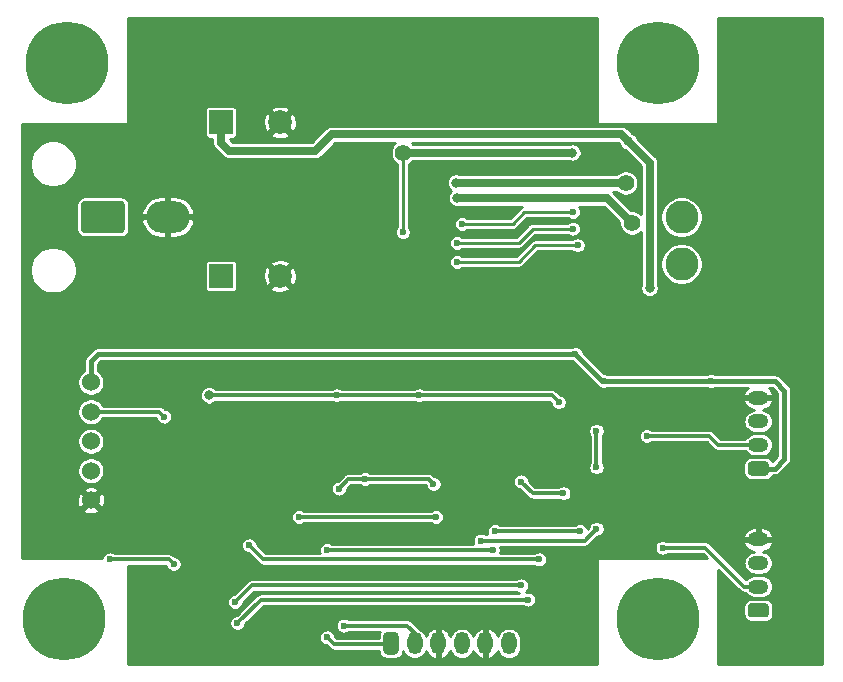
<source format=gbr>
%TF.GenerationSoftware,KiCad,Pcbnew,(5.1.6)-1*%
%TF.CreationDate,2021-10-22T00:30:08+09:00*%
%TF.ProjectId,Clutch_Ctrl_BD_Rev010,436c7574-6368-45f4-9374-726c5f42445f,rev?*%
%TF.SameCoordinates,PX5f5e100PY5f5e100*%
%TF.FileFunction,Copper,L2,Bot*%
%TF.FilePolarity,Positive*%
%FSLAX46Y46*%
G04 Gerber Fmt 4.6, Leading zero omitted, Abs format (unit mm)*
G04 Created by KiCad (PCBNEW (5.1.6)-1) date 2021-10-22 00:30:08*
%MOMM*%
%LPD*%
G01*
G04 APERTURE LIST*
%TA.AperFunction,ComponentPad*%
%ADD10O,1.300000X1.900000*%
%TD*%
%TA.AperFunction,ComponentPad*%
%ADD11O,3.700000X2.700000*%
%TD*%
%TA.AperFunction,ComponentPad*%
%ADD12O,1.750000X1.200000*%
%TD*%
%TA.AperFunction,ComponentPad*%
%ADD13C,0.100000*%
%TD*%
%TA.AperFunction,ComponentPad*%
%ADD14C,7.000000*%
%TD*%
%TA.AperFunction,ComponentPad*%
%ADD15C,2.800000*%
%TD*%
%TA.AperFunction,ComponentPad*%
%ADD16C,1.524000*%
%TD*%
%TA.AperFunction,ComponentPad*%
%ADD17C,2.000000*%
%TD*%
%TA.AperFunction,ComponentPad*%
%ADD18R,2.000000X2.000000*%
%TD*%
%TA.AperFunction,ViaPad*%
%ADD19C,0.600000*%
%TD*%
%TA.AperFunction,ViaPad*%
%ADD20C,0.700000*%
%TD*%
%TA.AperFunction,ViaPad*%
%ADD21C,0.800000*%
%TD*%
%TA.AperFunction,ViaPad*%
%ADD22C,1.400000*%
%TD*%
%TA.AperFunction,Conductor*%
%ADD23C,0.400000*%
%TD*%
%TA.AperFunction,Conductor*%
%ADD24C,0.300000*%
%TD*%
%TA.AperFunction,Conductor*%
%ADD25C,0.700000*%
%TD*%
%TA.AperFunction,Conductor*%
%ADD26C,0.250000*%
%TD*%
%TA.AperFunction,Conductor*%
%ADD27C,0.254000*%
%TD*%
G04 APERTURE END LIST*
%TO.P,J1,1*%
%TO.N,+3V3*%
%TA.AperFunction,ComponentPad*%
G36*
G01*
X31750000Y2275000D02*
X31750000Y3525000D01*
G75*
G02*
X32075000Y3850000I325000J0D01*
G01*
X32725000Y3850000D01*
G75*
G02*
X33050000Y3525000I0J-325000D01*
G01*
X33050000Y2275000D01*
G75*
G02*
X32725000Y1950000I-325000J0D01*
G01*
X32075000Y1950000D01*
G75*
G02*
X31750000Y2275000I0J325000D01*
G01*
G37*
%TD.AperFunction*%
D10*
%TO.P,J1,2*%
%TO.N,NRST*%
X34400000Y2900000D03*
%TO.P,J1,3*%
%TO.N,GND*%
X36400000Y2900000D03*
%TO.P,J1,4*%
%TO.N,SWD_CLK*%
X38400000Y2900000D03*
%TO.P,J1,5*%
%TO.N,GND*%
X40400000Y2900000D03*
%TO.P,J1,6*%
%TO.N,SWD_DAT*%
X42400000Y2900000D03*
%TD*%
D11*
%TO.P,J6,2*%
%TO.N,GND*%
X13500000Y39000000D03*
%TO.P,J6,1*%
%TO.N,+24V*%
%TA.AperFunction,ComponentPad*%
G36*
G01*
X9599999Y37650000D02*
X6400001Y37650000D01*
G75*
G02*
X6150000Y37900001I0J250001D01*
G01*
X6150000Y40099999D01*
G75*
G02*
X6400001Y40350000I250001J0D01*
G01*
X9599999Y40350000D01*
G75*
G02*
X9850000Y40099999I0J-250001D01*
G01*
X9850000Y37900001D01*
G75*
G02*
X9599999Y37650000I-250001J0D01*
G01*
G37*
%TD.AperFunction*%
%TD*%
%TO.P,J5,1*%
%TO.N,+5V*%
%TA.AperFunction,ComponentPad*%
G36*
G01*
X64125001Y5100000D02*
X62874999Y5100000D01*
G75*
G02*
X62625000Y5349999I0J249999D01*
G01*
X62625000Y6050001D01*
G75*
G02*
X62874999Y6300000I249999J0D01*
G01*
X64125001Y6300000D01*
G75*
G02*
X64375000Y6050001I0J-249999D01*
G01*
X64375000Y5349999D01*
G75*
G02*
X64125001Y5100000I-249999J0D01*
G01*
G37*
%TD.AperFunction*%
D12*
%TO.P,J5,2*%
%TO.N,Net-(C12-Pad1)*%
X63500000Y7700000D03*
%TO.P,J5,3*%
%TO.N,Net-(J5-Pad3)*%
X63500000Y9700000D03*
%TO.P,J5,4*%
%TO.N,GND*%
X63500000Y11700000D03*
%TD*%
%TO.P,J4,1*%
%TO.N,+5V*%
%TA.AperFunction,ComponentPad*%
G36*
G01*
X64125001Y17100000D02*
X62874999Y17100000D01*
G75*
G02*
X62625000Y17349999I0J249999D01*
G01*
X62625000Y18050001D01*
G75*
G02*
X62874999Y18300000I249999J0D01*
G01*
X64125001Y18300000D01*
G75*
G02*
X64375000Y18050001I0J-249999D01*
G01*
X64375000Y17349999D01*
G75*
G02*
X64125001Y17100000I-249999J0D01*
G01*
G37*
%TD.AperFunction*%
%TO.P,J4,2*%
%TO.N,Net-(C11-Pad1)*%
X63500000Y19700000D03*
%TO.P,J4,3*%
%TO.N,Net-(J4-Pad3)*%
X63500000Y21700000D03*
%TO.P,J4,4*%
%TO.N,GND*%
X63500000Y23700000D03*
%TD*%
%TA.AperFunction,ComponentPad*%
D13*
%TO.P,H4,1*%
%TO.N,Net-(H4-Pad1)*%
G36*
X53158692Y54295671D02*
G01*
X53197192Y54288013D01*
X53234756Y54276618D01*
X53271022Y54261596D01*
X53305641Y54243091D01*
X53338280Y54221283D01*
X53368624Y54196380D01*
X53396380Y54168624D01*
X53421283Y54138280D01*
X53443091Y54105641D01*
X53461596Y54071022D01*
X53476618Y54034756D01*
X53488013Y53997192D01*
X53495671Y53958692D01*
X53499518Y53919627D01*
X53499518Y53880373D01*
X53495671Y53841308D01*
X53488013Y53802808D01*
X53476618Y53765244D01*
X53461596Y53728978D01*
X53443091Y53694359D01*
X53421283Y53661720D01*
X53396380Y53631376D01*
X53368624Y53603620D01*
X53338280Y53578717D01*
X53305641Y53556909D01*
X53271022Y53538404D01*
X53234756Y53523382D01*
X53197192Y53511987D01*
X53158692Y53504329D01*
X53119627Y53500482D01*
X53080373Y53500482D01*
X53041308Y53504329D01*
X53002808Y53511987D01*
X52965244Y53523382D01*
X52928978Y53538404D01*
X52894359Y53556909D01*
X52861720Y53578717D01*
X52831376Y53603620D01*
X52803620Y53631376D01*
X52778717Y53661720D01*
X52756909Y53694359D01*
X52738404Y53728978D01*
X52723382Y53765244D01*
X52711987Y53802808D01*
X52704329Y53841308D01*
X52700482Y53880373D01*
X52700482Y53919627D01*
X52704329Y53958692D01*
X52711987Y53997192D01*
X52723382Y54034756D01*
X52738404Y54071022D01*
X52756909Y54105641D01*
X52778717Y54138280D01*
X52803620Y54168624D01*
X52831376Y54196380D01*
X52861720Y54221283D01*
X52894359Y54243091D01*
X52928978Y54261596D01*
X52965244Y54276618D01*
X53002808Y54288013D01*
X53041308Y54295671D01*
X53080373Y54299518D01*
X53119627Y54299518D01*
X53158692Y54295671D01*
G37*
%TD.AperFunction*%
%TA.AperFunction,ComponentPad*%
G36*
X56958692Y50495671D02*
G01*
X56997192Y50488013D01*
X57034756Y50476618D01*
X57071022Y50461596D01*
X57105641Y50443091D01*
X57138280Y50421283D01*
X57168624Y50396380D01*
X57196380Y50368624D01*
X57221283Y50338280D01*
X57243091Y50305641D01*
X57261596Y50271022D01*
X57276618Y50234756D01*
X57288013Y50197192D01*
X57295671Y50158692D01*
X57299518Y50119627D01*
X57299518Y50080373D01*
X57295671Y50041308D01*
X57288013Y50002808D01*
X57276618Y49965244D01*
X57261596Y49928978D01*
X57243091Y49894359D01*
X57221283Y49861720D01*
X57196380Y49831376D01*
X57168624Y49803620D01*
X57138280Y49778717D01*
X57105641Y49756909D01*
X57071022Y49738404D01*
X57034756Y49723382D01*
X56997192Y49711987D01*
X56958692Y49704329D01*
X56919627Y49700482D01*
X56880373Y49700482D01*
X56841308Y49704329D01*
X56802808Y49711987D01*
X56765244Y49723382D01*
X56728978Y49738404D01*
X56694359Y49756909D01*
X56661720Y49778717D01*
X56631376Y49803620D01*
X56603620Y49831376D01*
X56578717Y49861720D01*
X56556909Y49894359D01*
X56538404Y49928978D01*
X56523382Y49965244D01*
X56511987Y50002808D01*
X56504329Y50041308D01*
X56500482Y50080373D01*
X56500482Y50119627D01*
X56504329Y50158692D01*
X56511987Y50197192D01*
X56523382Y50234756D01*
X56538404Y50271022D01*
X56556909Y50305641D01*
X56578717Y50338280D01*
X56603620Y50368624D01*
X56631376Y50396380D01*
X56661720Y50421283D01*
X56694359Y50443091D01*
X56728978Y50461596D01*
X56765244Y50476618D01*
X56802808Y50488013D01*
X56841308Y50495671D01*
X56880373Y50499518D01*
X56919627Y50499518D01*
X56958692Y50495671D01*
G37*
%TD.AperFunction*%
%TA.AperFunction,ComponentPad*%
G36*
X53158692Y50495671D02*
G01*
X53197192Y50488013D01*
X53234756Y50476618D01*
X53271022Y50461596D01*
X53305641Y50443091D01*
X53338280Y50421283D01*
X53368624Y50396380D01*
X53396380Y50368624D01*
X53421283Y50338280D01*
X53443091Y50305641D01*
X53461596Y50271022D01*
X53476618Y50234756D01*
X53488013Y50197192D01*
X53495671Y50158692D01*
X53499518Y50119627D01*
X53499518Y50080373D01*
X53495671Y50041308D01*
X53488013Y50002808D01*
X53476618Y49965244D01*
X53461596Y49928978D01*
X53443091Y49894359D01*
X53421283Y49861720D01*
X53396380Y49831376D01*
X53368624Y49803620D01*
X53338280Y49778717D01*
X53305641Y49756909D01*
X53271022Y49738404D01*
X53234756Y49723382D01*
X53197192Y49711987D01*
X53158692Y49704329D01*
X53119627Y49700482D01*
X53080373Y49700482D01*
X53041308Y49704329D01*
X53002808Y49711987D01*
X52965244Y49723382D01*
X52928978Y49738404D01*
X52894359Y49756909D01*
X52861720Y49778717D01*
X52831376Y49803620D01*
X52803620Y49831376D01*
X52778717Y49861720D01*
X52756909Y49894359D01*
X52738404Y49928978D01*
X52723382Y49965244D01*
X52711987Y50002808D01*
X52704329Y50041308D01*
X52700482Y50080373D01*
X52700482Y50119627D01*
X52704329Y50158692D01*
X52711987Y50197192D01*
X52723382Y50234756D01*
X52738404Y50271022D01*
X52756909Y50305641D01*
X52778717Y50338280D01*
X52803620Y50368624D01*
X52831376Y50396380D01*
X52861720Y50421283D01*
X52894359Y50443091D01*
X52928978Y50461596D01*
X52965244Y50476618D01*
X53002808Y50488013D01*
X53041308Y50495671D01*
X53080373Y50499518D01*
X53119627Y50499518D01*
X53158692Y50495671D01*
G37*
%TD.AperFunction*%
%TA.AperFunction,ComponentPad*%
G36*
X56958692Y54295671D02*
G01*
X56997192Y54288013D01*
X57034756Y54276618D01*
X57071022Y54261596D01*
X57105641Y54243091D01*
X57138280Y54221283D01*
X57168624Y54196380D01*
X57196380Y54168624D01*
X57221283Y54138280D01*
X57243091Y54105641D01*
X57261596Y54071022D01*
X57276618Y54034756D01*
X57288013Y53997192D01*
X57295671Y53958692D01*
X57299518Y53919627D01*
X57299518Y53880373D01*
X57295671Y53841308D01*
X57288013Y53802808D01*
X57276618Y53765244D01*
X57261596Y53728978D01*
X57243091Y53694359D01*
X57221283Y53661720D01*
X57196380Y53631376D01*
X57168624Y53603620D01*
X57138280Y53578717D01*
X57105641Y53556909D01*
X57071022Y53538404D01*
X57034756Y53523382D01*
X56997192Y53511987D01*
X56958692Y53504329D01*
X56919627Y53500482D01*
X56880373Y53500482D01*
X56841308Y53504329D01*
X56802808Y53511987D01*
X56765244Y53523382D01*
X56728978Y53538404D01*
X56694359Y53556909D01*
X56661720Y53578717D01*
X56631376Y53603620D01*
X56603620Y53631376D01*
X56578717Y53661720D01*
X56556909Y53694359D01*
X56538404Y53728978D01*
X56523382Y53765244D01*
X56511987Y53802808D01*
X56504329Y53841308D01*
X56500482Y53880373D01*
X56500482Y53919627D01*
X56504329Y53958692D01*
X56511987Y53997192D01*
X56523382Y54034756D01*
X56538404Y54071022D01*
X56556909Y54105641D01*
X56578717Y54138280D01*
X56603620Y54168624D01*
X56631376Y54196380D01*
X56661720Y54221283D01*
X56694359Y54243091D01*
X56728978Y54261596D01*
X56765244Y54276618D01*
X56802808Y54288013D01*
X56841308Y54295671D01*
X56880373Y54299518D01*
X56919627Y54299518D01*
X56958692Y54295671D01*
G37*
%TD.AperFunction*%
%TA.AperFunction,ComponentPad*%
G36*
X55058692Y55095671D02*
G01*
X55097192Y55088013D01*
X55134756Y55076618D01*
X55171022Y55061596D01*
X55205641Y55043091D01*
X55238280Y55021283D01*
X55268624Y54996380D01*
X55296380Y54968624D01*
X55321283Y54938280D01*
X55343091Y54905641D01*
X55361596Y54871022D01*
X55376618Y54834756D01*
X55388013Y54797192D01*
X55395671Y54758692D01*
X55399518Y54719627D01*
X55399518Y54680373D01*
X55395671Y54641308D01*
X55388013Y54602808D01*
X55376618Y54565244D01*
X55361596Y54528978D01*
X55343091Y54494359D01*
X55321283Y54461720D01*
X55296380Y54431376D01*
X55268624Y54403620D01*
X55238280Y54378717D01*
X55205641Y54356909D01*
X55171022Y54338404D01*
X55134756Y54323382D01*
X55097192Y54311987D01*
X55058692Y54304329D01*
X55019627Y54300482D01*
X54980373Y54300482D01*
X54941308Y54304329D01*
X54902808Y54311987D01*
X54865244Y54323382D01*
X54828978Y54338404D01*
X54794359Y54356909D01*
X54761720Y54378717D01*
X54731376Y54403620D01*
X54703620Y54431376D01*
X54678717Y54461720D01*
X54656909Y54494359D01*
X54638404Y54528978D01*
X54623382Y54565244D01*
X54611987Y54602808D01*
X54604329Y54641308D01*
X54600482Y54680373D01*
X54600482Y54719627D01*
X54604329Y54758692D01*
X54611987Y54797192D01*
X54623382Y54834756D01*
X54638404Y54871022D01*
X54656909Y54905641D01*
X54678717Y54938280D01*
X54703620Y54968624D01*
X54731376Y54996380D01*
X54761720Y55021283D01*
X54794359Y55043091D01*
X54828978Y55061596D01*
X54865244Y55076618D01*
X54902808Y55088013D01*
X54941308Y55095671D01*
X54980373Y55099518D01*
X55019627Y55099518D01*
X55058692Y55095671D01*
G37*
%TD.AperFunction*%
%TA.AperFunction,ComponentPad*%
G36*
X52358692Y52395671D02*
G01*
X52397192Y52388013D01*
X52434756Y52376618D01*
X52471022Y52361596D01*
X52505641Y52343091D01*
X52538280Y52321283D01*
X52568624Y52296380D01*
X52596380Y52268624D01*
X52621283Y52238280D01*
X52643091Y52205641D01*
X52661596Y52171022D01*
X52676618Y52134756D01*
X52688013Y52097192D01*
X52695671Y52058692D01*
X52699518Y52019627D01*
X52699518Y51980373D01*
X52695671Y51941308D01*
X52688013Y51902808D01*
X52676618Y51865244D01*
X52661596Y51828978D01*
X52643091Y51794359D01*
X52621283Y51761720D01*
X52596380Y51731376D01*
X52568624Y51703620D01*
X52538280Y51678717D01*
X52505641Y51656909D01*
X52471022Y51638404D01*
X52434756Y51623382D01*
X52397192Y51611987D01*
X52358692Y51604329D01*
X52319627Y51600482D01*
X52280373Y51600482D01*
X52241308Y51604329D01*
X52202808Y51611987D01*
X52165244Y51623382D01*
X52128978Y51638404D01*
X52094359Y51656909D01*
X52061720Y51678717D01*
X52031376Y51703620D01*
X52003620Y51731376D01*
X51978717Y51761720D01*
X51956909Y51794359D01*
X51938404Y51828978D01*
X51923382Y51865244D01*
X51911987Y51902808D01*
X51904329Y51941308D01*
X51900482Y51980373D01*
X51900482Y52019627D01*
X51904329Y52058692D01*
X51911987Y52097192D01*
X51923382Y52134756D01*
X51938404Y52171022D01*
X51956909Y52205641D01*
X51978717Y52238280D01*
X52003620Y52268624D01*
X52031376Y52296380D01*
X52061720Y52321283D01*
X52094359Y52343091D01*
X52128978Y52361596D01*
X52165244Y52376618D01*
X52202808Y52388013D01*
X52241308Y52395671D01*
X52280373Y52399518D01*
X52319627Y52399518D01*
X52358692Y52395671D01*
G37*
%TD.AperFunction*%
%TA.AperFunction,ComponentPad*%
G36*
X55058692Y49695671D02*
G01*
X55097192Y49688013D01*
X55134756Y49676618D01*
X55171022Y49661596D01*
X55205641Y49643091D01*
X55238280Y49621283D01*
X55268624Y49596380D01*
X55296380Y49568624D01*
X55321283Y49538280D01*
X55343091Y49505641D01*
X55361596Y49471022D01*
X55376618Y49434756D01*
X55388013Y49397192D01*
X55395671Y49358692D01*
X55399518Y49319627D01*
X55399518Y49280373D01*
X55395671Y49241308D01*
X55388013Y49202808D01*
X55376618Y49165244D01*
X55361596Y49128978D01*
X55343091Y49094359D01*
X55321283Y49061720D01*
X55296380Y49031376D01*
X55268624Y49003620D01*
X55238280Y48978717D01*
X55205641Y48956909D01*
X55171022Y48938404D01*
X55134756Y48923382D01*
X55097192Y48911987D01*
X55058692Y48904329D01*
X55019627Y48900482D01*
X54980373Y48900482D01*
X54941308Y48904329D01*
X54902808Y48911987D01*
X54865244Y48923382D01*
X54828978Y48938404D01*
X54794359Y48956909D01*
X54761720Y48978717D01*
X54731376Y49003620D01*
X54703620Y49031376D01*
X54678717Y49061720D01*
X54656909Y49094359D01*
X54638404Y49128978D01*
X54623382Y49165244D01*
X54611987Y49202808D01*
X54604329Y49241308D01*
X54600482Y49280373D01*
X54600482Y49319627D01*
X54604329Y49358692D01*
X54611987Y49397192D01*
X54623382Y49434756D01*
X54638404Y49471022D01*
X54656909Y49505641D01*
X54678717Y49538280D01*
X54703620Y49568624D01*
X54731376Y49596380D01*
X54761720Y49621283D01*
X54794359Y49643091D01*
X54828978Y49661596D01*
X54865244Y49676618D01*
X54902808Y49688013D01*
X54941308Y49695671D01*
X54980373Y49699518D01*
X55019627Y49699518D01*
X55058692Y49695671D01*
G37*
%TD.AperFunction*%
%TA.AperFunction,ComponentPad*%
G36*
X57758692Y52395671D02*
G01*
X57797192Y52388013D01*
X57834756Y52376618D01*
X57871022Y52361596D01*
X57905641Y52343091D01*
X57938280Y52321283D01*
X57968624Y52296380D01*
X57996380Y52268624D01*
X58021283Y52238280D01*
X58043091Y52205641D01*
X58061596Y52171022D01*
X58076618Y52134756D01*
X58088013Y52097192D01*
X58095671Y52058692D01*
X58099518Y52019627D01*
X58099518Y51980373D01*
X58095671Y51941308D01*
X58088013Y51902808D01*
X58076618Y51865244D01*
X58061596Y51828978D01*
X58043091Y51794359D01*
X58021283Y51761720D01*
X57996380Y51731376D01*
X57968624Y51703620D01*
X57938280Y51678717D01*
X57905641Y51656909D01*
X57871022Y51638404D01*
X57834756Y51623382D01*
X57797192Y51611987D01*
X57758692Y51604329D01*
X57719627Y51600482D01*
X57680373Y51600482D01*
X57641308Y51604329D01*
X57602808Y51611987D01*
X57565244Y51623382D01*
X57528978Y51638404D01*
X57494359Y51656909D01*
X57461720Y51678717D01*
X57431376Y51703620D01*
X57403620Y51731376D01*
X57378717Y51761720D01*
X57356909Y51794359D01*
X57338404Y51828978D01*
X57323382Y51865244D01*
X57311987Y51902808D01*
X57304329Y51941308D01*
X57300482Y51980373D01*
X57300482Y52019627D01*
X57304329Y52058692D01*
X57311987Y52097192D01*
X57323382Y52134756D01*
X57338404Y52171022D01*
X57356909Y52205641D01*
X57378717Y52238280D01*
X57403620Y52268624D01*
X57431376Y52296380D01*
X57461720Y52321283D01*
X57494359Y52343091D01*
X57528978Y52361596D01*
X57565244Y52376618D01*
X57602808Y52388013D01*
X57641308Y52395671D01*
X57680373Y52399518D01*
X57719627Y52399518D01*
X57758692Y52395671D01*
G37*
%TD.AperFunction*%
D14*
X55000000Y52000000D03*
%TD*%
%TA.AperFunction,ComponentPad*%
D13*
%TO.P,H3,1*%
%TO.N,Net-(H3-Pad1)*%
G36*
X3158692Y54295671D02*
G01*
X3197192Y54288013D01*
X3234756Y54276618D01*
X3271022Y54261596D01*
X3305641Y54243091D01*
X3338280Y54221283D01*
X3368624Y54196380D01*
X3396380Y54168624D01*
X3421283Y54138280D01*
X3443091Y54105641D01*
X3461596Y54071022D01*
X3476618Y54034756D01*
X3488013Y53997192D01*
X3495671Y53958692D01*
X3499518Y53919627D01*
X3499518Y53880373D01*
X3495671Y53841308D01*
X3488013Y53802808D01*
X3476618Y53765244D01*
X3461596Y53728978D01*
X3443091Y53694359D01*
X3421283Y53661720D01*
X3396380Y53631376D01*
X3368624Y53603620D01*
X3338280Y53578717D01*
X3305641Y53556909D01*
X3271022Y53538404D01*
X3234756Y53523382D01*
X3197192Y53511987D01*
X3158692Y53504329D01*
X3119627Y53500482D01*
X3080373Y53500482D01*
X3041308Y53504329D01*
X3002808Y53511987D01*
X2965244Y53523382D01*
X2928978Y53538404D01*
X2894359Y53556909D01*
X2861720Y53578717D01*
X2831376Y53603620D01*
X2803620Y53631376D01*
X2778717Y53661720D01*
X2756909Y53694359D01*
X2738404Y53728978D01*
X2723382Y53765244D01*
X2711987Y53802808D01*
X2704329Y53841308D01*
X2700482Y53880373D01*
X2700482Y53919627D01*
X2704329Y53958692D01*
X2711987Y53997192D01*
X2723382Y54034756D01*
X2738404Y54071022D01*
X2756909Y54105641D01*
X2778717Y54138280D01*
X2803620Y54168624D01*
X2831376Y54196380D01*
X2861720Y54221283D01*
X2894359Y54243091D01*
X2928978Y54261596D01*
X2965244Y54276618D01*
X3002808Y54288013D01*
X3041308Y54295671D01*
X3080373Y54299518D01*
X3119627Y54299518D01*
X3158692Y54295671D01*
G37*
%TD.AperFunction*%
%TA.AperFunction,ComponentPad*%
G36*
X6958692Y50495671D02*
G01*
X6997192Y50488013D01*
X7034756Y50476618D01*
X7071022Y50461596D01*
X7105641Y50443091D01*
X7138280Y50421283D01*
X7168624Y50396380D01*
X7196380Y50368624D01*
X7221283Y50338280D01*
X7243091Y50305641D01*
X7261596Y50271022D01*
X7276618Y50234756D01*
X7288013Y50197192D01*
X7295671Y50158692D01*
X7299518Y50119627D01*
X7299518Y50080373D01*
X7295671Y50041308D01*
X7288013Y50002808D01*
X7276618Y49965244D01*
X7261596Y49928978D01*
X7243091Y49894359D01*
X7221283Y49861720D01*
X7196380Y49831376D01*
X7168624Y49803620D01*
X7138280Y49778717D01*
X7105641Y49756909D01*
X7071022Y49738404D01*
X7034756Y49723382D01*
X6997192Y49711987D01*
X6958692Y49704329D01*
X6919627Y49700482D01*
X6880373Y49700482D01*
X6841308Y49704329D01*
X6802808Y49711987D01*
X6765244Y49723382D01*
X6728978Y49738404D01*
X6694359Y49756909D01*
X6661720Y49778717D01*
X6631376Y49803620D01*
X6603620Y49831376D01*
X6578717Y49861720D01*
X6556909Y49894359D01*
X6538404Y49928978D01*
X6523382Y49965244D01*
X6511987Y50002808D01*
X6504329Y50041308D01*
X6500482Y50080373D01*
X6500482Y50119627D01*
X6504329Y50158692D01*
X6511987Y50197192D01*
X6523382Y50234756D01*
X6538404Y50271022D01*
X6556909Y50305641D01*
X6578717Y50338280D01*
X6603620Y50368624D01*
X6631376Y50396380D01*
X6661720Y50421283D01*
X6694359Y50443091D01*
X6728978Y50461596D01*
X6765244Y50476618D01*
X6802808Y50488013D01*
X6841308Y50495671D01*
X6880373Y50499518D01*
X6919627Y50499518D01*
X6958692Y50495671D01*
G37*
%TD.AperFunction*%
%TA.AperFunction,ComponentPad*%
G36*
X3158692Y50495671D02*
G01*
X3197192Y50488013D01*
X3234756Y50476618D01*
X3271022Y50461596D01*
X3305641Y50443091D01*
X3338280Y50421283D01*
X3368624Y50396380D01*
X3396380Y50368624D01*
X3421283Y50338280D01*
X3443091Y50305641D01*
X3461596Y50271022D01*
X3476618Y50234756D01*
X3488013Y50197192D01*
X3495671Y50158692D01*
X3499518Y50119627D01*
X3499518Y50080373D01*
X3495671Y50041308D01*
X3488013Y50002808D01*
X3476618Y49965244D01*
X3461596Y49928978D01*
X3443091Y49894359D01*
X3421283Y49861720D01*
X3396380Y49831376D01*
X3368624Y49803620D01*
X3338280Y49778717D01*
X3305641Y49756909D01*
X3271022Y49738404D01*
X3234756Y49723382D01*
X3197192Y49711987D01*
X3158692Y49704329D01*
X3119627Y49700482D01*
X3080373Y49700482D01*
X3041308Y49704329D01*
X3002808Y49711987D01*
X2965244Y49723382D01*
X2928978Y49738404D01*
X2894359Y49756909D01*
X2861720Y49778717D01*
X2831376Y49803620D01*
X2803620Y49831376D01*
X2778717Y49861720D01*
X2756909Y49894359D01*
X2738404Y49928978D01*
X2723382Y49965244D01*
X2711987Y50002808D01*
X2704329Y50041308D01*
X2700482Y50080373D01*
X2700482Y50119627D01*
X2704329Y50158692D01*
X2711987Y50197192D01*
X2723382Y50234756D01*
X2738404Y50271022D01*
X2756909Y50305641D01*
X2778717Y50338280D01*
X2803620Y50368624D01*
X2831376Y50396380D01*
X2861720Y50421283D01*
X2894359Y50443091D01*
X2928978Y50461596D01*
X2965244Y50476618D01*
X3002808Y50488013D01*
X3041308Y50495671D01*
X3080373Y50499518D01*
X3119627Y50499518D01*
X3158692Y50495671D01*
G37*
%TD.AperFunction*%
%TA.AperFunction,ComponentPad*%
G36*
X6958692Y54295671D02*
G01*
X6997192Y54288013D01*
X7034756Y54276618D01*
X7071022Y54261596D01*
X7105641Y54243091D01*
X7138280Y54221283D01*
X7168624Y54196380D01*
X7196380Y54168624D01*
X7221283Y54138280D01*
X7243091Y54105641D01*
X7261596Y54071022D01*
X7276618Y54034756D01*
X7288013Y53997192D01*
X7295671Y53958692D01*
X7299518Y53919627D01*
X7299518Y53880373D01*
X7295671Y53841308D01*
X7288013Y53802808D01*
X7276618Y53765244D01*
X7261596Y53728978D01*
X7243091Y53694359D01*
X7221283Y53661720D01*
X7196380Y53631376D01*
X7168624Y53603620D01*
X7138280Y53578717D01*
X7105641Y53556909D01*
X7071022Y53538404D01*
X7034756Y53523382D01*
X6997192Y53511987D01*
X6958692Y53504329D01*
X6919627Y53500482D01*
X6880373Y53500482D01*
X6841308Y53504329D01*
X6802808Y53511987D01*
X6765244Y53523382D01*
X6728978Y53538404D01*
X6694359Y53556909D01*
X6661720Y53578717D01*
X6631376Y53603620D01*
X6603620Y53631376D01*
X6578717Y53661720D01*
X6556909Y53694359D01*
X6538404Y53728978D01*
X6523382Y53765244D01*
X6511987Y53802808D01*
X6504329Y53841308D01*
X6500482Y53880373D01*
X6500482Y53919627D01*
X6504329Y53958692D01*
X6511987Y53997192D01*
X6523382Y54034756D01*
X6538404Y54071022D01*
X6556909Y54105641D01*
X6578717Y54138280D01*
X6603620Y54168624D01*
X6631376Y54196380D01*
X6661720Y54221283D01*
X6694359Y54243091D01*
X6728978Y54261596D01*
X6765244Y54276618D01*
X6802808Y54288013D01*
X6841308Y54295671D01*
X6880373Y54299518D01*
X6919627Y54299518D01*
X6958692Y54295671D01*
G37*
%TD.AperFunction*%
%TA.AperFunction,ComponentPad*%
G36*
X5058692Y55095671D02*
G01*
X5097192Y55088013D01*
X5134756Y55076618D01*
X5171022Y55061596D01*
X5205641Y55043091D01*
X5238280Y55021283D01*
X5268624Y54996380D01*
X5296380Y54968624D01*
X5321283Y54938280D01*
X5343091Y54905641D01*
X5361596Y54871022D01*
X5376618Y54834756D01*
X5388013Y54797192D01*
X5395671Y54758692D01*
X5399518Y54719627D01*
X5399518Y54680373D01*
X5395671Y54641308D01*
X5388013Y54602808D01*
X5376618Y54565244D01*
X5361596Y54528978D01*
X5343091Y54494359D01*
X5321283Y54461720D01*
X5296380Y54431376D01*
X5268624Y54403620D01*
X5238280Y54378717D01*
X5205641Y54356909D01*
X5171022Y54338404D01*
X5134756Y54323382D01*
X5097192Y54311987D01*
X5058692Y54304329D01*
X5019627Y54300482D01*
X4980373Y54300482D01*
X4941308Y54304329D01*
X4902808Y54311987D01*
X4865244Y54323382D01*
X4828978Y54338404D01*
X4794359Y54356909D01*
X4761720Y54378717D01*
X4731376Y54403620D01*
X4703620Y54431376D01*
X4678717Y54461720D01*
X4656909Y54494359D01*
X4638404Y54528978D01*
X4623382Y54565244D01*
X4611987Y54602808D01*
X4604329Y54641308D01*
X4600482Y54680373D01*
X4600482Y54719627D01*
X4604329Y54758692D01*
X4611987Y54797192D01*
X4623382Y54834756D01*
X4638404Y54871022D01*
X4656909Y54905641D01*
X4678717Y54938280D01*
X4703620Y54968624D01*
X4731376Y54996380D01*
X4761720Y55021283D01*
X4794359Y55043091D01*
X4828978Y55061596D01*
X4865244Y55076618D01*
X4902808Y55088013D01*
X4941308Y55095671D01*
X4980373Y55099518D01*
X5019627Y55099518D01*
X5058692Y55095671D01*
G37*
%TD.AperFunction*%
%TA.AperFunction,ComponentPad*%
G36*
X2358692Y52395671D02*
G01*
X2397192Y52388013D01*
X2434756Y52376618D01*
X2471022Y52361596D01*
X2505641Y52343091D01*
X2538280Y52321283D01*
X2568624Y52296380D01*
X2596380Y52268624D01*
X2621283Y52238280D01*
X2643091Y52205641D01*
X2661596Y52171022D01*
X2676618Y52134756D01*
X2688013Y52097192D01*
X2695671Y52058692D01*
X2699518Y52019627D01*
X2699518Y51980373D01*
X2695671Y51941308D01*
X2688013Y51902808D01*
X2676618Y51865244D01*
X2661596Y51828978D01*
X2643091Y51794359D01*
X2621283Y51761720D01*
X2596380Y51731376D01*
X2568624Y51703620D01*
X2538280Y51678717D01*
X2505641Y51656909D01*
X2471022Y51638404D01*
X2434756Y51623382D01*
X2397192Y51611987D01*
X2358692Y51604329D01*
X2319627Y51600482D01*
X2280373Y51600482D01*
X2241308Y51604329D01*
X2202808Y51611987D01*
X2165244Y51623382D01*
X2128978Y51638404D01*
X2094359Y51656909D01*
X2061720Y51678717D01*
X2031376Y51703620D01*
X2003620Y51731376D01*
X1978717Y51761720D01*
X1956909Y51794359D01*
X1938404Y51828978D01*
X1923382Y51865244D01*
X1911987Y51902808D01*
X1904329Y51941308D01*
X1900482Y51980373D01*
X1900482Y52019627D01*
X1904329Y52058692D01*
X1911987Y52097192D01*
X1923382Y52134756D01*
X1938404Y52171022D01*
X1956909Y52205641D01*
X1978717Y52238280D01*
X2003620Y52268624D01*
X2031376Y52296380D01*
X2061720Y52321283D01*
X2094359Y52343091D01*
X2128978Y52361596D01*
X2165244Y52376618D01*
X2202808Y52388013D01*
X2241308Y52395671D01*
X2280373Y52399518D01*
X2319627Y52399518D01*
X2358692Y52395671D01*
G37*
%TD.AperFunction*%
%TA.AperFunction,ComponentPad*%
G36*
X5058692Y49695671D02*
G01*
X5097192Y49688013D01*
X5134756Y49676618D01*
X5171022Y49661596D01*
X5205641Y49643091D01*
X5238280Y49621283D01*
X5268624Y49596380D01*
X5296380Y49568624D01*
X5321283Y49538280D01*
X5343091Y49505641D01*
X5361596Y49471022D01*
X5376618Y49434756D01*
X5388013Y49397192D01*
X5395671Y49358692D01*
X5399518Y49319627D01*
X5399518Y49280373D01*
X5395671Y49241308D01*
X5388013Y49202808D01*
X5376618Y49165244D01*
X5361596Y49128978D01*
X5343091Y49094359D01*
X5321283Y49061720D01*
X5296380Y49031376D01*
X5268624Y49003620D01*
X5238280Y48978717D01*
X5205641Y48956909D01*
X5171022Y48938404D01*
X5134756Y48923382D01*
X5097192Y48911987D01*
X5058692Y48904329D01*
X5019627Y48900482D01*
X4980373Y48900482D01*
X4941308Y48904329D01*
X4902808Y48911987D01*
X4865244Y48923382D01*
X4828978Y48938404D01*
X4794359Y48956909D01*
X4761720Y48978717D01*
X4731376Y49003620D01*
X4703620Y49031376D01*
X4678717Y49061720D01*
X4656909Y49094359D01*
X4638404Y49128978D01*
X4623382Y49165244D01*
X4611987Y49202808D01*
X4604329Y49241308D01*
X4600482Y49280373D01*
X4600482Y49319627D01*
X4604329Y49358692D01*
X4611987Y49397192D01*
X4623382Y49434756D01*
X4638404Y49471022D01*
X4656909Y49505641D01*
X4678717Y49538280D01*
X4703620Y49568624D01*
X4731376Y49596380D01*
X4761720Y49621283D01*
X4794359Y49643091D01*
X4828978Y49661596D01*
X4865244Y49676618D01*
X4902808Y49688013D01*
X4941308Y49695671D01*
X4980373Y49699518D01*
X5019627Y49699518D01*
X5058692Y49695671D01*
G37*
%TD.AperFunction*%
%TA.AperFunction,ComponentPad*%
G36*
X7758692Y52395671D02*
G01*
X7797192Y52388013D01*
X7834756Y52376618D01*
X7871022Y52361596D01*
X7905641Y52343091D01*
X7938280Y52321283D01*
X7968624Y52296380D01*
X7996380Y52268624D01*
X8021283Y52238280D01*
X8043091Y52205641D01*
X8061596Y52171022D01*
X8076618Y52134756D01*
X8088013Y52097192D01*
X8095671Y52058692D01*
X8099518Y52019627D01*
X8099518Y51980373D01*
X8095671Y51941308D01*
X8088013Y51902808D01*
X8076618Y51865244D01*
X8061596Y51828978D01*
X8043091Y51794359D01*
X8021283Y51761720D01*
X7996380Y51731376D01*
X7968624Y51703620D01*
X7938280Y51678717D01*
X7905641Y51656909D01*
X7871022Y51638404D01*
X7834756Y51623382D01*
X7797192Y51611987D01*
X7758692Y51604329D01*
X7719627Y51600482D01*
X7680373Y51600482D01*
X7641308Y51604329D01*
X7602808Y51611987D01*
X7565244Y51623382D01*
X7528978Y51638404D01*
X7494359Y51656909D01*
X7461720Y51678717D01*
X7431376Y51703620D01*
X7403620Y51731376D01*
X7378717Y51761720D01*
X7356909Y51794359D01*
X7338404Y51828978D01*
X7323382Y51865244D01*
X7311987Y51902808D01*
X7304329Y51941308D01*
X7300482Y51980373D01*
X7300482Y52019627D01*
X7304329Y52058692D01*
X7311987Y52097192D01*
X7323382Y52134756D01*
X7338404Y52171022D01*
X7356909Y52205641D01*
X7378717Y52238280D01*
X7403620Y52268624D01*
X7431376Y52296380D01*
X7461720Y52321283D01*
X7494359Y52343091D01*
X7528978Y52361596D01*
X7565244Y52376618D01*
X7602808Y52388013D01*
X7641308Y52395671D01*
X7680373Y52399518D01*
X7719627Y52399518D01*
X7758692Y52395671D01*
G37*
%TD.AperFunction*%
D14*
X5000000Y52000000D03*
%TD*%
%TA.AperFunction,ComponentPad*%
D13*
%TO.P,H2,1*%
%TO.N,Net-(H2-Pad1)*%
G36*
X2858692Y7295671D02*
G01*
X2897192Y7288013D01*
X2934756Y7276618D01*
X2971022Y7261596D01*
X3005641Y7243091D01*
X3038280Y7221283D01*
X3068624Y7196380D01*
X3096380Y7168624D01*
X3121283Y7138280D01*
X3143091Y7105641D01*
X3161596Y7071022D01*
X3176618Y7034756D01*
X3188013Y6997192D01*
X3195671Y6958692D01*
X3199518Y6919627D01*
X3199518Y6880373D01*
X3195671Y6841308D01*
X3188013Y6802808D01*
X3176618Y6765244D01*
X3161596Y6728978D01*
X3143091Y6694359D01*
X3121283Y6661720D01*
X3096380Y6631376D01*
X3068624Y6603620D01*
X3038280Y6578717D01*
X3005641Y6556909D01*
X2971022Y6538404D01*
X2934756Y6523382D01*
X2897192Y6511987D01*
X2858692Y6504329D01*
X2819627Y6500482D01*
X2780373Y6500482D01*
X2741308Y6504329D01*
X2702808Y6511987D01*
X2665244Y6523382D01*
X2628978Y6538404D01*
X2594359Y6556909D01*
X2561720Y6578717D01*
X2531376Y6603620D01*
X2503620Y6631376D01*
X2478717Y6661720D01*
X2456909Y6694359D01*
X2438404Y6728978D01*
X2423382Y6765244D01*
X2411987Y6802808D01*
X2404329Y6841308D01*
X2400482Y6880373D01*
X2400482Y6919627D01*
X2404329Y6958692D01*
X2411987Y6997192D01*
X2423382Y7034756D01*
X2438404Y7071022D01*
X2456909Y7105641D01*
X2478717Y7138280D01*
X2503620Y7168624D01*
X2531376Y7196380D01*
X2561720Y7221283D01*
X2594359Y7243091D01*
X2628978Y7261596D01*
X2665244Y7276618D01*
X2702808Y7288013D01*
X2741308Y7295671D01*
X2780373Y7299518D01*
X2819627Y7299518D01*
X2858692Y7295671D01*
G37*
%TD.AperFunction*%
%TA.AperFunction,ComponentPad*%
G36*
X6658692Y3495671D02*
G01*
X6697192Y3488013D01*
X6734756Y3476618D01*
X6771022Y3461596D01*
X6805641Y3443091D01*
X6838280Y3421283D01*
X6868624Y3396380D01*
X6896380Y3368624D01*
X6921283Y3338280D01*
X6943091Y3305641D01*
X6961596Y3271022D01*
X6976618Y3234756D01*
X6988013Y3197192D01*
X6995671Y3158692D01*
X6999518Y3119627D01*
X6999518Y3080373D01*
X6995671Y3041308D01*
X6988013Y3002808D01*
X6976618Y2965244D01*
X6961596Y2928978D01*
X6943091Y2894359D01*
X6921283Y2861720D01*
X6896380Y2831376D01*
X6868624Y2803620D01*
X6838280Y2778717D01*
X6805641Y2756909D01*
X6771022Y2738404D01*
X6734756Y2723382D01*
X6697192Y2711987D01*
X6658692Y2704329D01*
X6619627Y2700482D01*
X6580373Y2700482D01*
X6541308Y2704329D01*
X6502808Y2711987D01*
X6465244Y2723382D01*
X6428978Y2738404D01*
X6394359Y2756909D01*
X6361720Y2778717D01*
X6331376Y2803620D01*
X6303620Y2831376D01*
X6278717Y2861720D01*
X6256909Y2894359D01*
X6238404Y2928978D01*
X6223382Y2965244D01*
X6211987Y3002808D01*
X6204329Y3041308D01*
X6200482Y3080373D01*
X6200482Y3119627D01*
X6204329Y3158692D01*
X6211987Y3197192D01*
X6223382Y3234756D01*
X6238404Y3271022D01*
X6256909Y3305641D01*
X6278717Y3338280D01*
X6303620Y3368624D01*
X6331376Y3396380D01*
X6361720Y3421283D01*
X6394359Y3443091D01*
X6428978Y3461596D01*
X6465244Y3476618D01*
X6502808Y3488013D01*
X6541308Y3495671D01*
X6580373Y3499518D01*
X6619627Y3499518D01*
X6658692Y3495671D01*
G37*
%TD.AperFunction*%
%TA.AperFunction,ComponentPad*%
G36*
X2858692Y3495671D02*
G01*
X2897192Y3488013D01*
X2934756Y3476618D01*
X2971022Y3461596D01*
X3005641Y3443091D01*
X3038280Y3421283D01*
X3068624Y3396380D01*
X3096380Y3368624D01*
X3121283Y3338280D01*
X3143091Y3305641D01*
X3161596Y3271022D01*
X3176618Y3234756D01*
X3188013Y3197192D01*
X3195671Y3158692D01*
X3199518Y3119627D01*
X3199518Y3080373D01*
X3195671Y3041308D01*
X3188013Y3002808D01*
X3176618Y2965244D01*
X3161596Y2928978D01*
X3143091Y2894359D01*
X3121283Y2861720D01*
X3096380Y2831376D01*
X3068624Y2803620D01*
X3038280Y2778717D01*
X3005641Y2756909D01*
X2971022Y2738404D01*
X2934756Y2723382D01*
X2897192Y2711987D01*
X2858692Y2704329D01*
X2819627Y2700482D01*
X2780373Y2700482D01*
X2741308Y2704329D01*
X2702808Y2711987D01*
X2665244Y2723382D01*
X2628978Y2738404D01*
X2594359Y2756909D01*
X2561720Y2778717D01*
X2531376Y2803620D01*
X2503620Y2831376D01*
X2478717Y2861720D01*
X2456909Y2894359D01*
X2438404Y2928978D01*
X2423382Y2965244D01*
X2411987Y3002808D01*
X2404329Y3041308D01*
X2400482Y3080373D01*
X2400482Y3119627D01*
X2404329Y3158692D01*
X2411987Y3197192D01*
X2423382Y3234756D01*
X2438404Y3271022D01*
X2456909Y3305641D01*
X2478717Y3338280D01*
X2503620Y3368624D01*
X2531376Y3396380D01*
X2561720Y3421283D01*
X2594359Y3443091D01*
X2628978Y3461596D01*
X2665244Y3476618D01*
X2702808Y3488013D01*
X2741308Y3495671D01*
X2780373Y3499518D01*
X2819627Y3499518D01*
X2858692Y3495671D01*
G37*
%TD.AperFunction*%
%TA.AperFunction,ComponentPad*%
G36*
X6658692Y7295671D02*
G01*
X6697192Y7288013D01*
X6734756Y7276618D01*
X6771022Y7261596D01*
X6805641Y7243091D01*
X6838280Y7221283D01*
X6868624Y7196380D01*
X6896380Y7168624D01*
X6921283Y7138280D01*
X6943091Y7105641D01*
X6961596Y7071022D01*
X6976618Y7034756D01*
X6988013Y6997192D01*
X6995671Y6958692D01*
X6999518Y6919627D01*
X6999518Y6880373D01*
X6995671Y6841308D01*
X6988013Y6802808D01*
X6976618Y6765244D01*
X6961596Y6728978D01*
X6943091Y6694359D01*
X6921283Y6661720D01*
X6896380Y6631376D01*
X6868624Y6603620D01*
X6838280Y6578717D01*
X6805641Y6556909D01*
X6771022Y6538404D01*
X6734756Y6523382D01*
X6697192Y6511987D01*
X6658692Y6504329D01*
X6619627Y6500482D01*
X6580373Y6500482D01*
X6541308Y6504329D01*
X6502808Y6511987D01*
X6465244Y6523382D01*
X6428978Y6538404D01*
X6394359Y6556909D01*
X6361720Y6578717D01*
X6331376Y6603620D01*
X6303620Y6631376D01*
X6278717Y6661720D01*
X6256909Y6694359D01*
X6238404Y6728978D01*
X6223382Y6765244D01*
X6211987Y6802808D01*
X6204329Y6841308D01*
X6200482Y6880373D01*
X6200482Y6919627D01*
X6204329Y6958692D01*
X6211987Y6997192D01*
X6223382Y7034756D01*
X6238404Y7071022D01*
X6256909Y7105641D01*
X6278717Y7138280D01*
X6303620Y7168624D01*
X6331376Y7196380D01*
X6361720Y7221283D01*
X6394359Y7243091D01*
X6428978Y7261596D01*
X6465244Y7276618D01*
X6502808Y7288013D01*
X6541308Y7295671D01*
X6580373Y7299518D01*
X6619627Y7299518D01*
X6658692Y7295671D01*
G37*
%TD.AperFunction*%
%TA.AperFunction,ComponentPad*%
G36*
X4758692Y8095671D02*
G01*
X4797192Y8088013D01*
X4834756Y8076618D01*
X4871022Y8061596D01*
X4905641Y8043091D01*
X4938280Y8021283D01*
X4968624Y7996380D01*
X4996380Y7968624D01*
X5021283Y7938280D01*
X5043091Y7905641D01*
X5061596Y7871022D01*
X5076618Y7834756D01*
X5088013Y7797192D01*
X5095671Y7758692D01*
X5099518Y7719627D01*
X5099518Y7680373D01*
X5095671Y7641308D01*
X5088013Y7602808D01*
X5076618Y7565244D01*
X5061596Y7528978D01*
X5043091Y7494359D01*
X5021283Y7461720D01*
X4996380Y7431376D01*
X4968624Y7403620D01*
X4938280Y7378717D01*
X4905641Y7356909D01*
X4871022Y7338404D01*
X4834756Y7323382D01*
X4797192Y7311987D01*
X4758692Y7304329D01*
X4719627Y7300482D01*
X4680373Y7300482D01*
X4641308Y7304329D01*
X4602808Y7311987D01*
X4565244Y7323382D01*
X4528978Y7338404D01*
X4494359Y7356909D01*
X4461720Y7378717D01*
X4431376Y7403620D01*
X4403620Y7431376D01*
X4378717Y7461720D01*
X4356909Y7494359D01*
X4338404Y7528978D01*
X4323382Y7565244D01*
X4311987Y7602808D01*
X4304329Y7641308D01*
X4300482Y7680373D01*
X4300482Y7719627D01*
X4304329Y7758692D01*
X4311987Y7797192D01*
X4323382Y7834756D01*
X4338404Y7871022D01*
X4356909Y7905641D01*
X4378717Y7938280D01*
X4403620Y7968624D01*
X4431376Y7996380D01*
X4461720Y8021283D01*
X4494359Y8043091D01*
X4528978Y8061596D01*
X4565244Y8076618D01*
X4602808Y8088013D01*
X4641308Y8095671D01*
X4680373Y8099518D01*
X4719627Y8099518D01*
X4758692Y8095671D01*
G37*
%TD.AperFunction*%
%TA.AperFunction,ComponentPad*%
G36*
X2058692Y5395671D02*
G01*
X2097192Y5388013D01*
X2134756Y5376618D01*
X2171022Y5361596D01*
X2205641Y5343091D01*
X2238280Y5321283D01*
X2268624Y5296380D01*
X2296380Y5268624D01*
X2321283Y5238280D01*
X2343091Y5205641D01*
X2361596Y5171022D01*
X2376618Y5134756D01*
X2388013Y5097192D01*
X2395671Y5058692D01*
X2399518Y5019627D01*
X2399518Y4980373D01*
X2395671Y4941308D01*
X2388013Y4902808D01*
X2376618Y4865244D01*
X2361596Y4828978D01*
X2343091Y4794359D01*
X2321283Y4761720D01*
X2296380Y4731376D01*
X2268624Y4703620D01*
X2238280Y4678717D01*
X2205641Y4656909D01*
X2171022Y4638404D01*
X2134756Y4623382D01*
X2097192Y4611987D01*
X2058692Y4604329D01*
X2019627Y4600482D01*
X1980373Y4600482D01*
X1941308Y4604329D01*
X1902808Y4611987D01*
X1865244Y4623382D01*
X1828978Y4638404D01*
X1794359Y4656909D01*
X1761720Y4678717D01*
X1731376Y4703620D01*
X1703620Y4731376D01*
X1678717Y4761720D01*
X1656909Y4794359D01*
X1638404Y4828978D01*
X1623382Y4865244D01*
X1611987Y4902808D01*
X1604329Y4941308D01*
X1600482Y4980373D01*
X1600482Y5019627D01*
X1604329Y5058692D01*
X1611987Y5097192D01*
X1623382Y5134756D01*
X1638404Y5171022D01*
X1656909Y5205641D01*
X1678717Y5238280D01*
X1703620Y5268624D01*
X1731376Y5296380D01*
X1761720Y5321283D01*
X1794359Y5343091D01*
X1828978Y5361596D01*
X1865244Y5376618D01*
X1902808Y5388013D01*
X1941308Y5395671D01*
X1980373Y5399518D01*
X2019627Y5399518D01*
X2058692Y5395671D01*
G37*
%TD.AperFunction*%
%TA.AperFunction,ComponentPad*%
G36*
X4758692Y2695671D02*
G01*
X4797192Y2688013D01*
X4834756Y2676618D01*
X4871022Y2661596D01*
X4905641Y2643091D01*
X4938280Y2621283D01*
X4968624Y2596380D01*
X4996380Y2568624D01*
X5021283Y2538280D01*
X5043091Y2505641D01*
X5061596Y2471022D01*
X5076618Y2434756D01*
X5088013Y2397192D01*
X5095671Y2358692D01*
X5099518Y2319627D01*
X5099518Y2280373D01*
X5095671Y2241308D01*
X5088013Y2202808D01*
X5076618Y2165244D01*
X5061596Y2128978D01*
X5043091Y2094359D01*
X5021283Y2061720D01*
X4996380Y2031376D01*
X4968624Y2003620D01*
X4938280Y1978717D01*
X4905641Y1956909D01*
X4871022Y1938404D01*
X4834756Y1923382D01*
X4797192Y1911987D01*
X4758692Y1904329D01*
X4719627Y1900482D01*
X4680373Y1900482D01*
X4641308Y1904329D01*
X4602808Y1911987D01*
X4565244Y1923382D01*
X4528978Y1938404D01*
X4494359Y1956909D01*
X4461720Y1978717D01*
X4431376Y2003620D01*
X4403620Y2031376D01*
X4378717Y2061720D01*
X4356909Y2094359D01*
X4338404Y2128978D01*
X4323382Y2165244D01*
X4311987Y2202808D01*
X4304329Y2241308D01*
X4300482Y2280373D01*
X4300482Y2319627D01*
X4304329Y2358692D01*
X4311987Y2397192D01*
X4323382Y2434756D01*
X4338404Y2471022D01*
X4356909Y2505641D01*
X4378717Y2538280D01*
X4403620Y2568624D01*
X4431376Y2596380D01*
X4461720Y2621283D01*
X4494359Y2643091D01*
X4528978Y2661596D01*
X4565244Y2676618D01*
X4602808Y2688013D01*
X4641308Y2695671D01*
X4680373Y2699518D01*
X4719627Y2699518D01*
X4758692Y2695671D01*
G37*
%TD.AperFunction*%
%TA.AperFunction,ComponentPad*%
G36*
X7458692Y5395671D02*
G01*
X7497192Y5388013D01*
X7534756Y5376618D01*
X7571022Y5361596D01*
X7605641Y5343091D01*
X7638280Y5321283D01*
X7668624Y5296380D01*
X7696380Y5268624D01*
X7721283Y5238280D01*
X7743091Y5205641D01*
X7761596Y5171022D01*
X7776618Y5134756D01*
X7788013Y5097192D01*
X7795671Y5058692D01*
X7799518Y5019627D01*
X7799518Y4980373D01*
X7795671Y4941308D01*
X7788013Y4902808D01*
X7776618Y4865244D01*
X7761596Y4828978D01*
X7743091Y4794359D01*
X7721283Y4761720D01*
X7696380Y4731376D01*
X7668624Y4703620D01*
X7638280Y4678717D01*
X7605641Y4656909D01*
X7571022Y4638404D01*
X7534756Y4623382D01*
X7497192Y4611987D01*
X7458692Y4604329D01*
X7419627Y4600482D01*
X7380373Y4600482D01*
X7341308Y4604329D01*
X7302808Y4611987D01*
X7265244Y4623382D01*
X7228978Y4638404D01*
X7194359Y4656909D01*
X7161720Y4678717D01*
X7131376Y4703620D01*
X7103620Y4731376D01*
X7078717Y4761720D01*
X7056909Y4794359D01*
X7038404Y4828978D01*
X7023382Y4865244D01*
X7011987Y4902808D01*
X7004329Y4941308D01*
X7000482Y4980373D01*
X7000482Y5019627D01*
X7004329Y5058692D01*
X7011987Y5097192D01*
X7023382Y5134756D01*
X7038404Y5171022D01*
X7056909Y5205641D01*
X7078717Y5238280D01*
X7103620Y5268624D01*
X7131376Y5296380D01*
X7161720Y5321283D01*
X7194359Y5343091D01*
X7228978Y5361596D01*
X7265244Y5376618D01*
X7302808Y5388013D01*
X7341308Y5395671D01*
X7380373Y5399518D01*
X7419627Y5399518D01*
X7458692Y5395671D01*
G37*
%TD.AperFunction*%
D14*
X4700000Y5000000D03*
%TD*%
%TA.AperFunction,ComponentPad*%
D13*
%TO.P,H1,1*%
%TO.N,Net-(H1-Pad1)*%
G36*
X53158692Y7295671D02*
G01*
X53197192Y7288013D01*
X53234756Y7276618D01*
X53271022Y7261596D01*
X53305641Y7243091D01*
X53338280Y7221283D01*
X53368624Y7196380D01*
X53396380Y7168624D01*
X53421283Y7138280D01*
X53443091Y7105641D01*
X53461596Y7071022D01*
X53476618Y7034756D01*
X53488013Y6997192D01*
X53495671Y6958692D01*
X53499518Y6919627D01*
X53499518Y6880373D01*
X53495671Y6841308D01*
X53488013Y6802808D01*
X53476618Y6765244D01*
X53461596Y6728978D01*
X53443091Y6694359D01*
X53421283Y6661720D01*
X53396380Y6631376D01*
X53368624Y6603620D01*
X53338280Y6578717D01*
X53305641Y6556909D01*
X53271022Y6538404D01*
X53234756Y6523382D01*
X53197192Y6511987D01*
X53158692Y6504329D01*
X53119627Y6500482D01*
X53080373Y6500482D01*
X53041308Y6504329D01*
X53002808Y6511987D01*
X52965244Y6523382D01*
X52928978Y6538404D01*
X52894359Y6556909D01*
X52861720Y6578717D01*
X52831376Y6603620D01*
X52803620Y6631376D01*
X52778717Y6661720D01*
X52756909Y6694359D01*
X52738404Y6728978D01*
X52723382Y6765244D01*
X52711987Y6802808D01*
X52704329Y6841308D01*
X52700482Y6880373D01*
X52700482Y6919627D01*
X52704329Y6958692D01*
X52711987Y6997192D01*
X52723382Y7034756D01*
X52738404Y7071022D01*
X52756909Y7105641D01*
X52778717Y7138280D01*
X52803620Y7168624D01*
X52831376Y7196380D01*
X52861720Y7221283D01*
X52894359Y7243091D01*
X52928978Y7261596D01*
X52965244Y7276618D01*
X53002808Y7288013D01*
X53041308Y7295671D01*
X53080373Y7299518D01*
X53119627Y7299518D01*
X53158692Y7295671D01*
G37*
%TD.AperFunction*%
%TA.AperFunction,ComponentPad*%
G36*
X56958692Y3495671D02*
G01*
X56997192Y3488013D01*
X57034756Y3476618D01*
X57071022Y3461596D01*
X57105641Y3443091D01*
X57138280Y3421283D01*
X57168624Y3396380D01*
X57196380Y3368624D01*
X57221283Y3338280D01*
X57243091Y3305641D01*
X57261596Y3271022D01*
X57276618Y3234756D01*
X57288013Y3197192D01*
X57295671Y3158692D01*
X57299518Y3119627D01*
X57299518Y3080373D01*
X57295671Y3041308D01*
X57288013Y3002808D01*
X57276618Y2965244D01*
X57261596Y2928978D01*
X57243091Y2894359D01*
X57221283Y2861720D01*
X57196380Y2831376D01*
X57168624Y2803620D01*
X57138280Y2778717D01*
X57105641Y2756909D01*
X57071022Y2738404D01*
X57034756Y2723382D01*
X56997192Y2711987D01*
X56958692Y2704329D01*
X56919627Y2700482D01*
X56880373Y2700482D01*
X56841308Y2704329D01*
X56802808Y2711987D01*
X56765244Y2723382D01*
X56728978Y2738404D01*
X56694359Y2756909D01*
X56661720Y2778717D01*
X56631376Y2803620D01*
X56603620Y2831376D01*
X56578717Y2861720D01*
X56556909Y2894359D01*
X56538404Y2928978D01*
X56523382Y2965244D01*
X56511987Y3002808D01*
X56504329Y3041308D01*
X56500482Y3080373D01*
X56500482Y3119627D01*
X56504329Y3158692D01*
X56511987Y3197192D01*
X56523382Y3234756D01*
X56538404Y3271022D01*
X56556909Y3305641D01*
X56578717Y3338280D01*
X56603620Y3368624D01*
X56631376Y3396380D01*
X56661720Y3421283D01*
X56694359Y3443091D01*
X56728978Y3461596D01*
X56765244Y3476618D01*
X56802808Y3488013D01*
X56841308Y3495671D01*
X56880373Y3499518D01*
X56919627Y3499518D01*
X56958692Y3495671D01*
G37*
%TD.AperFunction*%
%TA.AperFunction,ComponentPad*%
G36*
X53158692Y3495671D02*
G01*
X53197192Y3488013D01*
X53234756Y3476618D01*
X53271022Y3461596D01*
X53305641Y3443091D01*
X53338280Y3421283D01*
X53368624Y3396380D01*
X53396380Y3368624D01*
X53421283Y3338280D01*
X53443091Y3305641D01*
X53461596Y3271022D01*
X53476618Y3234756D01*
X53488013Y3197192D01*
X53495671Y3158692D01*
X53499518Y3119627D01*
X53499518Y3080373D01*
X53495671Y3041308D01*
X53488013Y3002808D01*
X53476618Y2965244D01*
X53461596Y2928978D01*
X53443091Y2894359D01*
X53421283Y2861720D01*
X53396380Y2831376D01*
X53368624Y2803620D01*
X53338280Y2778717D01*
X53305641Y2756909D01*
X53271022Y2738404D01*
X53234756Y2723382D01*
X53197192Y2711987D01*
X53158692Y2704329D01*
X53119627Y2700482D01*
X53080373Y2700482D01*
X53041308Y2704329D01*
X53002808Y2711987D01*
X52965244Y2723382D01*
X52928978Y2738404D01*
X52894359Y2756909D01*
X52861720Y2778717D01*
X52831376Y2803620D01*
X52803620Y2831376D01*
X52778717Y2861720D01*
X52756909Y2894359D01*
X52738404Y2928978D01*
X52723382Y2965244D01*
X52711987Y3002808D01*
X52704329Y3041308D01*
X52700482Y3080373D01*
X52700482Y3119627D01*
X52704329Y3158692D01*
X52711987Y3197192D01*
X52723382Y3234756D01*
X52738404Y3271022D01*
X52756909Y3305641D01*
X52778717Y3338280D01*
X52803620Y3368624D01*
X52831376Y3396380D01*
X52861720Y3421283D01*
X52894359Y3443091D01*
X52928978Y3461596D01*
X52965244Y3476618D01*
X53002808Y3488013D01*
X53041308Y3495671D01*
X53080373Y3499518D01*
X53119627Y3499518D01*
X53158692Y3495671D01*
G37*
%TD.AperFunction*%
%TA.AperFunction,ComponentPad*%
G36*
X56958692Y7295671D02*
G01*
X56997192Y7288013D01*
X57034756Y7276618D01*
X57071022Y7261596D01*
X57105641Y7243091D01*
X57138280Y7221283D01*
X57168624Y7196380D01*
X57196380Y7168624D01*
X57221283Y7138280D01*
X57243091Y7105641D01*
X57261596Y7071022D01*
X57276618Y7034756D01*
X57288013Y6997192D01*
X57295671Y6958692D01*
X57299518Y6919627D01*
X57299518Y6880373D01*
X57295671Y6841308D01*
X57288013Y6802808D01*
X57276618Y6765244D01*
X57261596Y6728978D01*
X57243091Y6694359D01*
X57221283Y6661720D01*
X57196380Y6631376D01*
X57168624Y6603620D01*
X57138280Y6578717D01*
X57105641Y6556909D01*
X57071022Y6538404D01*
X57034756Y6523382D01*
X56997192Y6511987D01*
X56958692Y6504329D01*
X56919627Y6500482D01*
X56880373Y6500482D01*
X56841308Y6504329D01*
X56802808Y6511987D01*
X56765244Y6523382D01*
X56728978Y6538404D01*
X56694359Y6556909D01*
X56661720Y6578717D01*
X56631376Y6603620D01*
X56603620Y6631376D01*
X56578717Y6661720D01*
X56556909Y6694359D01*
X56538404Y6728978D01*
X56523382Y6765244D01*
X56511987Y6802808D01*
X56504329Y6841308D01*
X56500482Y6880373D01*
X56500482Y6919627D01*
X56504329Y6958692D01*
X56511987Y6997192D01*
X56523382Y7034756D01*
X56538404Y7071022D01*
X56556909Y7105641D01*
X56578717Y7138280D01*
X56603620Y7168624D01*
X56631376Y7196380D01*
X56661720Y7221283D01*
X56694359Y7243091D01*
X56728978Y7261596D01*
X56765244Y7276618D01*
X56802808Y7288013D01*
X56841308Y7295671D01*
X56880373Y7299518D01*
X56919627Y7299518D01*
X56958692Y7295671D01*
G37*
%TD.AperFunction*%
%TA.AperFunction,ComponentPad*%
G36*
X55058692Y8095671D02*
G01*
X55097192Y8088013D01*
X55134756Y8076618D01*
X55171022Y8061596D01*
X55205641Y8043091D01*
X55238280Y8021283D01*
X55268624Y7996380D01*
X55296380Y7968624D01*
X55321283Y7938280D01*
X55343091Y7905641D01*
X55361596Y7871022D01*
X55376618Y7834756D01*
X55388013Y7797192D01*
X55395671Y7758692D01*
X55399518Y7719627D01*
X55399518Y7680373D01*
X55395671Y7641308D01*
X55388013Y7602808D01*
X55376618Y7565244D01*
X55361596Y7528978D01*
X55343091Y7494359D01*
X55321283Y7461720D01*
X55296380Y7431376D01*
X55268624Y7403620D01*
X55238280Y7378717D01*
X55205641Y7356909D01*
X55171022Y7338404D01*
X55134756Y7323382D01*
X55097192Y7311987D01*
X55058692Y7304329D01*
X55019627Y7300482D01*
X54980373Y7300482D01*
X54941308Y7304329D01*
X54902808Y7311987D01*
X54865244Y7323382D01*
X54828978Y7338404D01*
X54794359Y7356909D01*
X54761720Y7378717D01*
X54731376Y7403620D01*
X54703620Y7431376D01*
X54678717Y7461720D01*
X54656909Y7494359D01*
X54638404Y7528978D01*
X54623382Y7565244D01*
X54611987Y7602808D01*
X54604329Y7641308D01*
X54600482Y7680373D01*
X54600482Y7719627D01*
X54604329Y7758692D01*
X54611987Y7797192D01*
X54623382Y7834756D01*
X54638404Y7871022D01*
X54656909Y7905641D01*
X54678717Y7938280D01*
X54703620Y7968624D01*
X54731376Y7996380D01*
X54761720Y8021283D01*
X54794359Y8043091D01*
X54828978Y8061596D01*
X54865244Y8076618D01*
X54902808Y8088013D01*
X54941308Y8095671D01*
X54980373Y8099518D01*
X55019627Y8099518D01*
X55058692Y8095671D01*
G37*
%TD.AperFunction*%
%TA.AperFunction,ComponentPad*%
G36*
X52358692Y5395671D02*
G01*
X52397192Y5388013D01*
X52434756Y5376618D01*
X52471022Y5361596D01*
X52505641Y5343091D01*
X52538280Y5321283D01*
X52568624Y5296380D01*
X52596380Y5268624D01*
X52621283Y5238280D01*
X52643091Y5205641D01*
X52661596Y5171022D01*
X52676618Y5134756D01*
X52688013Y5097192D01*
X52695671Y5058692D01*
X52699518Y5019627D01*
X52699518Y4980373D01*
X52695671Y4941308D01*
X52688013Y4902808D01*
X52676618Y4865244D01*
X52661596Y4828978D01*
X52643091Y4794359D01*
X52621283Y4761720D01*
X52596380Y4731376D01*
X52568624Y4703620D01*
X52538280Y4678717D01*
X52505641Y4656909D01*
X52471022Y4638404D01*
X52434756Y4623382D01*
X52397192Y4611987D01*
X52358692Y4604329D01*
X52319627Y4600482D01*
X52280373Y4600482D01*
X52241308Y4604329D01*
X52202808Y4611987D01*
X52165244Y4623382D01*
X52128978Y4638404D01*
X52094359Y4656909D01*
X52061720Y4678717D01*
X52031376Y4703620D01*
X52003620Y4731376D01*
X51978717Y4761720D01*
X51956909Y4794359D01*
X51938404Y4828978D01*
X51923382Y4865244D01*
X51911987Y4902808D01*
X51904329Y4941308D01*
X51900482Y4980373D01*
X51900482Y5019627D01*
X51904329Y5058692D01*
X51911987Y5097192D01*
X51923382Y5134756D01*
X51938404Y5171022D01*
X51956909Y5205641D01*
X51978717Y5238280D01*
X52003620Y5268624D01*
X52031376Y5296380D01*
X52061720Y5321283D01*
X52094359Y5343091D01*
X52128978Y5361596D01*
X52165244Y5376618D01*
X52202808Y5388013D01*
X52241308Y5395671D01*
X52280373Y5399518D01*
X52319627Y5399518D01*
X52358692Y5395671D01*
G37*
%TD.AperFunction*%
%TA.AperFunction,ComponentPad*%
G36*
X55058692Y2695671D02*
G01*
X55097192Y2688013D01*
X55134756Y2676618D01*
X55171022Y2661596D01*
X55205641Y2643091D01*
X55238280Y2621283D01*
X55268624Y2596380D01*
X55296380Y2568624D01*
X55321283Y2538280D01*
X55343091Y2505641D01*
X55361596Y2471022D01*
X55376618Y2434756D01*
X55388013Y2397192D01*
X55395671Y2358692D01*
X55399518Y2319627D01*
X55399518Y2280373D01*
X55395671Y2241308D01*
X55388013Y2202808D01*
X55376618Y2165244D01*
X55361596Y2128978D01*
X55343091Y2094359D01*
X55321283Y2061720D01*
X55296380Y2031376D01*
X55268624Y2003620D01*
X55238280Y1978717D01*
X55205641Y1956909D01*
X55171022Y1938404D01*
X55134756Y1923382D01*
X55097192Y1911987D01*
X55058692Y1904329D01*
X55019627Y1900482D01*
X54980373Y1900482D01*
X54941308Y1904329D01*
X54902808Y1911987D01*
X54865244Y1923382D01*
X54828978Y1938404D01*
X54794359Y1956909D01*
X54761720Y1978717D01*
X54731376Y2003620D01*
X54703620Y2031376D01*
X54678717Y2061720D01*
X54656909Y2094359D01*
X54638404Y2128978D01*
X54623382Y2165244D01*
X54611987Y2202808D01*
X54604329Y2241308D01*
X54600482Y2280373D01*
X54600482Y2319627D01*
X54604329Y2358692D01*
X54611987Y2397192D01*
X54623382Y2434756D01*
X54638404Y2471022D01*
X54656909Y2505641D01*
X54678717Y2538280D01*
X54703620Y2568624D01*
X54731376Y2596380D01*
X54761720Y2621283D01*
X54794359Y2643091D01*
X54828978Y2661596D01*
X54865244Y2676618D01*
X54902808Y2688013D01*
X54941308Y2695671D01*
X54980373Y2699518D01*
X55019627Y2699518D01*
X55058692Y2695671D01*
G37*
%TD.AperFunction*%
%TA.AperFunction,ComponentPad*%
G36*
X57758692Y5395671D02*
G01*
X57797192Y5388013D01*
X57834756Y5376618D01*
X57871022Y5361596D01*
X57905641Y5343091D01*
X57938280Y5321283D01*
X57968624Y5296380D01*
X57996380Y5268624D01*
X58021283Y5238280D01*
X58043091Y5205641D01*
X58061596Y5171022D01*
X58076618Y5134756D01*
X58088013Y5097192D01*
X58095671Y5058692D01*
X58099518Y5019627D01*
X58099518Y4980373D01*
X58095671Y4941308D01*
X58088013Y4902808D01*
X58076618Y4865244D01*
X58061596Y4828978D01*
X58043091Y4794359D01*
X58021283Y4761720D01*
X57996380Y4731376D01*
X57968624Y4703620D01*
X57938280Y4678717D01*
X57905641Y4656909D01*
X57871022Y4638404D01*
X57834756Y4623382D01*
X57797192Y4611987D01*
X57758692Y4604329D01*
X57719627Y4600482D01*
X57680373Y4600482D01*
X57641308Y4604329D01*
X57602808Y4611987D01*
X57565244Y4623382D01*
X57528978Y4638404D01*
X57494359Y4656909D01*
X57461720Y4678717D01*
X57431376Y4703620D01*
X57403620Y4731376D01*
X57378717Y4761720D01*
X57356909Y4794359D01*
X57338404Y4828978D01*
X57323382Y4865244D01*
X57311987Y4902808D01*
X57304329Y4941308D01*
X57300482Y4980373D01*
X57300482Y5019627D01*
X57304329Y5058692D01*
X57311987Y5097192D01*
X57323382Y5134756D01*
X57338404Y5171022D01*
X57356909Y5205641D01*
X57378717Y5238280D01*
X57403620Y5268624D01*
X57431376Y5296380D01*
X57461720Y5321283D01*
X57494359Y5343091D01*
X57528978Y5361596D01*
X57565244Y5376618D01*
X57602808Y5388013D01*
X57641308Y5395671D01*
X57680373Y5399518D01*
X57719627Y5399518D01*
X57758692Y5395671D01*
G37*
%TD.AperFunction*%
D14*
X55000000Y5000000D03*
%TD*%
D15*
%TO.P,J3,2*%
%TO.N,Net-(D3-Pad2)*%
X57000000Y38980000D03*
%TO.P,J3,1*%
%TO.N,Net-(D5-Pad2)*%
X57000000Y35020000D03*
%TD*%
D16*
%TO.P,J2,5*%
%TO.N,GND*%
X7000000Y15000000D03*
%TO.P,J2,1*%
%TO.N,+5V*%
X7000000Y25000000D03*
%TO.P,J2,2*%
%TO.N,VCU_CMD_I*%
X7000000Y22500000D03*
%TO.P,J2,3*%
%TO.N,VCU_STAT_01*%
X7000000Y20000000D03*
%TO.P,J2,4*%
%TO.N,VCU_STAT_02*%
X7000000Y17500000D03*
%TD*%
D17*
%TO.P,C10,2*%
%TO.N,GND*%
X23000000Y34000000D03*
D18*
%TO.P,C10,1*%
%TO.N,+24V*%
X18000000Y34000000D03*
%TD*%
D17*
%TO.P,C9,2*%
%TO.N,GND*%
X23000000Y47000000D03*
D18*
%TO.P,C9,1*%
%TO.N,+24V*%
X18000000Y47000000D03*
%TD*%
D19*
%TO.N,GND*%
X41000000Y15000000D03*
X38800000Y15000000D03*
X41000000Y17000000D03*
X38800000Y17000000D03*
X39800000Y16000000D03*
D20*
X58600000Y18800000D03*
D19*
X58600000Y23000000D03*
X54200000Y23000000D03*
X42600000Y22200000D03*
X43600000Y22200000D03*
X44600000Y22200000D03*
X42600000Y21000000D03*
X43600000Y21000000D03*
X44600000Y21000000D03*
X19600000Y17800000D03*
X21000000Y17800000D03*
X19600000Y16800000D03*
X21000000Y16800000D03*
X19600000Y15600000D03*
X21000000Y15600000D03*
X16000000Y14200000D03*
X12200000Y11400000D03*
X13200000Y11400000D03*
X14200000Y11400000D03*
X18000000Y9800000D03*
X19000000Y9800000D03*
X20000000Y9800000D03*
X37400000Y19800000D03*
X42400000Y13400000D03*
X54400000Y19600000D03*
X35100000Y19800000D03*
X35100000Y18800000D03*
X35100000Y17800000D03*
X37000000Y12900000D03*
X32400000Y37700000D03*
X37000000Y28400000D03*
X37000000Y26500000D03*
X40400000Y19800000D03*
%TO.N,+5V*%
X48025000Y27400000D03*
X50400000Y25100000D03*
X59500000Y25100000D03*
D21*
%TO.N,+3V3*%
X17000000Y23900000D03*
D19*
X27800000Y23900000D03*
X27000000Y3400000D03*
X34800000Y23900000D03*
X46600000Y23300000D03*
X41000000Y10800000D03*
X27000000Y10800000D03*
D21*
%TO.N,+24V*%
X52500000Y45400000D03*
X54300000Y33000000D03*
D19*
%TO.N,Net-(C11-Pad1)*%
X54050000Y20450000D03*
%TO.N,Net-(C12-Pad1)*%
X55400000Y11000000D03*
%TO.N,VCU_CMD_I*%
X13200000Y22100000D03*
D22*
%TO.N,Net-(D3-Pad2)*%
X52276250Y41876250D03*
D21*
X37905007Y41905007D03*
%TO.N,Net-(D5-Pad2)*%
X38000000Y40600000D03*
D22*
X52799984Y38499996D03*
D19*
%TO.N,NRST*%
X28000000Y16000000D03*
X28400000Y4400000D03*
X36000000Y16400000D03*
X30200000Y16800000D03*
%TO.N,VCU_STAT_02*%
X14000000Y9600000D03*
X8600000Y10000000D03*
D21*
%TO.N,Net-(R8-Pad2)*%
X47755000Y44445000D03*
D22*
X33445000Y44445000D03*
D19*
X33400000Y37699998D03*
%TO.N,SEN01_I*%
X49800000Y12600000D03*
X49800000Y20900000D03*
X40000000Y11600000D03*
X49800000Y17800014D03*
%TO.N,SEN02_I*%
X41200000Y12400000D03*
X48400000Y12400000D03*
%TO.N,VCU_CMD*%
X20400000Y11200000D03*
X44950010Y10000000D03*
%TO.N,M_PWM_IN2*%
X48200000Y36600000D03*
X38000000Y35200000D03*
%TO.N,M_PWM_IN1*%
X47800000Y39400000D03*
X38400000Y38400000D03*
%TO.N,M_EN*%
X38000000Y36800000D03*
X47800000Y38000000D03*
X47000000Y15600000D03*
X43400006Y16599990D03*
%TO.N,VCU_STAT_01_O*%
X44000000Y6600000D03*
X19400000Y4600000D03*
%TO.N,VCU_STAT_02_O*%
X43400000Y7800000D03*
X19200000Y6400000D03*
%TO.N,Net-(R1-Pad1)*%
X36200000Y13600000D03*
X24600000Y13600000D03*
%TD*%
D23*
%TO.N,+5V*%
X64900000Y25100000D02*
X65700000Y24300000D01*
X65700000Y24300000D02*
X65700000Y18500000D01*
X64900000Y17700000D02*
X63500000Y17700000D01*
X65700000Y18500000D02*
X64900000Y17700000D01*
X59500000Y25100000D02*
X64900000Y25100000D01*
X56100000Y25100000D02*
X59500000Y25100000D01*
X7000000Y26800000D02*
X7600000Y27400000D01*
X7000000Y25000000D02*
X7000000Y26800000D01*
X7600000Y27400000D02*
X48000000Y27400000D01*
X48000000Y27400000D02*
X50300000Y25100000D01*
X50300000Y25100000D02*
X56100000Y25100000D01*
D24*
%TO.N,+3V3*%
X17000000Y23900000D02*
X27800000Y23900000D01*
X27800000Y23900000D02*
X34800000Y23900000D01*
X46000000Y23900000D02*
X46600000Y23300000D01*
X34800000Y23900000D02*
X46000000Y23900000D01*
X41000000Y10800000D02*
X27000000Y10800000D01*
X27600000Y2800000D02*
X27000000Y3400000D01*
X32400000Y2900000D02*
X32300000Y2800000D01*
X32300000Y2800000D02*
X27600000Y2800000D01*
D25*
%TO.N,+24V*%
X52500000Y45400000D02*
X54300000Y43600000D01*
X54300000Y43600000D02*
X54300000Y33000000D01*
X52500000Y45400000D02*
X51900000Y46000000D01*
X51900000Y46000000D02*
X27400000Y46000000D01*
X27400000Y46000000D02*
X26000000Y44600000D01*
X18000000Y45300000D02*
X18000000Y47000000D01*
X18700000Y44600000D02*
X18000000Y45300000D01*
X26000000Y44600000D02*
X18700000Y44600000D01*
D24*
%TO.N,Net-(C11-Pad1)*%
X63500000Y19700000D02*
X60100000Y19700000D01*
X60100000Y19700000D02*
X59350000Y20450000D01*
X59350000Y20450000D02*
X54050000Y20450000D01*
%TO.N,Net-(C12-Pad1)*%
X62325000Y7700000D02*
X59025000Y11000000D01*
X63500000Y7700000D02*
X62325000Y7700000D01*
X59025000Y11000000D02*
X55400000Y11000000D01*
%TO.N,VCU_CMD_I*%
X7000000Y22500000D02*
X12800000Y22500000D01*
X12800000Y22500000D02*
X13200000Y22100000D01*
D25*
%TO.N,Net-(D3-Pad2)*%
X37933764Y41876250D02*
X37905007Y41905007D01*
X52276250Y41876250D02*
X37933764Y41876250D01*
%TO.N,Net-(D5-Pad2)*%
X38000000Y40600000D02*
X50699980Y40600000D01*
X50699980Y40600000D02*
X52799984Y38499996D01*
D24*
%TO.N,NRST*%
X28800000Y16800000D02*
X28000000Y16000000D01*
X36000000Y16400000D02*
X35600000Y16800000D01*
X30200000Y16800000D02*
X28800000Y16800000D01*
X35600000Y16800000D02*
X30200000Y16800000D01*
X28824264Y4400000D02*
X28400000Y4400000D01*
X33800000Y4400000D02*
X28824264Y4400000D01*
X34400000Y2900000D02*
X34400000Y3800000D01*
X34400000Y3800000D02*
X33800000Y4400000D01*
%TO.N,VCU_STAT_02*%
X14000000Y9600000D02*
X13600000Y10000000D01*
X13600000Y10000000D02*
X8600000Y10000000D01*
D25*
%TO.N,Net-(R8-Pad2)*%
X38045000Y44445000D02*
X47755000Y44445000D01*
X38045000Y44445000D02*
X33445000Y44445000D01*
D26*
X33445000Y44445000D02*
X33445000Y37744998D01*
X33445000Y37744998D02*
X33400000Y37699998D01*
D24*
%TO.N,SEN01_I*%
X40424264Y11600000D02*
X40000000Y11600000D01*
X49800000Y12600000D02*
X48800000Y11600000D01*
X48800000Y11600000D02*
X40424264Y11600000D01*
X49800000Y20900000D02*
X49800000Y17800014D01*
%TO.N,SEN02_I*%
X41200000Y12400000D02*
X48400000Y12400000D01*
%TO.N,VCU_CMD*%
X21600000Y10000000D02*
X44950010Y10000000D01*
X20400000Y11200000D02*
X21600000Y10000000D01*
D26*
%TO.N,M_PWM_IN2*%
X43200000Y35200000D02*
X38000000Y35200000D01*
X48200000Y36600000D02*
X44600000Y36600000D01*
X44600000Y36600000D02*
X43200000Y35200000D01*
%TO.N,M_PWM_IN1*%
X42700000Y38400000D02*
X38400000Y38400000D01*
X47800000Y39400000D02*
X43700000Y39400000D01*
X43700000Y39400000D02*
X42700000Y38400000D01*
D24*
%TO.N,M_EN*%
X44399996Y15600000D02*
X43400006Y16599990D01*
X47000000Y15600000D02*
X44399996Y15600000D01*
D26*
X44400000Y38000000D02*
X47800000Y38000000D01*
X38000000Y36800000D02*
X43200000Y36800000D01*
X43200000Y36800000D02*
X44400000Y38000000D01*
D24*
%TO.N,VCU_STAT_01_O*%
X44000000Y6600000D02*
X21400000Y6600000D01*
X21400000Y6600000D02*
X19400000Y4600000D01*
%TO.N,VCU_STAT_02_O*%
X20600000Y7800000D02*
X19200000Y6400000D01*
X43400000Y7800000D02*
X20600000Y7800000D01*
%TO.N,Net-(R1-Pad1)*%
X36200000Y13600000D02*
X24600000Y13600000D01*
%TD*%
D27*
%TO.N,GND*%
G36*
X49873000Y47000000D02*
G01*
X49875440Y46975224D01*
X49882667Y46951399D01*
X49894403Y46929443D01*
X49910197Y46910197D01*
X49929443Y46894403D01*
X49951399Y46882667D01*
X49975224Y46875440D01*
X50000000Y46873000D01*
X60000000Y46873000D01*
X60024776Y46875440D01*
X60048601Y46882667D01*
X60070557Y46894403D01*
X60089803Y46910197D01*
X60105597Y46929443D01*
X60117333Y46951399D01*
X60124560Y46975224D01*
X60127000Y47000000D01*
X60127000Y55873000D01*
X68873000Y55873000D01*
X68873000Y1127000D01*
X60127000Y1127000D01*
X60127000Y6050001D01*
X62242157Y6050001D01*
X62242157Y5349999D01*
X62254317Y5226538D01*
X62290329Y5107821D01*
X62348810Y4998411D01*
X62427512Y4902512D01*
X62523411Y4823810D01*
X62632821Y4765329D01*
X62751538Y4729317D01*
X62874999Y4717157D01*
X64125001Y4717157D01*
X64248462Y4729317D01*
X64367179Y4765329D01*
X64476589Y4823810D01*
X64572488Y4902512D01*
X64651190Y4998411D01*
X64709671Y5107821D01*
X64745683Y5226538D01*
X64757843Y5349999D01*
X64757843Y6050001D01*
X64745683Y6173462D01*
X64709671Y6292179D01*
X64651190Y6401589D01*
X64572488Y6497488D01*
X64476589Y6576190D01*
X64367179Y6634671D01*
X64248462Y6670683D01*
X64125001Y6682843D01*
X62874999Y6682843D01*
X62751538Y6670683D01*
X62632821Y6634671D01*
X62523411Y6576190D01*
X62427512Y6497488D01*
X62348810Y6401589D01*
X62290329Y6292179D01*
X62254317Y6173462D01*
X62242157Y6050001D01*
X60127000Y6050001D01*
X60127000Y9147053D01*
X61931088Y7342964D01*
X61947710Y7322710D01*
X61967964Y7306088D01*
X61967970Y7306082D01*
X62028564Y7256354D01*
X62071241Y7233543D01*
X62120812Y7207047D01*
X62220906Y7176683D01*
X62298916Y7169000D01*
X62298926Y7169000D01*
X62325000Y7166432D01*
X62351074Y7169000D01*
X62396482Y7169000D01*
X62405382Y7152349D01*
X62527972Y7002972D01*
X62677349Y6880382D01*
X62847771Y6789289D01*
X63032690Y6733195D01*
X63176813Y6719000D01*
X63823187Y6719000D01*
X63967310Y6733195D01*
X64152229Y6789289D01*
X64322651Y6880382D01*
X64472028Y7002972D01*
X64594618Y7152349D01*
X64685711Y7322771D01*
X64741805Y7507690D01*
X64760746Y7700000D01*
X64741805Y7892310D01*
X64685711Y8077229D01*
X64594618Y8247651D01*
X64472028Y8397028D01*
X64322651Y8519618D01*
X64152229Y8610711D01*
X63967310Y8666805D01*
X63823187Y8681000D01*
X63176813Y8681000D01*
X63032690Y8666805D01*
X62847771Y8610711D01*
X62677349Y8519618D01*
X62527972Y8397028D01*
X62460786Y8315162D01*
X59418921Y11357025D01*
X59402290Y11377290D01*
X59356171Y11415139D01*
X62238297Y11415139D01*
X62300524Y11235026D01*
X62408999Y11063604D01*
X62548833Y10916638D01*
X62714652Y10799776D01*
X62900083Y10717510D01*
X63097265Y10673165D01*
X63032690Y10666805D01*
X62847771Y10610711D01*
X62677349Y10519618D01*
X62527972Y10397028D01*
X62405382Y10247651D01*
X62314289Y10077229D01*
X62258195Y9892310D01*
X62239254Y9700000D01*
X62258195Y9507690D01*
X62314289Y9322771D01*
X62405382Y9152349D01*
X62527972Y9002972D01*
X62677349Y8880382D01*
X62847771Y8789289D01*
X63032690Y8733195D01*
X63176813Y8719000D01*
X63823187Y8719000D01*
X63967310Y8733195D01*
X64152229Y8789289D01*
X64322651Y8880382D01*
X64472028Y9002972D01*
X64594618Y9152349D01*
X64685711Y9322771D01*
X64741805Y9507690D01*
X64760746Y9700000D01*
X64741805Y9892310D01*
X64685711Y10077229D01*
X64594618Y10247651D01*
X64472028Y10397028D01*
X64322651Y10519618D01*
X64152229Y10610711D01*
X63967310Y10666805D01*
X63902735Y10673165D01*
X64099917Y10717510D01*
X64285348Y10799776D01*
X64451167Y10916638D01*
X64591001Y11063604D01*
X64699476Y11235026D01*
X64761703Y11415139D01*
X64686444Y11573000D01*
X63627000Y11573000D01*
X63627000Y11553000D01*
X63373000Y11553000D01*
X63373000Y11573000D01*
X62313556Y11573000D01*
X62238297Y11415139D01*
X59356171Y11415139D01*
X59321435Y11443646D01*
X59229188Y11492953D01*
X59129094Y11523317D01*
X59051084Y11531000D01*
X59051074Y11531000D01*
X59025000Y11533568D01*
X58998926Y11531000D01*
X55831069Y11531000D01*
X55722574Y11603494D01*
X55598640Y11654829D01*
X55467073Y11681000D01*
X55332927Y11681000D01*
X55201360Y11654829D01*
X55077426Y11603494D01*
X54965888Y11528967D01*
X54871033Y11434112D01*
X54796506Y11322574D01*
X54745171Y11198640D01*
X54719000Y11067073D01*
X54719000Y10932927D01*
X54745171Y10801360D01*
X54796506Y10677426D01*
X54871033Y10565888D01*
X54965888Y10471033D01*
X55077426Y10396506D01*
X55201360Y10345171D01*
X55332927Y10319000D01*
X55467073Y10319000D01*
X55598640Y10345171D01*
X55722574Y10396506D01*
X55831069Y10469000D01*
X58805054Y10469000D01*
X59147054Y10127000D01*
X50000000Y10127000D01*
X49975224Y10124560D01*
X49951399Y10117333D01*
X49929443Y10105597D01*
X49910197Y10089803D01*
X49894403Y10070557D01*
X49882667Y10048601D01*
X49875440Y10024776D01*
X49873000Y10000000D01*
X49873000Y1127000D01*
X10127000Y1127000D01*
X10127000Y3467073D01*
X26319000Y3467073D01*
X26319000Y3332927D01*
X26345171Y3201360D01*
X26396506Y3077426D01*
X26471033Y2965888D01*
X26565888Y2871033D01*
X26677426Y2796506D01*
X26801360Y2745171D01*
X26929340Y2719714D01*
X27206083Y2442970D01*
X27222710Y2422710D01*
X27242970Y2406083D01*
X27303564Y2356354D01*
X27359532Y2326439D01*
X27395812Y2307047D01*
X27495906Y2276683D01*
X27573916Y2269000D01*
X27573925Y2269000D01*
X27599999Y2266432D01*
X27626073Y2269000D01*
X31367748Y2269000D01*
X31380758Y2136907D01*
X31421038Y2004120D01*
X31486450Y1881743D01*
X31574479Y1774479D01*
X31681743Y1686450D01*
X31804120Y1621038D01*
X31936907Y1580758D01*
X32075000Y1567157D01*
X32725000Y1567157D01*
X32863093Y1580758D01*
X32995880Y1621038D01*
X33118257Y1686450D01*
X33225521Y1774479D01*
X33313550Y1881743D01*
X33378962Y2004120D01*
X33419242Y2136907D01*
X33429989Y2246018D01*
X33442873Y2203545D01*
X33538608Y2024436D01*
X33667447Y1867446D01*
X33824437Y1738607D01*
X34003546Y1642872D01*
X34197890Y1583918D01*
X34400000Y1564012D01*
X34602111Y1583918D01*
X34796455Y1642872D01*
X34975564Y1738607D01*
X35132554Y1867446D01*
X35261393Y2024436D01*
X35357128Y2203546D01*
X35372838Y2255333D01*
X35453583Y2070517D01*
X35575065Y1896054D01*
X35728249Y1748643D01*
X35907248Y1633949D01*
X36107259Y1563548D01*
X36273000Y1638098D01*
X36273000Y2773000D01*
X36253000Y2773000D01*
X36253000Y3027000D01*
X36273000Y3027000D01*
X36273000Y4161902D01*
X36527000Y4161902D01*
X36527000Y3027000D01*
X36547000Y3027000D01*
X36547000Y2773000D01*
X36527000Y2773000D01*
X36527000Y1638098D01*
X36692741Y1563548D01*
X36892752Y1633949D01*
X37071751Y1748643D01*
X37224935Y1896054D01*
X37346417Y2070517D01*
X37427163Y2255333D01*
X37442873Y2203545D01*
X37538608Y2024436D01*
X37667447Y1867446D01*
X37824437Y1738607D01*
X38003546Y1642872D01*
X38197890Y1583918D01*
X38400000Y1564012D01*
X38602111Y1583918D01*
X38796455Y1642872D01*
X38975564Y1738607D01*
X39132554Y1867446D01*
X39261393Y2024436D01*
X39357128Y2203546D01*
X39372838Y2255333D01*
X39453583Y2070517D01*
X39575065Y1896054D01*
X39728249Y1748643D01*
X39907248Y1633949D01*
X40107259Y1563548D01*
X40273000Y1638098D01*
X40273000Y2773000D01*
X40253000Y2773000D01*
X40253000Y3027000D01*
X40273000Y3027000D01*
X40273000Y4161902D01*
X40527000Y4161902D01*
X40527000Y3027000D01*
X40547000Y3027000D01*
X40547000Y2773000D01*
X40527000Y2773000D01*
X40527000Y1638098D01*
X40692741Y1563548D01*
X40892752Y1633949D01*
X41071751Y1748643D01*
X41224935Y1896054D01*
X41346417Y2070517D01*
X41427163Y2255333D01*
X41442873Y2203545D01*
X41538608Y2024436D01*
X41667447Y1867446D01*
X41824437Y1738607D01*
X42003546Y1642872D01*
X42197890Y1583918D01*
X42400000Y1564012D01*
X42602111Y1583918D01*
X42796455Y1642872D01*
X42975564Y1738607D01*
X43132554Y1867446D01*
X43261393Y2024436D01*
X43357128Y2203546D01*
X43416082Y2397890D01*
X43431000Y2549356D01*
X43431000Y3250645D01*
X43416082Y3402111D01*
X43357128Y3596455D01*
X43261393Y3775564D01*
X43132554Y3932554D01*
X42975564Y4061393D01*
X42796454Y4157128D01*
X42602110Y4216082D01*
X42400000Y4235988D01*
X42197889Y4216082D01*
X42003545Y4157128D01*
X41824436Y4061393D01*
X41667446Y3932554D01*
X41538607Y3775564D01*
X41442872Y3596454D01*
X41427162Y3544667D01*
X41346417Y3729483D01*
X41224935Y3903946D01*
X41071751Y4051357D01*
X40892752Y4166051D01*
X40692741Y4236452D01*
X40527000Y4161902D01*
X40273000Y4161902D01*
X40107259Y4236452D01*
X39907248Y4166051D01*
X39728249Y4051357D01*
X39575065Y3903946D01*
X39453583Y3729483D01*
X39372838Y3544667D01*
X39357128Y3596455D01*
X39261393Y3775564D01*
X39132554Y3932554D01*
X38975564Y4061393D01*
X38796454Y4157128D01*
X38602110Y4216082D01*
X38400000Y4235988D01*
X38197889Y4216082D01*
X38003545Y4157128D01*
X37824436Y4061393D01*
X37667446Y3932554D01*
X37538607Y3775564D01*
X37442872Y3596454D01*
X37427162Y3544667D01*
X37346417Y3729483D01*
X37224935Y3903946D01*
X37071751Y4051357D01*
X36892752Y4166051D01*
X36692741Y4236452D01*
X36527000Y4161902D01*
X36273000Y4161902D01*
X36107259Y4236452D01*
X35907248Y4166051D01*
X35728249Y4051357D01*
X35575065Y3903946D01*
X35453583Y3729483D01*
X35372838Y3544667D01*
X35357128Y3596455D01*
X35261393Y3775564D01*
X35132554Y3932554D01*
X34975564Y4061393D01*
X34796454Y4157128D01*
X34792969Y4158185D01*
X34777290Y4177290D01*
X34757030Y4193917D01*
X34193921Y4757025D01*
X34177290Y4777290D01*
X34096435Y4843646D01*
X34004188Y4892953D01*
X33904094Y4923317D01*
X33826084Y4931000D01*
X33826074Y4931000D01*
X33800000Y4933568D01*
X33773926Y4931000D01*
X28831069Y4931000D01*
X28722574Y5003494D01*
X28598640Y5054829D01*
X28467073Y5081000D01*
X28332927Y5081000D01*
X28201360Y5054829D01*
X28077426Y5003494D01*
X27965888Y4928967D01*
X27871033Y4834112D01*
X27796506Y4722574D01*
X27745171Y4598640D01*
X27719000Y4467073D01*
X27719000Y4332927D01*
X27745171Y4201360D01*
X27796506Y4077426D01*
X27871033Y3965888D01*
X27965888Y3871033D01*
X28077426Y3796506D01*
X28201360Y3745171D01*
X28332927Y3719000D01*
X28467073Y3719000D01*
X28598640Y3745171D01*
X28722574Y3796506D01*
X28831069Y3869000D01*
X31460122Y3869000D01*
X31421038Y3795880D01*
X31380758Y3663093D01*
X31367157Y3525000D01*
X31367157Y3331000D01*
X27819947Y3331000D01*
X27680286Y3470660D01*
X27654829Y3598640D01*
X27603494Y3722574D01*
X27528967Y3834112D01*
X27434112Y3928967D01*
X27322574Y4003494D01*
X27198640Y4054829D01*
X27067073Y4081000D01*
X26932927Y4081000D01*
X26801360Y4054829D01*
X26677426Y4003494D01*
X26565888Y3928967D01*
X26471033Y3834112D01*
X26396506Y3722574D01*
X26345171Y3598640D01*
X26319000Y3467073D01*
X10127000Y3467073D01*
X10127000Y6467073D01*
X18519000Y6467073D01*
X18519000Y6332927D01*
X18545171Y6201360D01*
X18596506Y6077426D01*
X18671033Y5965888D01*
X18765888Y5871033D01*
X18877426Y5796506D01*
X19001360Y5745171D01*
X19132927Y5719000D01*
X19267073Y5719000D01*
X19398640Y5745171D01*
X19522574Y5796506D01*
X19634112Y5871033D01*
X19728967Y5965888D01*
X19803494Y6077426D01*
X19854829Y6201360D01*
X19880287Y6329340D01*
X20819947Y7269000D01*
X42968931Y7269000D01*
X43077426Y7196506D01*
X43201360Y7145171D01*
X43272601Y7131000D01*
X21426073Y7131000D01*
X21399999Y7133568D01*
X21373925Y7131000D01*
X21373916Y7131000D01*
X21295906Y7123317D01*
X21195812Y7092953D01*
X21103564Y7043646D01*
X21042970Y6993917D01*
X21022710Y6977290D01*
X21006083Y6957030D01*
X19329340Y5280287D01*
X19201360Y5254829D01*
X19077426Y5203494D01*
X18965888Y5128967D01*
X18871033Y5034112D01*
X18796506Y4922574D01*
X18745171Y4798640D01*
X18719000Y4667073D01*
X18719000Y4532927D01*
X18745171Y4401360D01*
X18796506Y4277426D01*
X18871033Y4165888D01*
X18965888Y4071033D01*
X19077426Y3996506D01*
X19201360Y3945171D01*
X19332927Y3919000D01*
X19467073Y3919000D01*
X19598640Y3945171D01*
X19722574Y3996506D01*
X19834112Y4071033D01*
X19928967Y4165888D01*
X20003494Y4277426D01*
X20054829Y4401360D01*
X20080287Y4529340D01*
X21619947Y6069000D01*
X43568931Y6069000D01*
X43677426Y5996506D01*
X43801360Y5945171D01*
X43932927Y5919000D01*
X44067073Y5919000D01*
X44198640Y5945171D01*
X44322574Y5996506D01*
X44434112Y6071033D01*
X44528967Y6165888D01*
X44603494Y6277426D01*
X44654829Y6401360D01*
X44681000Y6532927D01*
X44681000Y6667073D01*
X44654829Y6798640D01*
X44603494Y6922574D01*
X44528967Y7034112D01*
X44434112Y7128967D01*
X44322574Y7203494D01*
X44198640Y7254829D01*
X44067073Y7281000D01*
X43932927Y7281000D01*
X43813464Y7257237D01*
X43834112Y7271033D01*
X43928967Y7365888D01*
X44003494Y7477426D01*
X44054829Y7601360D01*
X44081000Y7732927D01*
X44081000Y7867073D01*
X44054829Y7998640D01*
X44003494Y8122574D01*
X43928967Y8234112D01*
X43834112Y8328967D01*
X43722574Y8403494D01*
X43598640Y8454829D01*
X43467073Y8481000D01*
X43332927Y8481000D01*
X43201360Y8454829D01*
X43077426Y8403494D01*
X42968931Y8331000D01*
X20626074Y8331000D01*
X20600000Y8333568D01*
X20573926Y8331000D01*
X20573916Y8331000D01*
X20495906Y8323317D01*
X20395812Y8292953D01*
X20303564Y8243646D01*
X20242970Y8193917D01*
X20222710Y8177290D01*
X20206083Y8157030D01*
X19129340Y7080287D01*
X19001360Y7054829D01*
X18877426Y7003494D01*
X18765888Y6928967D01*
X18671033Y6834112D01*
X18596506Y6722574D01*
X18545171Y6598640D01*
X18519000Y6467073D01*
X10127000Y6467073D01*
X10127000Y9469000D01*
X13331716Y9469000D01*
X13345171Y9401360D01*
X13396506Y9277426D01*
X13471033Y9165888D01*
X13565888Y9071033D01*
X13677426Y8996506D01*
X13801360Y8945171D01*
X13932927Y8919000D01*
X14067073Y8919000D01*
X14198640Y8945171D01*
X14322574Y8996506D01*
X14434112Y9071033D01*
X14528967Y9165888D01*
X14603494Y9277426D01*
X14654829Y9401360D01*
X14681000Y9532927D01*
X14681000Y9667073D01*
X14654829Y9798640D01*
X14603494Y9922574D01*
X14528967Y10034112D01*
X14434112Y10128967D01*
X14322574Y10203494D01*
X14198640Y10254829D01*
X14070660Y10280287D01*
X13993921Y10357025D01*
X13977290Y10377290D01*
X13896435Y10443646D01*
X13804188Y10492953D01*
X13704094Y10523317D01*
X13626084Y10531000D01*
X13626074Y10531000D01*
X13600000Y10533568D01*
X13573926Y10531000D01*
X9031069Y10531000D01*
X8922574Y10603494D01*
X8798640Y10654829D01*
X8667073Y10681000D01*
X8532927Y10681000D01*
X8401360Y10654829D01*
X8277426Y10603494D01*
X8165888Y10528967D01*
X8071033Y10434112D01*
X7996506Y10322574D01*
X7945171Y10198640D01*
X7930921Y10127000D01*
X1127000Y10127000D01*
X1127000Y11267073D01*
X19719000Y11267073D01*
X19719000Y11132927D01*
X19745171Y11001360D01*
X19796506Y10877426D01*
X19871033Y10765888D01*
X19965888Y10671033D01*
X20077426Y10596506D01*
X20201360Y10545171D01*
X20329340Y10519713D01*
X21206082Y9642971D01*
X21222710Y9622710D01*
X21242970Y9606083D01*
X21303564Y9556354D01*
X21335696Y9539179D01*
X21395812Y9507047D01*
X21495906Y9476683D01*
X21573916Y9469000D01*
X21573925Y9469000D01*
X21599999Y9466432D01*
X21626073Y9469000D01*
X44518941Y9469000D01*
X44627436Y9396506D01*
X44751370Y9345171D01*
X44882937Y9319000D01*
X45017083Y9319000D01*
X45148650Y9345171D01*
X45272584Y9396506D01*
X45384122Y9471033D01*
X45478977Y9565888D01*
X45553504Y9677426D01*
X45604839Y9801360D01*
X45631010Y9932927D01*
X45631010Y10067073D01*
X45604839Y10198640D01*
X45553504Y10322574D01*
X45478977Y10434112D01*
X45384122Y10528967D01*
X45272584Y10603494D01*
X45148650Y10654829D01*
X45017083Y10681000D01*
X44882937Y10681000D01*
X44751370Y10654829D01*
X44627436Y10603494D01*
X44518941Y10531000D01*
X41625685Y10531000D01*
X41654829Y10601360D01*
X41681000Y10732927D01*
X41681000Y10867073D01*
X41654829Y10998640D01*
X41625685Y11069000D01*
X48773926Y11069000D01*
X48800000Y11066432D01*
X48826074Y11069000D01*
X48826084Y11069000D01*
X48904094Y11076683D01*
X49004188Y11107047D01*
X49096435Y11156354D01*
X49177290Y11222710D01*
X49193921Y11242975D01*
X49870661Y11919714D01*
X49998640Y11945171D01*
X50094460Y11984861D01*
X62238297Y11984861D01*
X62313556Y11827000D01*
X63373000Y11827000D01*
X63373000Y12727000D01*
X63627000Y12727000D01*
X63627000Y11827000D01*
X64686444Y11827000D01*
X64761703Y11984861D01*
X64699476Y12164974D01*
X64591001Y12336396D01*
X64451167Y12483362D01*
X64285348Y12600224D01*
X64099917Y12682490D01*
X63902000Y12727000D01*
X63627000Y12727000D01*
X63373000Y12727000D01*
X63098000Y12727000D01*
X62900083Y12682490D01*
X62714652Y12600224D01*
X62548833Y12483362D01*
X62408999Y12336396D01*
X62300524Y12164974D01*
X62238297Y11984861D01*
X50094460Y11984861D01*
X50122574Y11996506D01*
X50234112Y12071033D01*
X50328967Y12165888D01*
X50403494Y12277426D01*
X50454829Y12401360D01*
X50481000Y12532927D01*
X50481000Y12667073D01*
X50454829Y12798640D01*
X50403494Y12922574D01*
X50328967Y13034112D01*
X50234112Y13128967D01*
X50122574Y13203494D01*
X49998640Y13254829D01*
X49867073Y13281000D01*
X49732927Y13281000D01*
X49601360Y13254829D01*
X49477426Y13203494D01*
X49365888Y13128967D01*
X49271033Y13034112D01*
X49196506Y12922574D01*
X49145171Y12798640D01*
X49119714Y12670661D01*
X49052739Y12603686D01*
X49003494Y12722574D01*
X48928967Y12834112D01*
X48834112Y12928967D01*
X48722574Y13003494D01*
X48598640Y13054829D01*
X48467073Y13081000D01*
X48332927Y13081000D01*
X48201360Y13054829D01*
X48077426Y13003494D01*
X47968931Y12931000D01*
X41631069Y12931000D01*
X41522574Y13003494D01*
X41398640Y13054829D01*
X41267073Y13081000D01*
X41132927Y13081000D01*
X41001360Y13054829D01*
X40877426Y13003494D01*
X40765888Y12928967D01*
X40671033Y12834112D01*
X40596506Y12722574D01*
X40545171Y12598640D01*
X40519000Y12467073D01*
X40519000Y12332927D01*
X40545171Y12201360D01*
X40574315Y12131000D01*
X40431069Y12131000D01*
X40322574Y12203494D01*
X40198640Y12254829D01*
X40067073Y12281000D01*
X39932927Y12281000D01*
X39801360Y12254829D01*
X39677426Y12203494D01*
X39565888Y12128967D01*
X39471033Y12034112D01*
X39396506Y11922574D01*
X39345171Y11798640D01*
X39319000Y11667073D01*
X39319000Y11532927D01*
X39345171Y11401360D01*
X39374315Y11331000D01*
X27431069Y11331000D01*
X27322574Y11403494D01*
X27198640Y11454829D01*
X27067073Y11481000D01*
X26932927Y11481000D01*
X26801360Y11454829D01*
X26677426Y11403494D01*
X26565888Y11328967D01*
X26471033Y11234112D01*
X26396506Y11122574D01*
X26345171Y10998640D01*
X26319000Y10867073D01*
X26319000Y10732927D01*
X26345171Y10601360D01*
X26374315Y10531000D01*
X21819947Y10531000D01*
X21080287Y11270660D01*
X21054829Y11398640D01*
X21003494Y11522574D01*
X20928967Y11634112D01*
X20834112Y11728967D01*
X20722574Y11803494D01*
X20598640Y11854829D01*
X20467073Y11881000D01*
X20332927Y11881000D01*
X20201360Y11854829D01*
X20077426Y11803494D01*
X19965888Y11728967D01*
X19871033Y11634112D01*
X19796506Y11522574D01*
X19745171Y11398640D01*
X19719000Y11267073D01*
X1127000Y11267073D01*
X1127000Y13667073D01*
X23919000Y13667073D01*
X23919000Y13532927D01*
X23945171Y13401360D01*
X23996506Y13277426D01*
X24071033Y13165888D01*
X24165888Y13071033D01*
X24277426Y12996506D01*
X24401360Y12945171D01*
X24532927Y12919000D01*
X24667073Y12919000D01*
X24798640Y12945171D01*
X24922574Y12996506D01*
X25031069Y13069000D01*
X35768931Y13069000D01*
X35877426Y12996506D01*
X36001360Y12945171D01*
X36132927Y12919000D01*
X36267073Y12919000D01*
X36398640Y12945171D01*
X36522574Y12996506D01*
X36634112Y13071033D01*
X36728967Y13165888D01*
X36803494Y13277426D01*
X36854829Y13401360D01*
X36881000Y13532927D01*
X36881000Y13667073D01*
X36854829Y13798640D01*
X36803494Y13922574D01*
X36728967Y14034112D01*
X36634112Y14128967D01*
X36522574Y14203494D01*
X36398640Y14254829D01*
X36267073Y14281000D01*
X36132927Y14281000D01*
X36001360Y14254829D01*
X35877426Y14203494D01*
X35768931Y14131000D01*
X25031069Y14131000D01*
X24922574Y14203494D01*
X24798640Y14254829D01*
X24667073Y14281000D01*
X24532927Y14281000D01*
X24401360Y14254829D01*
X24277426Y14203494D01*
X24165888Y14128967D01*
X24071033Y14034112D01*
X23996506Y13922574D01*
X23945171Y13798640D01*
X23919000Y13667073D01*
X1127000Y13667073D01*
X1127000Y14146123D01*
X6325728Y14146123D01*
X6404465Y13964252D01*
X6617973Y13867970D01*
X6846162Y13815192D01*
X7080262Y13807945D01*
X7311279Y13846509D01*
X7530333Y13929401D01*
X7595535Y13964252D01*
X7674272Y14146123D01*
X7000000Y14820395D01*
X6325728Y14146123D01*
X1127000Y14146123D01*
X1127000Y14919738D01*
X5807945Y14919738D01*
X5846509Y14688721D01*
X5929401Y14469667D01*
X5964252Y14404465D01*
X6146123Y14325728D01*
X6820395Y15000000D01*
X7179605Y15000000D01*
X7853877Y14325728D01*
X8035748Y14404465D01*
X8132030Y14617973D01*
X8184808Y14846162D01*
X8192055Y15080262D01*
X8153491Y15311279D01*
X8070599Y15530333D01*
X8035748Y15595535D01*
X7853877Y15674272D01*
X7179605Y15000000D01*
X6820395Y15000000D01*
X6146123Y15674272D01*
X5964252Y15595535D01*
X5867970Y15382027D01*
X5815192Y15153838D01*
X5807945Y14919738D01*
X1127000Y14919738D01*
X1127000Y15853877D01*
X6325728Y15853877D01*
X7000000Y15179605D01*
X7674272Y15853877D01*
X7595535Y16035748D01*
X7526071Y16067073D01*
X27319000Y16067073D01*
X27319000Y15932927D01*
X27345171Y15801360D01*
X27396506Y15677426D01*
X27471033Y15565888D01*
X27565888Y15471033D01*
X27677426Y15396506D01*
X27801360Y15345171D01*
X27932927Y15319000D01*
X28067073Y15319000D01*
X28198640Y15345171D01*
X28322574Y15396506D01*
X28434112Y15471033D01*
X28528967Y15565888D01*
X28603494Y15677426D01*
X28654829Y15801360D01*
X28680287Y15929340D01*
X29019947Y16269000D01*
X29768931Y16269000D01*
X29877426Y16196506D01*
X30001360Y16145171D01*
X30132927Y16119000D01*
X30267073Y16119000D01*
X30398640Y16145171D01*
X30522574Y16196506D01*
X30631069Y16269000D01*
X35331716Y16269000D01*
X35345171Y16201360D01*
X35396506Y16077426D01*
X35471033Y15965888D01*
X35565888Y15871033D01*
X35677426Y15796506D01*
X35801360Y15745171D01*
X35932927Y15719000D01*
X36067073Y15719000D01*
X36198640Y15745171D01*
X36322574Y15796506D01*
X36434112Y15871033D01*
X36528967Y15965888D01*
X36603494Y16077426D01*
X36654829Y16201360D01*
X36681000Y16332927D01*
X36681000Y16467073D01*
X36654829Y16598640D01*
X36626488Y16667063D01*
X42719006Y16667063D01*
X42719006Y16532917D01*
X42745177Y16401350D01*
X42796512Y16277416D01*
X42871039Y16165878D01*
X42965894Y16071023D01*
X43077432Y15996496D01*
X43201366Y15945161D01*
X43329346Y15919703D01*
X44006079Y15242970D01*
X44022706Y15222710D01*
X44042966Y15206083D01*
X44103560Y15156354D01*
X44135692Y15139179D01*
X44195808Y15107047D01*
X44295902Y15076683D01*
X44373912Y15069000D01*
X44373923Y15069000D01*
X44399995Y15066432D01*
X44426067Y15069000D01*
X46568931Y15069000D01*
X46677426Y14996506D01*
X46801360Y14945171D01*
X46932927Y14919000D01*
X47067073Y14919000D01*
X47198640Y14945171D01*
X47322574Y14996506D01*
X47434112Y15071033D01*
X47528967Y15165888D01*
X47603494Y15277426D01*
X47654829Y15401360D01*
X47681000Y15532927D01*
X47681000Y15667073D01*
X47654829Y15798640D01*
X47603494Y15922574D01*
X47528967Y16034112D01*
X47434112Y16128967D01*
X47322574Y16203494D01*
X47198640Y16254829D01*
X47067073Y16281000D01*
X46932927Y16281000D01*
X46801360Y16254829D01*
X46677426Y16203494D01*
X46568931Y16131000D01*
X44619943Y16131000D01*
X44080293Y16670650D01*
X44054835Y16798630D01*
X44003500Y16922564D01*
X43928973Y17034102D01*
X43834118Y17128957D01*
X43722580Y17203484D01*
X43598646Y17254819D01*
X43467079Y17280990D01*
X43332933Y17280990D01*
X43201366Y17254819D01*
X43077432Y17203484D01*
X42965894Y17128957D01*
X42871039Y17034102D01*
X42796512Y16922564D01*
X42745177Y16798630D01*
X42719006Y16667063D01*
X36626488Y16667063D01*
X36603494Y16722574D01*
X36528967Y16834112D01*
X36434112Y16928967D01*
X36322574Y17003494D01*
X36198640Y17054829D01*
X36070660Y17080287D01*
X35993921Y17157025D01*
X35977290Y17177290D01*
X35896435Y17243646D01*
X35804188Y17292953D01*
X35704094Y17323317D01*
X35626084Y17331000D01*
X35626074Y17331000D01*
X35600000Y17333568D01*
X35573926Y17331000D01*
X30631069Y17331000D01*
X30522574Y17403494D01*
X30398640Y17454829D01*
X30267073Y17481000D01*
X30132927Y17481000D01*
X30001360Y17454829D01*
X29877426Y17403494D01*
X29768931Y17331000D01*
X28826074Y17331000D01*
X28800000Y17333568D01*
X28773926Y17331000D01*
X28773916Y17331000D01*
X28695906Y17323317D01*
X28595812Y17292953D01*
X28503564Y17243646D01*
X28454627Y17203484D01*
X28422710Y17177290D01*
X28406083Y17157030D01*
X27929340Y16680287D01*
X27801360Y16654829D01*
X27677426Y16603494D01*
X27565888Y16528967D01*
X27471033Y16434112D01*
X27396506Y16322574D01*
X27345171Y16198640D01*
X27319000Y16067073D01*
X7526071Y16067073D01*
X7382027Y16132030D01*
X7153838Y16184808D01*
X6919738Y16192055D01*
X6688721Y16153491D01*
X6469667Y16070599D01*
X6404465Y16035748D01*
X6325728Y15853877D01*
X1127000Y15853877D01*
X1127000Y17612576D01*
X5857000Y17612576D01*
X5857000Y17387424D01*
X5900925Y17166599D01*
X5987087Y16958587D01*
X6112174Y16771380D01*
X6271380Y16612174D01*
X6458587Y16487087D01*
X6666599Y16400925D01*
X6887424Y16357000D01*
X7112576Y16357000D01*
X7333401Y16400925D01*
X7541413Y16487087D01*
X7728620Y16612174D01*
X7887826Y16771380D01*
X8012913Y16958587D01*
X8099075Y17166599D01*
X8143000Y17387424D01*
X8143000Y17612576D01*
X8099075Y17833401D01*
X8012913Y18041413D01*
X7887826Y18228620D01*
X7728620Y18387826D01*
X7541413Y18512913D01*
X7333401Y18599075D01*
X7112576Y18643000D01*
X6887424Y18643000D01*
X6666599Y18599075D01*
X6458587Y18512913D01*
X6271380Y18387826D01*
X6112174Y18228620D01*
X5987087Y18041413D01*
X5900925Y17833401D01*
X5857000Y17612576D01*
X1127000Y17612576D01*
X1127000Y20112576D01*
X5857000Y20112576D01*
X5857000Y19887424D01*
X5900925Y19666599D01*
X5987087Y19458587D01*
X6112174Y19271380D01*
X6271380Y19112174D01*
X6458587Y18987087D01*
X6666599Y18900925D01*
X6887424Y18857000D01*
X7112576Y18857000D01*
X7333401Y18900925D01*
X7541413Y18987087D01*
X7728620Y19112174D01*
X7887826Y19271380D01*
X8012913Y19458587D01*
X8099075Y19666599D01*
X8143000Y19887424D01*
X8143000Y20112576D01*
X8099075Y20333401D01*
X8012913Y20541413D01*
X7887826Y20728620D01*
X7728620Y20887826D01*
X7610018Y20967073D01*
X49119000Y20967073D01*
X49119000Y20832927D01*
X49145171Y20701360D01*
X49196506Y20577426D01*
X49269000Y20468930D01*
X49269001Y18231085D01*
X49196506Y18122588D01*
X49145171Y17998654D01*
X49119000Y17867087D01*
X49119000Y17732941D01*
X49145171Y17601374D01*
X49196506Y17477440D01*
X49271033Y17365902D01*
X49365888Y17271047D01*
X49477426Y17196520D01*
X49601360Y17145185D01*
X49732927Y17119014D01*
X49867073Y17119014D01*
X49998640Y17145185D01*
X50122574Y17196520D01*
X50234112Y17271047D01*
X50328967Y17365902D01*
X50403494Y17477440D01*
X50454829Y17601374D01*
X50481000Y17732941D01*
X50481000Y17867087D01*
X50454829Y17998654D01*
X50403494Y18122588D01*
X50331000Y18231083D01*
X50331000Y20468931D01*
X50363167Y20517073D01*
X53369000Y20517073D01*
X53369000Y20382927D01*
X53395171Y20251360D01*
X53446506Y20127426D01*
X53521033Y20015888D01*
X53615888Y19921033D01*
X53727426Y19846506D01*
X53851360Y19795171D01*
X53982927Y19769000D01*
X54117073Y19769000D01*
X54248640Y19795171D01*
X54372574Y19846506D01*
X54481069Y19919000D01*
X59130054Y19919000D01*
X59706083Y19342970D01*
X59722710Y19322710D01*
X59742970Y19306083D01*
X59803564Y19256354D01*
X59895812Y19207047D01*
X59995906Y19176683D01*
X60073916Y19169000D01*
X60073925Y19169000D01*
X60099999Y19166432D01*
X60126073Y19169000D01*
X62396482Y19169000D01*
X62405382Y19152349D01*
X62527972Y19002972D01*
X62677349Y18880382D01*
X62847771Y18789289D01*
X63032690Y18733195D01*
X63176813Y18719000D01*
X63823187Y18719000D01*
X63967310Y18733195D01*
X64152229Y18789289D01*
X64322651Y18880382D01*
X64472028Y19002972D01*
X64594618Y19152349D01*
X64685711Y19322771D01*
X64741805Y19507690D01*
X64760746Y19700000D01*
X64741805Y19892310D01*
X64685711Y20077229D01*
X64594618Y20247651D01*
X64472028Y20397028D01*
X64322651Y20519618D01*
X64152229Y20610711D01*
X63967310Y20666805D01*
X63823187Y20681000D01*
X63176813Y20681000D01*
X63032690Y20666805D01*
X62847771Y20610711D01*
X62677349Y20519618D01*
X62527972Y20397028D01*
X62405382Y20247651D01*
X62396482Y20231000D01*
X60319947Y20231000D01*
X59743921Y20807025D01*
X59727290Y20827290D01*
X59646435Y20893646D01*
X59554188Y20942953D01*
X59454094Y20973317D01*
X59376084Y20981000D01*
X59376074Y20981000D01*
X59350000Y20983568D01*
X59323926Y20981000D01*
X54481069Y20981000D01*
X54372574Y21053494D01*
X54248640Y21104829D01*
X54117073Y21131000D01*
X53982927Y21131000D01*
X53851360Y21104829D01*
X53727426Y21053494D01*
X53615888Y20978967D01*
X53521033Y20884112D01*
X53446506Y20772574D01*
X53395171Y20648640D01*
X53369000Y20517073D01*
X50363167Y20517073D01*
X50403494Y20577426D01*
X50454829Y20701360D01*
X50481000Y20832927D01*
X50481000Y20967073D01*
X50454829Y21098640D01*
X50403494Y21222574D01*
X50328967Y21334112D01*
X50234112Y21428967D01*
X50122574Y21503494D01*
X49998640Y21554829D01*
X49867073Y21581000D01*
X49732927Y21581000D01*
X49601360Y21554829D01*
X49477426Y21503494D01*
X49365888Y21428967D01*
X49271033Y21334112D01*
X49196506Y21222574D01*
X49145171Y21098640D01*
X49119000Y20967073D01*
X7610018Y20967073D01*
X7541413Y21012913D01*
X7333401Y21099075D01*
X7112576Y21143000D01*
X6887424Y21143000D01*
X6666599Y21099075D01*
X6458587Y21012913D01*
X6271380Y20887826D01*
X6112174Y20728620D01*
X5987087Y20541413D01*
X5900925Y20333401D01*
X5857000Y20112576D01*
X1127000Y20112576D01*
X1127000Y22612576D01*
X5857000Y22612576D01*
X5857000Y22387424D01*
X5900925Y22166599D01*
X5987087Y21958587D01*
X6112174Y21771380D01*
X6271380Y21612174D01*
X6458587Y21487087D01*
X6666599Y21400925D01*
X6887424Y21357000D01*
X7112576Y21357000D01*
X7333401Y21400925D01*
X7541413Y21487087D01*
X7728620Y21612174D01*
X7887826Y21771380D01*
X8012913Y21958587D01*
X8017226Y21969000D01*
X12531716Y21969000D01*
X12545171Y21901360D01*
X12596506Y21777426D01*
X12671033Y21665888D01*
X12765888Y21571033D01*
X12877426Y21496506D01*
X13001360Y21445171D01*
X13132927Y21419000D01*
X13267073Y21419000D01*
X13398640Y21445171D01*
X13522574Y21496506D01*
X13634112Y21571033D01*
X13728967Y21665888D01*
X13803494Y21777426D01*
X13854829Y21901360D01*
X13881000Y22032927D01*
X13881000Y22167073D01*
X13854829Y22298640D01*
X13803494Y22422574D01*
X13728967Y22534112D01*
X13634112Y22628967D01*
X13522574Y22703494D01*
X13398640Y22754829D01*
X13270660Y22780287D01*
X13193921Y22857025D01*
X13177290Y22877290D01*
X13096435Y22943646D01*
X13004188Y22992953D01*
X12904094Y23023317D01*
X12826084Y23031000D01*
X12826074Y23031000D01*
X12800000Y23033568D01*
X12773926Y23031000D01*
X8017226Y23031000D01*
X8012913Y23041413D01*
X7887826Y23228620D01*
X7728620Y23387826D01*
X7541413Y23512913D01*
X7333401Y23599075D01*
X7112576Y23643000D01*
X6887424Y23643000D01*
X6666599Y23599075D01*
X6458587Y23512913D01*
X6271380Y23387826D01*
X6112174Y23228620D01*
X5987087Y23041413D01*
X5900925Y22833401D01*
X5857000Y22612576D01*
X1127000Y22612576D01*
X1127000Y25112576D01*
X5857000Y25112576D01*
X5857000Y24887424D01*
X5900925Y24666599D01*
X5987087Y24458587D01*
X6112174Y24271380D01*
X6271380Y24112174D01*
X6458587Y23987087D01*
X6666599Y23900925D01*
X6887424Y23857000D01*
X7112576Y23857000D01*
X7333401Y23900925D01*
X7516872Y23976922D01*
X16219000Y23976922D01*
X16219000Y23823078D01*
X16249013Y23672191D01*
X16307887Y23530058D01*
X16393358Y23402141D01*
X16502141Y23293358D01*
X16630058Y23207887D01*
X16772191Y23149013D01*
X16923078Y23119000D01*
X17076922Y23119000D01*
X17227809Y23149013D01*
X17369942Y23207887D01*
X17497859Y23293358D01*
X17573501Y23369000D01*
X27368931Y23369000D01*
X27477426Y23296506D01*
X27601360Y23245171D01*
X27732927Y23219000D01*
X27867073Y23219000D01*
X27998640Y23245171D01*
X28122574Y23296506D01*
X28231069Y23369000D01*
X34368931Y23369000D01*
X34477426Y23296506D01*
X34601360Y23245171D01*
X34732927Y23219000D01*
X34867073Y23219000D01*
X34998640Y23245171D01*
X35122574Y23296506D01*
X35231069Y23369000D01*
X45780054Y23369000D01*
X45919714Y23229340D01*
X45945171Y23101360D01*
X45996506Y22977426D01*
X46071033Y22865888D01*
X46165888Y22771033D01*
X46277426Y22696506D01*
X46401360Y22645171D01*
X46532927Y22619000D01*
X46667073Y22619000D01*
X46798640Y22645171D01*
X46922574Y22696506D01*
X47034112Y22771033D01*
X47128967Y22865888D01*
X47203494Y22977426D01*
X47254829Y23101360D01*
X47281000Y23232927D01*
X47281000Y23367073D01*
X47271439Y23415139D01*
X62238297Y23415139D01*
X62300524Y23235026D01*
X62408999Y23063604D01*
X62548833Y22916638D01*
X62714652Y22799776D01*
X62900083Y22717510D01*
X63097265Y22673165D01*
X63032690Y22666805D01*
X62847771Y22610711D01*
X62677349Y22519618D01*
X62527972Y22397028D01*
X62405382Y22247651D01*
X62314289Y22077229D01*
X62258195Y21892310D01*
X62239254Y21700000D01*
X62258195Y21507690D01*
X62314289Y21322771D01*
X62405382Y21152349D01*
X62527972Y21002972D01*
X62677349Y20880382D01*
X62847771Y20789289D01*
X63032690Y20733195D01*
X63176813Y20719000D01*
X63823187Y20719000D01*
X63967310Y20733195D01*
X64152229Y20789289D01*
X64322651Y20880382D01*
X64472028Y21002972D01*
X64594618Y21152349D01*
X64685711Y21322771D01*
X64741805Y21507690D01*
X64760746Y21700000D01*
X64741805Y21892310D01*
X64685711Y22077229D01*
X64594618Y22247651D01*
X64472028Y22397028D01*
X64322651Y22519618D01*
X64152229Y22610711D01*
X63967310Y22666805D01*
X63902735Y22673165D01*
X64099917Y22717510D01*
X64285348Y22799776D01*
X64451167Y22916638D01*
X64591001Y23063604D01*
X64699476Y23235026D01*
X64761703Y23415139D01*
X64686444Y23573000D01*
X63627000Y23573000D01*
X63627000Y23553000D01*
X63373000Y23553000D01*
X63373000Y23573000D01*
X62313556Y23573000D01*
X62238297Y23415139D01*
X47271439Y23415139D01*
X47254829Y23498640D01*
X47203494Y23622574D01*
X47128967Y23734112D01*
X47034112Y23828967D01*
X46922574Y23903494D01*
X46798640Y23954829D01*
X46670660Y23980286D01*
X46393921Y24257025D01*
X46377290Y24277290D01*
X46296435Y24343646D01*
X46204188Y24392953D01*
X46104094Y24423317D01*
X46026084Y24431000D01*
X46026074Y24431000D01*
X46000000Y24433568D01*
X45973926Y24431000D01*
X35231069Y24431000D01*
X35122574Y24503494D01*
X34998640Y24554829D01*
X34867073Y24581000D01*
X34732927Y24581000D01*
X34601360Y24554829D01*
X34477426Y24503494D01*
X34368931Y24431000D01*
X28231069Y24431000D01*
X28122574Y24503494D01*
X27998640Y24554829D01*
X27867073Y24581000D01*
X27732927Y24581000D01*
X27601360Y24554829D01*
X27477426Y24503494D01*
X27368931Y24431000D01*
X17573501Y24431000D01*
X17497859Y24506642D01*
X17369942Y24592113D01*
X17227809Y24650987D01*
X17076922Y24681000D01*
X16923078Y24681000D01*
X16772191Y24650987D01*
X16630058Y24592113D01*
X16502141Y24506642D01*
X16393358Y24397859D01*
X16307887Y24269942D01*
X16249013Y24127809D01*
X16219000Y23976922D01*
X7516872Y23976922D01*
X7541413Y23987087D01*
X7728620Y24112174D01*
X7887826Y24271380D01*
X8012913Y24458587D01*
X8099075Y24666599D01*
X8143000Y24887424D01*
X8143000Y25112576D01*
X8099075Y25333401D01*
X8012913Y25541413D01*
X7887826Y25728620D01*
X7728620Y25887826D01*
X7581000Y25986462D01*
X7581000Y26559343D01*
X7840658Y26819000D01*
X47668761Y26819000D01*
X47702426Y26796506D01*
X47826360Y26745171D01*
X47834863Y26743480D01*
X49793388Y24784954D01*
X49796506Y24777426D01*
X49871033Y24665888D01*
X49965888Y24571033D01*
X50077426Y24496506D01*
X50201360Y24445171D01*
X50332927Y24419000D01*
X50467073Y24419000D01*
X50598640Y24445171D01*
X50722574Y24496506D01*
X50756239Y24519000D01*
X59143761Y24519000D01*
X59177426Y24496506D01*
X59301360Y24445171D01*
X59432927Y24419000D01*
X59567073Y24419000D01*
X59698640Y24445171D01*
X59822574Y24496506D01*
X59856239Y24519000D01*
X62599401Y24519000D01*
X62548833Y24483362D01*
X62408999Y24336396D01*
X62300524Y24164974D01*
X62238297Y23984861D01*
X62313556Y23827000D01*
X63373000Y23827000D01*
X63373000Y23847000D01*
X63627000Y23847000D01*
X63627000Y23827000D01*
X64686444Y23827000D01*
X64761703Y23984861D01*
X64699476Y24164974D01*
X64591001Y24336396D01*
X64451167Y24483362D01*
X64400599Y24519000D01*
X64659343Y24519000D01*
X65119000Y24059342D01*
X65119001Y18740659D01*
X64696034Y18317692D01*
X64651190Y18401589D01*
X64572488Y18497488D01*
X64476589Y18576190D01*
X64367179Y18634671D01*
X64248462Y18670683D01*
X64125001Y18682843D01*
X62874999Y18682843D01*
X62751538Y18670683D01*
X62632821Y18634671D01*
X62523411Y18576190D01*
X62427512Y18497488D01*
X62348810Y18401589D01*
X62290329Y18292179D01*
X62254317Y18173462D01*
X62242157Y18050001D01*
X62242157Y17349999D01*
X62254317Y17226538D01*
X62290329Y17107821D01*
X62348810Y16998411D01*
X62427512Y16902512D01*
X62523411Y16823810D01*
X62632821Y16765329D01*
X62751538Y16729317D01*
X62874999Y16717157D01*
X64125001Y16717157D01*
X64248462Y16729317D01*
X64367179Y16765329D01*
X64476589Y16823810D01*
X64572488Y16902512D01*
X64651190Y16998411D01*
X64709671Y17107821D01*
X64713062Y17119000D01*
X64871460Y17119000D01*
X64900000Y17116189D01*
X64928540Y17119000D01*
X65013896Y17127407D01*
X65123415Y17160629D01*
X65224348Y17214579D01*
X65312817Y17287183D01*
X65331017Y17309360D01*
X66090645Y18068987D01*
X66112817Y18087183D01*
X66185421Y18175652D01*
X66239371Y18276585D01*
X66272593Y18386104D01*
X66281000Y18471460D01*
X66283811Y18500000D01*
X66281000Y18528540D01*
X66281000Y24271460D01*
X66283811Y24300000D01*
X66272593Y24413896D01*
X66239371Y24523415D01*
X66185421Y24624348D01*
X66151330Y24665888D01*
X66112817Y24712817D01*
X66090646Y24731012D01*
X65331017Y25490640D01*
X65312817Y25512817D01*
X65224348Y25585421D01*
X65123415Y25639371D01*
X65013896Y25672593D01*
X64928540Y25681000D01*
X64900000Y25683811D01*
X64871460Y25681000D01*
X59856239Y25681000D01*
X59822574Y25703494D01*
X59698640Y25754829D01*
X59567073Y25781000D01*
X59432927Y25781000D01*
X59301360Y25754829D01*
X59177426Y25703494D01*
X59143761Y25681000D01*
X50756239Y25681000D01*
X50722574Y25703494D01*
X50598640Y25754829D01*
X50467073Y25781000D01*
X50440658Y25781000D01*
X48693936Y27527721D01*
X48679829Y27598640D01*
X48628494Y27722574D01*
X48553967Y27834112D01*
X48459112Y27928967D01*
X48347574Y28003494D01*
X48223640Y28054829D01*
X48092073Y28081000D01*
X47957927Y28081000D01*
X47826360Y28054829D01*
X47702426Y28003494D01*
X47668761Y27981000D01*
X7628539Y27981000D01*
X7599999Y27983811D01*
X7486104Y27972593D01*
X7376585Y27939371D01*
X7275652Y27885421D01*
X7187183Y27812817D01*
X7168987Y27790645D01*
X6609355Y27231012D01*
X6587184Y27212817D01*
X6529612Y27142665D01*
X6514579Y27124347D01*
X6460629Y27023414D01*
X6427407Y26913895D01*
X6416189Y26800000D01*
X6419001Y26771450D01*
X6419001Y25986462D01*
X6271380Y25887826D01*
X6112174Y25728620D01*
X5987087Y25541413D01*
X5900925Y25333401D01*
X5857000Y25112576D01*
X1127000Y25112576D01*
X1127000Y34695111D01*
X1819000Y34695111D01*
X1819000Y34304889D01*
X1895129Y33922164D01*
X2044461Y33561645D01*
X2261257Y33237186D01*
X2537186Y32961257D01*
X2861645Y32744461D01*
X3222164Y32595129D01*
X3604889Y32519000D01*
X3995111Y32519000D01*
X4377836Y32595129D01*
X4738355Y32744461D01*
X5062814Y32961257D01*
X5338743Y33237186D01*
X5555539Y33561645D01*
X5704871Y33922164D01*
X5781000Y34304889D01*
X5781000Y34695111D01*
X5720354Y35000000D01*
X16617157Y35000000D01*
X16617157Y33000000D01*
X16624513Y32925311D01*
X16646299Y32853492D01*
X16681678Y32787304D01*
X16729289Y32729289D01*
X16787304Y32681678D01*
X16853492Y32646299D01*
X16925311Y32624513D01*
X17000000Y32617157D01*
X19000000Y32617157D01*
X19074689Y32624513D01*
X19146508Y32646299D01*
X19212696Y32681678D01*
X19270711Y32729289D01*
X19318322Y32787304D01*
X19353701Y32853492D01*
X19375487Y32925311D01*
X19380485Y32976064D01*
X22155669Y32976064D01*
X22263229Y32769857D01*
X22517376Y32649757D01*
X22790068Y32581547D01*
X23070829Y32567846D01*
X23348867Y32609182D01*
X23613499Y32703967D01*
X23736771Y32769857D01*
X23844331Y32976064D01*
X23000000Y33820395D01*
X22155669Y32976064D01*
X19380485Y32976064D01*
X19382843Y33000000D01*
X19382843Y33929171D01*
X21567846Y33929171D01*
X21609182Y33651133D01*
X21703967Y33386501D01*
X21769857Y33263229D01*
X21976064Y33155669D01*
X22820395Y34000000D01*
X23179605Y34000000D01*
X24023936Y33155669D01*
X24230143Y33263229D01*
X24350243Y33517376D01*
X24418453Y33790068D01*
X24432154Y34070829D01*
X24390818Y34348867D01*
X24296033Y34613499D01*
X24230143Y34736771D01*
X24023936Y34844331D01*
X23179605Y34000000D01*
X22820395Y34000000D01*
X21976064Y34844331D01*
X21769857Y34736771D01*
X21649757Y34482624D01*
X21581547Y34209932D01*
X21567846Y33929171D01*
X19382843Y33929171D01*
X19382843Y35000000D01*
X19380486Y35023936D01*
X22155669Y35023936D01*
X23000000Y34179605D01*
X23844331Y35023936D01*
X23736771Y35230143D01*
X23658623Y35267073D01*
X37319000Y35267073D01*
X37319000Y35132927D01*
X37345171Y35001360D01*
X37396506Y34877426D01*
X37471033Y34765888D01*
X37565888Y34671033D01*
X37677426Y34596506D01*
X37801360Y34545171D01*
X37932927Y34519000D01*
X38067073Y34519000D01*
X38198640Y34545171D01*
X38322574Y34596506D01*
X38434112Y34671033D01*
X38457079Y34694000D01*
X43175154Y34694000D01*
X43200000Y34691553D01*
X43224846Y34694000D01*
X43224854Y34694000D01*
X43299193Y34701322D01*
X43394575Y34730255D01*
X43482479Y34777241D01*
X43559527Y34840473D01*
X43575376Y34859785D01*
X44809592Y36094000D01*
X47742921Y36094000D01*
X47765888Y36071033D01*
X47877426Y35996506D01*
X48001360Y35945171D01*
X48132927Y35919000D01*
X48267073Y35919000D01*
X48398640Y35945171D01*
X48522574Y35996506D01*
X48634112Y36071033D01*
X48728967Y36165888D01*
X48803494Y36277426D01*
X48854829Y36401360D01*
X48881000Y36532927D01*
X48881000Y36667073D01*
X48854829Y36798640D01*
X48803494Y36922574D01*
X48728967Y37034112D01*
X48634112Y37128967D01*
X48522574Y37203494D01*
X48398640Y37254829D01*
X48267073Y37281000D01*
X48132927Y37281000D01*
X48001360Y37254829D01*
X47877426Y37203494D01*
X47765888Y37128967D01*
X47742921Y37106000D01*
X44624846Y37106000D01*
X44600000Y37108447D01*
X44575154Y37106000D01*
X44575146Y37106000D01*
X44500807Y37098678D01*
X44405425Y37069745D01*
X44317521Y37022759D01*
X44240473Y36959527D01*
X44224628Y36940220D01*
X42990409Y35706000D01*
X38457079Y35706000D01*
X38434112Y35728967D01*
X38322574Y35803494D01*
X38198640Y35854829D01*
X38067073Y35881000D01*
X37932927Y35881000D01*
X37801360Y35854829D01*
X37677426Y35803494D01*
X37565888Y35728967D01*
X37471033Y35634112D01*
X37396506Y35522574D01*
X37345171Y35398640D01*
X37319000Y35267073D01*
X23658623Y35267073D01*
X23482624Y35350243D01*
X23209932Y35418453D01*
X22929171Y35432154D01*
X22651133Y35390818D01*
X22386501Y35296033D01*
X22263229Y35230143D01*
X22155669Y35023936D01*
X19380486Y35023936D01*
X19375487Y35074689D01*
X19353701Y35146508D01*
X19318322Y35212696D01*
X19270711Y35270711D01*
X19212696Y35318322D01*
X19146508Y35353701D01*
X19074689Y35375487D01*
X19000000Y35382843D01*
X17000000Y35382843D01*
X16925311Y35375487D01*
X16853492Y35353701D01*
X16787304Y35318322D01*
X16729289Y35270711D01*
X16681678Y35212696D01*
X16646299Y35146508D01*
X16624513Y35074689D01*
X16617157Y35000000D01*
X5720354Y35000000D01*
X5704871Y35077836D01*
X5555539Y35438355D01*
X5338743Y35762814D01*
X5062814Y36038743D01*
X4738355Y36255539D01*
X4377836Y36404871D01*
X3995111Y36481000D01*
X3604889Y36481000D01*
X3222164Y36404871D01*
X2861645Y36255539D01*
X2537186Y36038743D01*
X2261257Y35762814D01*
X2044461Y35438355D01*
X1895129Y35077836D01*
X1819000Y34695111D01*
X1127000Y34695111D01*
X1127000Y36867073D01*
X37319000Y36867073D01*
X37319000Y36732927D01*
X37345171Y36601360D01*
X37396506Y36477426D01*
X37471033Y36365888D01*
X37565888Y36271033D01*
X37677426Y36196506D01*
X37801360Y36145171D01*
X37932927Y36119000D01*
X38067073Y36119000D01*
X38198640Y36145171D01*
X38322574Y36196506D01*
X38434112Y36271033D01*
X38457079Y36294000D01*
X43175154Y36294000D01*
X43200000Y36291553D01*
X43224846Y36294000D01*
X43224854Y36294000D01*
X43299193Y36301322D01*
X43394575Y36330255D01*
X43482479Y36377241D01*
X43559527Y36440473D01*
X43575376Y36459785D01*
X44609592Y37494000D01*
X47342921Y37494000D01*
X47365888Y37471033D01*
X47477426Y37396506D01*
X47601360Y37345171D01*
X47732927Y37319000D01*
X47867073Y37319000D01*
X47998640Y37345171D01*
X48122574Y37396506D01*
X48234112Y37471033D01*
X48328967Y37565888D01*
X48403494Y37677426D01*
X48454829Y37801360D01*
X48481000Y37932927D01*
X48481000Y38067073D01*
X48454829Y38198640D01*
X48403494Y38322574D01*
X48328967Y38434112D01*
X48234112Y38528967D01*
X48122574Y38603494D01*
X47998640Y38654829D01*
X47867073Y38681000D01*
X47732927Y38681000D01*
X47601360Y38654829D01*
X47477426Y38603494D01*
X47365888Y38528967D01*
X47342921Y38506000D01*
X44424845Y38506000D01*
X44399999Y38508447D01*
X44375153Y38506000D01*
X44375146Y38506000D01*
X44314199Y38499997D01*
X44300806Y38498678D01*
X44278607Y38491944D01*
X44205425Y38469745D01*
X44117521Y38422759D01*
X44040473Y38359527D01*
X44024628Y38340220D01*
X42990409Y37306000D01*
X38457079Y37306000D01*
X38434112Y37328967D01*
X38322574Y37403494D01*
X38198640Y37454829D01*
X38067073Y37481000D01*
X37932927Y37481000D01*
X37801360Y37454829D01*
X37677426Y37403494D01*
X37565888Y37328967D01*
X37471033Y37234112D01*
X37396506Y37122574D01*
X37345171Y36998640D01*
X37319000Y36867073D01*
X1127000Y36867073D01*
X1127000Y40099999D01*
X5767157Y40099999D01*
X5767157Y37900001D01*
X5779317Y37776539D01*
X5815329Y37657822D01*
X5873810Y37548412D01*
X5952513Y37452513D01*
X6048412Y37373810D01*
X6157822Y37315329D01*
X6276539Y37279317D01*
X6400001Y37267157D01*
X9599999Y37267157D01*
X9723461Y37279317D01*
X9842178Y37315329D01*
X9951588Y37373810D01*
X10047487Y37452513D01*
X10126190Y37548412D01*
X10184671Y37657822D01*
X10220683Y37776539D01*
X10232843Y37900001D01*
X10232843Y38597290D01*
X11269233Y38597290D01*
X11309665Y38437304D01*
X11451921Y38118348D01*
X11653669Y37833274D01*
X11907155Y37593036D01*
X12202639Y37406867D01*
X12528765Y37281921D01*
X12873000Y37223000D01*
X13373000Y37223000D01*
X13373000Y38873000D01*
X13627000Y38873000D01*
X13627000Y37223000D01*
X14127000Y37223000D01*
X14471235Y37281921D01*
X14797361Y37406867D01*
X15092845Y37593036D01*
X15346331Y37833274D01*
X15548079Y38118348D01*
X15690335Y38437304D01*
X15730767Y38597290D01*
X15665415Y38873000D01*
X13627000Y38873000D01*
X13373000Y38873000D01*
X11334585Y38873000D01*
X11269233Y38597290D01*
X10232843Y38597290D01*
X10232843Y39402710D01*
X11269233Y39402710D01*
X11334585Y39127000D01*
X13373000Y39127000D01*
X13373000Y40777000D01*
X13627000Y40777000D01*
X13627000Y39127000D01*
X15665415Y39127000D01*
X15730767Y39402710D01*
X15690335Y39562696D01*
X15548079Y39881652D01*
X15346331Y40166726D01*
X15092845Y40406964D01*
X14797361Y40593133D01*
X14471235Y40718079D01*
X14127000Y40777000D01*
X13627000Y40777000D01*
X13373000Y40777000D01*
X12873000Y40777000D01*
X12528765Y40718079D01*
X12202639Y40593133D01*
X11907155Y40406964D01*
X11653669Y40166726D01*
X11451921Y39881652D01*
X11309665Y39562696D01*
X11269233Y39402710D01*
X10232843Y39402710D01*
X10232843Y40099999D01*
X10220683Y40223461D01*
X10184671Y40342178D01*
X10126190Y40451588D01*
X10047487Y40547487D01*
X9951588Y40626190D01*
X9842178Y40684671D01*
X9723461Y40720683D01*
X9599999Y40732843D01*
X6400001Y40732843D01*
X6276539Y40720683D01*
X6157822Y40684671D01*
X6048412Y40626190D01*
X5952513Y40547487D01*
X5873810Y40451588D01*
X5815329Y40342178D01*
X5779317Y40223461D01*
X5767157Y40099999D01*
X1127000Y40099999D01*
X1127000Y43695111D01*
X1819000Y43695111D01*
X1819000Y43304889D01*
X1895129Y42922164D01*
X2044461Y42561645D01*
X2261257Y42237186D01*
X2537186Y41961257D01*
X2861645Y41744461D01*
X3222164Y41595129D01*
X3604889Y41519000D01*
X3995111Y41519000D01*
X4377836Y41595129D01*
X4738355Y41744461D01*
X5062814Y41961257D01*
X5338743Y42237186D01*
X5555539Y42561645D01*
X5704871Y42922164D01*
X5781000Y43304889D01*
X5781000Y43695111D01*
X5704871Y44077836D01*
X5555539Y44438355D01*
X5338743Y44762814D01*
X5062814Y45038743D01*
X4738355Y45255539D01*
X4377836Y45404871D01*
X3995111Y45481000D01*
X3604889Y45481000D01*
X3222164Y45404871D01*
X2861645Y45255539D01*
X2537186Y45038743D01*
X2261257Y44762814D01*
X2044461Y44438355D01*
X1895129Y44077836D01*
X1819000Y43695111D01*
X1127000Y43695111D01*
X1127000Y46873000D01*
X10000000Y46873000D01*
X10024776Y46875440D01*
X10048601Y46882667D01*
X10070557Y46894403D01*
X10089803Y46910197D01*
X10105597Y46929443D01*
X10117333Y46951399D01*
X10124560Y46975224D01*
X10127000Y47000000D01*
X10127000Y48000000D01*
X16617157Y48000000D01*
X16617157Y46000000D01*
X16624513Y45925311D01*
X16646299Y45853492D01*
X16681678Y45787304D01*
X16729289Y45729289D01*
X16787304Y45681678D01*
X16853492Y45646299D01*
X16925311Y45624513D01*
X17000000Y45617157D01*
X17269000Y45617157D01*
X17269000Y45335891D01*
X17265465Y45300000D01*
X17269000Y45264109D01*
X17269000Y45264100D01*
X17279578Y45156700D01*
X17311447Y45051642D01*
X17321377Y45018906D01*
X17389256Y44891914D01*
X17409080Y44867759D01*
X17480605Y44780606D01*
X17508489Y44757722D01*
X18157722Y44108488D01*
X18180605Y44080605D01*
X18208488Y44057722D01*
X18208490Y44057720D01*
X18291913Y43989256D01*
X18359792Y43952974D01*
X18418905Y43921377D01*
X18556699Y43879578D01*
X18664099Y43869000D01*
X18664108Y43869000D01*
X18699999Y43865465D01*
X18735890Y43869000D01*
X25964109Y43869000D01*
X26000000Y43865465D01*
X26035891Y43869000D01*
X26035901Y43869000D01*
X26143301Y43879578D01*
X26281095Y43921377D01*
X26408086Y43989256D01*
X26519395Y44080605D01*
X26542282Y44108493D01*
X27702790Y45269000D01*
X32740236Y45269000D01*
X32605333Y45134097D01*
X32487031Y44957045D01*
X32405543Y44760316D01*
X32364000Y44551469D01*
X32364000Y44338531D01*
X32405543Y44129684D01*
X32487031Y43932955D01*
X32605333Y43755903D01*
X32755903Y43605333D01*
X32932955Y43487031D01*
X32939000Y43484527D01*
X32939001Y38202078D01*
X32871033Y38134110D01*
X32796506Y38022572D01*
X32745171Y37898638D01*
X32719000Y37767071D01*
X32719000Y37632925D01*
X32745171Y37501358D01*
X32796506Y37377424D01*
X32871033Y37265886D01*
X32965888Y37171031D01*
X33077426Y37096504D01*
X33201360Y37045169D01*
X33332927Y37018998D01*
X33467073Y37018998D01*
X33598640Y37045169D01*
X33722574Y37096504D01*
X33834112Y37171031D01*
X33928967Y37265886D01*
X34003494Y37377424D01*
X34054829Y37501358D01*
X34081000Y37632925D01*
X34081000Y37767071D01*
X34054829Y37898638D01*
X34003494Y38022572D01*
X33951000Y38101135D01*
X33951000Y43484527D01*
X33957045Y43487031D01*
X34134097Y43605333D01*
X34242764Y43714000D01*
X47478939Y43714000D01*
X47527191Y43694013D01*
X47678078Y43664000D01*
X47831922Y43664000D01*
X47982809Y43694013D01*
X48124942Y43752887D01*
X48252859Y43838358D01*
X48361642Y43947141D01*
X48447113Y44075058D01*
X48505987Y44217191D01*
X48536000Y44368078D01*
X48536000Y44521922D01*
X48505987Y44672809D01*
X48447113Y44814942D01*
X48361642Y44942859D01*
X48252859Y45051642D01*
X48124942Y45137113D01*
X47982809Y45195987D01*
X47831922Y45226000D01*
X47678078Y45226000D01*
X47527191Y45195987D01*
X47478939Y45176000D01*
X34242764Y45176000D01*
X34149764Y45269000D01*
X51597211Y45269000D01*
X51787900Y45078310D01*
X51807887Y45030058D01*
X51893358Y44902141D01*
X52002141Y44793358D01*
X52130058Y44707887D01*
X52178311Y44687900D01*
X53569000Y43297210D01*
X53569000Y39259744D01*
X53489081Y39339663D01*
X53312029Y39457965D01*
X53115300Y39539453D01*
X52906453Y39580996D01*
X52752774Y39580996D01*
X51242262Y41091507D01*
X51219375Y41119395D01*
X51187871Y41145250D01*
X51478486Y41145250D01*
X51587153Y41036583D01*
X51764205Y40918281D01*
X51960934Y40836793D01*
X52169781Y40795250D01*
X52382719Y40795250D01*
X52591566Y40836793D01*
X52788295Y40918281D01*
X52965347Y41036583D01*
X53115917Y41187153D01*
X53234219Y41364205D01*
X53315707Y41560934D01*
X53357250Y41769781D01*
X53357250Y41982719D01*
X53315707Y42191566D01*
X53234219Y42388295D01*
X53115917Y42565347D01*
X52965347Y42715917D01*
X52788295Y42834219D01*
X52591566Y42915707D01*
X52382719Y42957250D01*
X52169781Y42957250D01*
X51960934Y42915707D01*
X51764205Y42834219D01*
X51587153Y42715917D01*
X51478486Y42607250D01*
X38250493Y42607250D01*
X38132816Y42655994D01*
X37981929Y42686007D01*
X37828085Y42686007D01*
X37677198Y42655994D01*
X37535065Y42597120D01*
X37407148Y42511649D01*
X37298365Y42402866D01*
X37212894Y42274949D01*
X37154020Y42132816D01*
X37124007Y41981929D01*
X37124007Y41828085D01*
X37154020Y41677198D01*
X37212894Y41535065D01*
X37298365Y41407148D01*
X37407148Y41298365D01*
X37523281Y41220768D01*
X37502141Y41206642D01*
X37393358Y41097859D01*
X37307887Y40969942D01*
X37249013Y40827809D01*
X37219000Y40676922D01*
X37219000Y40523078D01*
X37249013Y40372191D01*
X37307887Y40230058D01*
X37393358Y40102141D01*
X37502141Y39993358D01*
X37630058Y39907887D01*
X37772191Y39849013D01*
X37923078Y39819000D01*
X38076922Y39819000D01*
X38227809Y39849013D01*
X38276061Y39869000D01*
X43504031Y39869000D01*
X43417521Y39822759D01*
X43340473Y39759527D01*
X43324628Y39740220D01*
X42490409Y38906000D01*
X38857079Y38906000D01*
X38834112Y38928967D01*
X38722574Y39003494D01*
X38598640Y39054829D01*
X38467073Y39081000D01*
X38332927Y39081000D01*
X38201360Y39054829D01*
X38077426Y39003494D01*
X37965888Y38928967D01*
X37871033Y38834112D01*
X37796506Y38722574D01*
X37745171Y38598640D01*
X37719000Y38467073D01*
X37719000Y38332927D01*
X37745171Y38201360D01*
X37796506Y38077426D01*
X37871033Y37965888D01*
X37965888Y37871033D01*
X38077426Y37796506D01*
X38201360Y37745171D01*
X38332927Y37719000D01*
X38467073Y37719000D01*
X38598640Y37745171D01*
X38722574Y37796506D01*
X38834112Y37871033D01*
X38857079Y37894000D01*
X42675154Y37894000D01*
X42700000Y37891553D01*
X42724846Y37894000D01*
X42724854Y37894000D01*
X42799193Y37901322D01*
X42894575Y37930255D01*
X42982479Y37977241D01*
X43059527Y38040473D01*
X43075376Y38059785D01*
X43909592Y38894000D01*
X47342921Y38894000D01*
X47365888Y38871033D01*
X47477426Y38796506D01*
X47601360Y38745171D01*
X47732927Y38719000D01*
X47867073Y38719000D01*
X47998640Y38745171D01*
X48122574Y38796506D01*
X48234112Y38871033D01*
X48328967Y38965888D01*
X48403494Y39077426D01*
X48454829Y39201360D01*
X48481000Y39332927D01*
X48481000Y39467073D01*
X48454829Y39598640D01*
X48403494Y39722574D01*
X48328967Y39834112D01*
X48294079Y39869000D01*
X50397191Y39869000D01*
X51718984Y38547206D01*
X51718984Y38393527D01*
X51760527Y38184680D01*
X51842015Y37987951D01*
X51960317Y37810899D01*
X52110887Y37660329D01*
X52287939Y37542027D01*
X52484668Y37460539D01*
X52693515Y37418996D01*
X52906453Y37418996D01*
X53115300Y37460539D01*
X53312029Y37542027D01*
X53489081Y37660329D01*
X53569001Y37740249D01*
X53569001Y33276064D01*
X53549013Y33227809D01*
X53519000Y33076922D01*
X53519000Y32923078D01*
X53549013Y32772191D01*
X53607887Y32630058D01*
X53693358Y32502141D01*
X53802141Y32393358D01*
X53930058Y32307887D01*
X54072191Y32249013D01*
X54223078Y32219000D01*
X54376922Y32219000D01*
X54527809Y32249013D01*
X54669942Y32307887D01*
X54797859Y32393358D01*
X54906642Y32502141D01*
X54992113Y32630058D01*
X55050987Y32772191D01*
X55081000Y32923078D01*
X55081000Y33076922D01*
X55050987Y33227809D01*
X55031000Y33276061D01*
X55031000Y35195413D01*
X55219000Y35195413D01*
X55219000Y34844587D01*
X55287443Y34500502D01*
X55421699Y34176380D01*
X55616607Y33884679D01*
X55864679Y33636607D01*
X56156380Y33441699D01*
X56480502Y33307443D01*
X56824587Y33239000D01*
X57175413Y33239000D01*
X57519498Y33307443D01*
X57843620Y33441699D01*
X58135321Y33636607D01*
X58383393Y33884679D01*
X58578301Y34176380D01*
X58712557Y34500502D01*
X58781000Y34844587D01*
X58781000Y35195413D01*
X58712557Y35539498D01*
X58578301Y35863620D01*
X58383393Y36155321D01*
X58135321Y36403393D01*
X57843620Y36598301D01*
X57519498Y36732557D01*
X57175413Y36801000D01*
X56824587Y36801000D01*
X56480502Y36732557D01*
X56156380Y36598301D01*
X55864679Y36403393D01*
X55616607Y36155321D01*
X55421699Y35863620D01*
X55287443Y35539498D01*
X55219000Y35195413D01*
X55031000Y35195413D01*
X55031000Y39155413D01*
X55219000Y39155413D01*
X55219000Y38804587D01*
X55287443Y38460502D01*
X55421699Y38136380D01*
X55616607Y37844679D01*
X55864679Y37596607D01*
X56156380Y37401699D01*
X56480502Y37267443D01*
X56824587Y37199000D01*
X57175413Y37199000D01*
X57519498Y37267443D01*
X57843620Y37401699D01*
X58135321Y37596607D01*
X58383393Y37844679D01*
X58578301Y38136380D01*
X58712557Y38460502D01*
X58781000Y38804587D01*
X58781000Y39155413D01*
X58712557Y39499498D01*
X58578301Y39823620D01*
X58383393Y40115321D01*
X58135321Y40363393D01*
X57843620Y40558301D01*
X57519498Y40692557D01*
X57175413Y40761000D01*
X56824587Y40761000D01*
X56480502Y40692557D01*
X56156380Y40558301D01*
X55864679Y40363393D01*
X55616607Y40115321D01*
X55421699Y39823620D01*
X55287443Y39499498D01*
X55219000Y39155413D01*
X55031000Y39155413D01*
X55031000Y43564110D01*
X55034535Y43600001D01*
X55031000Y43635892D01*
X55031000Y43635901D01*
X55020422Y43743301D01*
X54978623Y43881095D01*
X54910745Y44008085D01*
X54910744Y44008087D01*
X54842280Y44091510D01*
X54842274Y44091516D01*
X54819394Y44119395D01*
X54791516Y44142274D01*
X53212100Y45721689D01*
X53192113Y45769942D01*
X53106642Y45897859D01*
X52997859Y46006642D01*
X52869942Y46092113D01*
X52821690Y46112100D01*
X52442282Y46491507D01*
X52419395Y46519395D01*
X52308086Y46610744D01*
X52181095Y46678623D01*
X52043301Y46720422D01*
X51935901Y46731000D01*
X51935891Y46731000D01*
X51900000Y46734535D01*
X51864109Y46731000D01*
X27435891Y46731000D01*
X27400000Y46734535D01*
X27364109Y46731000D01*
X27364099Y46731000D01*
X27256699Y46720422D01*
X27118905Y46678623D01*
X26991913Y46610744D01*
X26908490Y46542280D01*
X26880605Y46519395D01*
X26857722Y46491512D01*
X25697211Y45331000D01*
X19002790Y45331000D01*
X18731000Y45602789D01*
X18731000Y45617157D01*
X19000000Y45617157D01*
X19074689Y45624513D01*
X19146508Y45646299D01*
X19212696Y45681678D01*
X19270711Y45729289D01*
X19318322Y45787304D01*
X19353701Y45853492D01*
X19375487Y45925311D01*
X19380485Y45976064D01*
X22155669Y45976064D01*
X22263229Y45769857D01*
X22517376Y45649757D01*
X22790068Y45581547D01*
X23070829Y45567846D01*
X23348867Y45609182D01*
X23613499Y45703967D01*
X23736771Y45769857D01*
X23844331Y45976064D01*
X23000000Y46820395D01*
X22155669Y45976064D01*
X19380485Y45976064D01*
X19382843Y46000000D01*
X19382843Y46929171D01*
X21567846Y46929171D01*
X21609182Y46651133D01*
X21703967Y46386501D01*
X21769857Y46263229D01*
X21976064Y46155669D01*
X22820395Y47000000D01*
X23179605Y47000000D01*
X24023936Y46155669D01*
X24230143Y46263229D01*
X24350243Y46517376D01*
X24418453Y46790068D01*
X24432154Y47070829D01*
X24390818Y47348867D01*
X24296033Y47613499D01*
X24230143Y47736771D01*
X24023936Y47844331D01*
X23179605Y47000000D01*
X22820395Y47000000D01*
X21976064Y47844331D01*
X21769857Y47736771D01*
X21649757Y47482624D01*
X21581547Y47209932D01*
X21567846Y46929171D01*
X19382843Y46929171D01*
X19382843Y48000000D01*
X19380486Y48023936D01*
X22155669Y48023936D01*
X23000000Y47179605D01*
X23844331Y48023936D01*
X23736771Y48230143D01*
X23482624Y48350243D01*
X23209932Y48418453D01*
X22929171Y48432154D01*
X22651133Y48390818D01*
X22386501Y48296033D01*
X22263229Y48230143D01*
X22155669Y48023936D01*
X19380486Y48023936D01*
X19375487Y48074689D01*
X19353701Y48146508D01*
X19318322Y48212696D01*
X19270711Y48270711D01*
X19212696Y48318322D01*
X19146508Y48353701D01*
X19074689Y48375487D01*
X19000000Y48382843D01*
X17000000Y48382843D01*
X16925311Y48375487D01*
X16853492Y48353701D01*
X16787304Y48318322D01*
X16729289Y48270711D01*
X16681678Y48212696D01*
X16646299Y48146508D01*
X16624513Y48074689D01*
X16617157Y48000000D01*
X10127000Y48000000D01*
X10127000Y55873000D01*
X49873000Y55873000D01*
X49873000Y47000000D01*
G37*
X49873000Y47000000D02*
X49875440Y46975224D01*
X49882667Y46951399D01*
X49894403Y46929443D01*
X49910197Y46910197D01*
X49929443Y46894403D01*
X49951399Y46882667D01*
X49975224Y46875440D01*
X50000000Y46873000D01*
X60000000Y46873000D01*
X60024776Y46875440D01*
X60048601Y46882667D01*
X60070557Y46894403D01*
X60089803Y46910197D01*
X60105597Y46929443D01*
X60117333Y46951399D01*
X60124560Y46975224D01*
X60127000Y47000000D01*
X60127000Y55873000D01*
X68873000Y55873000D01*
X68873000Y1127000D01*
X60127000Y1127000D01*
X60127000Y6050001D01*
X62242157Y6050001D01*
X62242157Y5349999D01*
X62254317Y5226538D01*
X62290329Y5107821D01*
X62348810Y4998411D01*
X62427512Y4902512D01*
X62523411Y4823810D01*
X62632821Y4765329D01*
X62751538Y4729317D01*
X62874999Y4717157D01*
X64125001Y4717157D01*
X64248462Y4729317D01*
X64367179Y4765329D01*
X64476589Y4823810D01*
X64572488Y4902512D01*
X64651190Y4998411D01*
X64709671Y5107821D01*
X64745683Y5226538D01*
X64757843Y5349999D01*
X64757843Y6050001D01*
X64745683Y6173462D01*
X64709671Y6292179D01*
X64651190Y6401589D01*
X64572488Y6497488D01*
X64476589Y6576190D01*
X64367179Y6634671D01*
X64248462Y6670683D01*
X64125001Y6682843D01*
X62874999Y6682843D01*
X62751538Y6670683D01*
X62632821Y6634671D01*
X62523411Y6576190D01*
X62427512Y6497488D01*
X62348810Y6401589D01*
X62290329Y6292179D01*
X62254317Y6173462D01*
X62242157Y6050001D01*
X60127000Y6050001D01*
X60127000Y9147053D01*
X61931088Y7342964D01*
X61947710Y7322710D01*
X61967964Y7306088D01*
X61967970Y7306082D01*
X62028564Y7256354D01*
X62071241Y7233543D01*
X62120812Y7207047D01*
X62220906Y7176683D01*
X62298916Y7169000D01*
X62298926Y7169000D01*
X62325000Y7166432D01*
X62351074Y7169000D01*
X62396482Y7169000D01*
X62405382Y7152349D01*
X62527972Y7002972D01*
X62677349Y6880382D01*
X62847771Y6789289D01*
X63032690Y6733195D01*
X63176813Y6719000D01*
X63823187Y6719000D01*
X63967310Y6733195D01*
X64152229Y6789289D01*
X64322651Y6880382D01*
X64472028Y7002972D01*
X64594618Y7152349D01*
X64685711Y7322771D01*
X64741805Y7507690D01*
X64760746Y7700000D01*
X64741805Y7892310D01*
X64685711Y8077229D01*
X64594618Y8247651D01*
X64472028Y8397028D01*
X64322651Y8519618D01*
X64152229Y8610711D01*
X63967310Y8666805D01*
X63823187Y8681000D01*
X63176813Y8681000D01*
X63032690Y8666805D01*
X62847771Y8610711D01*
X62677349Y8519618D01*
X62527972Y8397028D01*
X62460786Y8315162D01*
X59418921Y11357025D01*
X59402290Y11377290D01*
X59356171Y11415139D01*
X62238297Y11415139D01*
X62300524Y11235026D01*
X62408999Y11063604D01*
X62548833Y10916638D01*
X62714652Y10799776D01*
X62900083Y10717510D01*
X63097265Y10673165D01*
X63032690Y10666805D01*
X62847771Y10610711D01*
X62677349Y10519618D01*
X62527972Y10397028D01*
X62405382Y10247651D01*
X62314289Y10077229D01*
X62258195Y9892310D01*
X62239254Y9700000D01*
X62258195Y9507690D01*
X62314289Y9322771D01*
X62405382Y9152349D01*
X62527972Y9002972D01*
X62677349Y8880382D01*
X62847771Y8789289D01*
X63032690Y8733195D01*
X63176813Y8719000D01*
X63823187Y8719000D01*
X63967310Y8733195D01*
X64152229Y8789289D01*
X64322651Y8880382D01*
X64472028Y9002972D01*
X64594618Y9152349D01*
X64685711Y9322771D01*
X64741805Y9507690D01*
X64760746Y9700000D01*
X64741805Y9892310D01*
X64685711Y10077229D01*
X64594618Y10247651D01*
X64472028Y10397028D01*
X64322651Y10519618D01*
X64152229Y10610711D01*
X63967310Y10666805D01*
X63902735Y10673165D01*
X64099917Y10717510D01*
X64285348Y10799776D01*
X64451167Y10916638D01*
X64591001Y11063604D01*
X64699476Y11235026D01*
X64761703Y11415139D01*
X64686444Y11573000D01*
X63627000Y11573000D01*
X63627000Y11553000D01*
X63373000Y11553000D01*
X63373000Y11573000D01*
X62313556Y11573000D01*
X62238297Y11415139D01*
X59356171Y11415139D01*
X59321435Y11443646D01*
X59229188Y11492953D01*
X59129094Y11523317D01*
X59051084Y11531000D01*
X59051074Y11531000D01*
X59025000Y11533568D01*
X58998926Y11531000D01*
X55831069Y11531000D01*
X55722574Y11603494D01*
X55598640Y11654829D01*
X55467073Y11681000D01*
X55332927Y11681000D01*
X55201360Y11654829D01*
X55077426Y11603494D01*
X54965888Y11528967D01*
X54871033Y11434112D01*
X54796506Y11322574D01*
X54745171Y11198640D01*
X54719000Y11067073D01*
X54719000Y10932927D01*
X54745171Y10801360D01*
X54796506Y10677426D01*
X54871033Y10565888D01*
X54965888Y10471033D01*
X55077426Y10396506D01*
X55201360Y10345171D01*
X55332927Y10319000D01*
X55467073Y10319000D01*
X55598640Y10345171D01*
X55722574Y10396506D01*
X55831069Y10469000D01*
X58805054Y10469000D01*
X59147054Y10127000D01*
X50000000Y10127000D01*
X49975224Y10124560D01*
X49951399Y10117333D01*
X49929443Y10105597D01*
X49910197Y10089803D01*
X49894403Y10070557D01*
X49882667Y10048601D01*
X49875440Y10024776D01*
X49873000Y10000000D01*
X49873000Y1127000D01*
X10127000Y1127000D01*
X10127000Y3467073D01*
X26319000Y3467073D01*
X26319000Y3332927D01*
X26345171Y3201360D01*
X26396506Y3077426D01*
X26471033Y2965888D01*
X26565888Y2871033D01*
X26677426Y2796506D01*
X26801360Y2745171D01*
X26929340Y2719714D01*
X27206083Y2442970D01*
X27222710Y2422710D01*
X27242970Y2406083D01*
X27303564Y2356354D01*
X27359532Y2326439D01*
X27395812Y2307047D01*
X27495906Y2276683D01*
X27573916Y2269000D01*
X27573925Y2269000D01*
X27599999Y2266432D01*
X27626073Y2269000D01*
X31367748Y2269000D01*
X31380758Y2136907D01*
X31421038Y2004120D01*
X31486450Y1881743D01*
X31574479Y1774479D01*
X31681743Y1686450D01*
X31804120Y1621038D01*
X31936907Y1580758D01*
X32075000Y1567157D01*
X32725000Y1567157D01*
X32863093Y1580758D01*
X32995880Y1621038D01*
X33118257Y1686450D01*
X33225521Y1774479D01*
X33313550Y1881743D01*
X33378962Y2004120D01*
X33419242Y2136907D01*
X33429989Y2246018D01*
X33442873Y2203545D01*
X33538608Y2024436D01*
X33667447Y1867446D01*
X33824437Y1738607D01*
X34003546Y1642872D01*
X34197890Y1583918D01*
X34400000Y1564012D01*
X34602111Y1583918D01*
X34796455Y1642872D01*
X34975564Y1738607D01*
X35132554Y1867446D01*
X35261393Y2024436D01*
X35357128Y2203546D01*
X35372838Y2255333D01*
X35453583Y2070517D01*
X35575065Y1896054D01*
X35728249Y1748643D01*
X35907248Y1633949D01*
X36107259Y1563548D01*
X36273000Y1638098D01*
X36273000Y2773000D01*
X36253000Y2773000D01*
X36253000Y3027000D01*
X36273000Y3027000D01*
X36273000Y4161902D01*
X36527000Y4161902D01*
X36527000Y3027000D01*
X36547000Y3027000D01*
X36547000Y2773000D01*
X36527000Y2773000D01*
X36527000Y1638098D01*
X36692741Y1563548D01*
X36892752Y1633949D01*
X37071751Y1748643D01*
X37224935Y1896054D01*
X37346417Y2070517D01*
X37427163Y2255333D01*
X37442873Y2203545D01*
X37538608Y2024436D01*
X37667447Y1867446D01*
X37824437Y1738607D01*
X38003546Y1642872D01*
X38197890Y1583918D01*
X38400000Y1564012D01*
X38602111Y1583918D01*
X38796455Y1642872D01*
X38975564Y1738607D01*
X39132554Y1867446D01*
X39261393Y2024436D01*
X39357128Y2203546D01*
X39372838Y2255333D01*
X39453583Y2070517D01*
X39575065Y1896054D01*
X39728249Y1748643D01*
X39907248Y1633949D01*
X40107259Y1563548D01*
X40273000Y1638098D01*
X40273000Y2773000D01*
X40253000Y2773000D01*
X40253000Y3027000D01*
X40273000Y3027000D01*
X40273000Y4161902D01*
X40527000Y4161902D01*
X40527000Y3027000D01*
X40547000Y3027000D01*
X40547000Y2773000D01*
X40527000Y2773000D01*
X40527000Y1638098D01*
X40692741Y1563548D01*
X40892752Y1633949D01*
X41071751Y1748643D01*
X41224935Y1896054D01*
X41346417Y2070517D01*
X41427163Y2255333D01*
X41442873Y2203545D01*
X41538608Y2024436D01*
X41667447Y1867446D01*
X41824437Y1738607D01*
X42003546Y1642872D01*
X42197890Y1583918D01*
X42400000Y1564012D01*
X42602111Y1583918D01*
X42796455Y1642872D01*
X42975564Y1738607D01*
X43132554Y1867446D01*
X43261393Y2024436D01*
X43357128Y2203546D01*
X43416082Y2397890D01*
X43431000Y2549356D01*
X43431000Y3250645D01*
X43416082Y3402111D01*
X43357128Y3596455D01*
X43261393Y3775564D01*
X43132554Y3932554D01*
X42975564Y4061393D01*
X42796454Y4157128D01*
X42602110Y4216082D01*
X42400000Y4235988D01*
X42197889Y4216082D01*
X42003545Y4157128D01*
X41824436Y4061393D01*
X41667446Y3932554D01*
X41538607Y3775564D01*
X41442872Y3596454D01*
X41427162Y3544667D01*
X41346417Y3729483D01*
X41224935Y3903946D01*
X41071751Y4051357D01*
X40892752Y4166051D01*
X40692741Y4236452D01*
X40527000Y4161902D01*
X40273000Y4161902D01*
X40107259Y4236452D01*
X39907248Y4166051D01*
X39728249Y4051357D01*
X39575065Y3903946D01*
X39453583Y3729483D01*
X39372838Y3544667D01*
X39357128Y3596455D01*
X39261393Y3775564D01*
X39132554Y3932554D01*
X38975564Y4061393D01*
X38796454Y4157128D01*
X38602110Y4216082D01*
X38400000Y4235988D01*
X38197889Y4216082D01*
X38003545Y4157128D01*
X37824436Y4061393D01*
X37667446Y3932554D01*
X37538607Y3775564D01*
X37442872Y3596454D01*
X37427162Y3544667D01*
X37346417Y3729483D01*
X37224935Y3903946D01*
X37071751Y4051357D01*
X36892752Y4166051D01*
X36692741Y4236452D01*
X36527000Y4161902D01*
X36273000Y4161902D01*
X36107259Y4236452D01*
X35907248Y4166051D01*
X35728249Y4051357D01*
X35575065Y3903946D01*
X35453583Y3729483D01*
X35372838Y3544667D01*
X35357128Y3596455D01*
X35261393Y3775564D01*
X35132554Y3932554D01*
X34975564Y4061393D01*
X34796454Y4157128D01*
X34792969Y4158185D01*
X34777290Y4177290D01*
X34757030Y4193917D01*
X34193921Y4757025D01*
X34177290Y4777290D01*
X34096435Y4843646D01*
X34004188Y4892953D01*
X33904094Y4923317D01*
X33826084Y4931000D01*
X33826074Y4931000D01*
X33800000Y4933568D01*
X33773926Y4931000D01*
X28831069Y4931000D01*
X28722574Y5003494D01*
X28598640Y5054829D01*
X28467073Y5081000D01*
X28332927Y5081000D01*
X28201360Y5054829D01*
X28077426Y5003494D01*
X27965888Y4928967D01*
X27871033Y4834112D01*
X27796506Y4722574D01*
X27745171Y4598640D01*
X27719000Y4467073D01*
X27719000Y4332927D01*
X27745171Y4201360D01*
X27796506Y4077426D01*
X27871033Y3965888D01*
X27965888Y3871033D01*
X28077426Y3796506D01*
X28201360Y3745171D01*
X28332927Y3719000D01*
X28467073Y3719000D01*
X28598640Y3745171D01*
X28722574Y3796506D01*
X28831069Y3869000D01*
X31460122Y3869000D01*
X31421038Y3795880D01*
X31380758Y3663093D01*
X31367157Y3525000D01*
X31367157Y3331000D01*
X27819947Y3331000D01*
X27680286Y3470660D01*
X27654829Y3598640D01*
X27603494Y3722574D01*
X27528967Y3834112D01*
X27434112Y3928967D01*
X27322574Y4003494D01*
X27198640Y4054829D01*
X27067073Y4081000D01*
X26932927Y4081000D01*
X26801360Y4054829D01*
X26677426Y4003494D01*
X26565888Y3928967D01*
X26471033Y3834112D01*
X26396506Y3722574D01*
X26345171Y3598640D01*
X26319000Y3467073D01*
X10127000Y3467073D01*
X10127000Y6467073D01*
X18519000Y6467073D01*
X18519000Y6332927D01*
X18545171Y6201360D01*
X18596506Y6077426D01*
X18671033Y5965888D01*
X18765888Y5871033D01*
X18877426Y5796506D01*
X19001360Y5745171D01*
X19132927Y5719000D01*
X19267073Y5719000D01*
X19398640Y5745171D01*
X19522574Y5796506D01*
X19634112Y5871033D01*
X19728967Y5965888D01*
X19803494Y6077426D01*
X19854829Y6201360D01*
X19880287Y6329340D01*
X20819947Y7269000D01*
X42968931Y7269000D01*
X43077426Y7196506D01*
X43201360Y7145171D01*
X43272601Y7131000D01*
X21426073Y7131000D01*
X21399999Y7133568D01*
X21373925Y7131000D01*
X21373916Y7131000D01*
X21295906Y7123317D01*
X21195812Y7092953D01*
X21103564Y7043646D01*
X21042970Y6993917D01*
X21022710Y6977290D01*
X21006083Y6957030D01*
X19329340Y5280287D01*
X19201360Y5254829D01*
X19077426Y5203494D01*
X18965888Y5128967D01*
X18871033Y5034112D01*
X18796506Y4922574D01*
X18745171Y4798640D01*
X18719000Y4667073D01*
X18719000Y4532927D01*
X18745171Y4401360D01*
X18796506Y4277426D01*
X18871033Y4165888D01*
X18965888Y4071033D01*
X19077426Y3996506D01*
X19201360Y3945171D01*
X19332927Y3919000D01*
X19467073Y3919000D01*
X19598640Y3945171D01*
X19722574Y3996506D01*
X19834112Y4071033D01*
X19928967Y4165888D01*
X20003494Y4277426D01*
X20054829Y4401360D01*
X20080287Y4529340D01*
X21619947Y6069000D01*
X43568931Y6069000D01*
X43677426Y5996506D01*
X43801360Y5945171D01*
X43932927Y5919000D01*
X44067073Y5919000D01*
X44198640Y5945171D01*
X44322574Y5996506D01*
X44434112Y6071033D01*
X44528967Y6165888D01*
X44603494Y6277426D01*
X44654829Y6401360D01*
X44681000Y6532927D01*
X44681000Y6667073D01*
X44654829Y6798640D01*
X44603494Y6922574D01*
X44528967Y7034112D01*
X44434112Y7128967D01*
X44322574Y7203494D01*
X44198640Y7254829D01*
X44067073Y7281000D01*
X43932927Y7281000D01*
X43813464Y7257237D01*
X43834112Y7271033D01*
X43928967Y7365888D01*
X44003494Y7477426D01*
X44054829Y7601360D01*
X44081000Y7732927D01*
X44081000Y7867073D01*
X44054829Y7998640D01*
X44003494Y8122574D01*
X43928967Y8234112D01*
X43834112Y8328967D01*
X43722574Y8403494D01*
X43598640Y8454829D01*
X43467073Y8481000D01*
X43332927Y8481000D01*
X43201360Y8454829D01*
X43077426Y8403494D01*
X42968931Y8331000D01*
X20626074Y8331000D01*
X20600000Y8333568D01*
X20573926Y8331000D01*
X20573916Y8331000D01*
X20495906Y8323317D01*
X20395812Y8292953D01*
X20303564Y8243646D01*
X20242970Y8193917D01*
X20222710Y8177290D01*
X20206083Y8157030D01*
X19129340Y7080287D01*
X19001360Y7054829D01*
X18877426Y7003494D01*
X18765888Y6928967D01*
X18671033Y6834112D01*
X18596506Y6722574D01*
X18545171Y6598640D01*
X18519000Y6467073D01*
X10127000Y6467073D01*
X10127000Y9469000D01*
X13331716Y9469000D01*
X13345171Y9401360D01*
X13396506Y9277426D01*
X13471033Y9165888D01*
X13565888Y9071033D01*
X13677426Y8996506D01*
X13801360Y8945171D01*
X13932927Y8919000D01*
X14067073Y8919000D01*
X14198640Y8945171D01*
X14322574Y8996506D01*
X14434112Y9071033D01*
X14528967Y9165888D01*
X14603494Y9277426D01*
X14654829Y9401360D01*
X14681000Y9532927D01*
X14681000Y9667073D01*
X14654829Y9798640D01*
X14603494Y9922574D01*
X14528967Y10034112D01*
X14434112Y10128967D01*
X14322574Y10203494D01*
X14198640Y10254829D01*
X14070660Y10280287D01*
X13993921Y10357025D01*
X13977290Y10377290D01*
X13896435Y10443646D01*
X13804188Y10492953D01*
X13704094Y10523317D01*
X13626084Y10531000D01*
X13626074Y10531000D01*
X13600000Y10533568D01*
X13573926Y10531000D01*
X9031069Y10531000D01*
X8922574Y10603494D01*
X8798640Y10654829D01*
X8667073Y10681000D01*
X8532927Y10681000D01*
X8401360Y10654829D01*
X8277426Y10603494D01*
X8165888Y10528967D01*
X8071033Y10434112D01*
X7996506Y10322574D01*
X7945171Y10198640D01*
X7930921Y10127000D01*
X1127000Y10127000D01*
X1127000Y11267073D01*
X19719000Y11267073D01*
X19719000Y11132927D01*
X19745171Y11001360D01*
X19796506Y10877426D01*
X19871033Y10765888D01*
X19965888Y10671033D01*
X20077426Y10596506D01*
X20201360Y10545171D01*
X20329340Y10519713D01*
X21206082Y9642971D01*
X21222710Y9622710D01*
X21242970Y9606083D01*
X21303564Y9556354D01*
X21335696Y9539179D01*
X21395812Y9507047D01*
X21495906Y9476683D01*
X21573916Y9469000D01*
X21573925Y9469000D01*
X21599999Y9466432D01*
X21626073Y9469000D01*
X44518941Y9469000D01*
X44627436Y9396506D01*
X44751370Y9345171D01*
X44882937Y9319000D01*
X45017083Y9319000D01*
X45148650Y9345171D01*
X45272584Y9396506D01*
X45384122Y9471033D01*
X45478977Y9565888D01*
X45553504Y9677426D01*
X45604839Y9801360D01*
X45631010Y9932927D01*
X45631010Y10067073D01*
X45604839Y10198640D01*
X45553504Y10322574D01*
X45478977Y10434112D01*
X45384122Y10528967D01*
X45272584Y10603494D01*
X45148650Y10654829D01*
X45017083Y10681000D01*
X44882937Y10681000D01*
X44751370Y10654829D01*
X44627436Y10603494D01*
X44518941Y10531000D01*
X41625685Y10531000D01*
X41654829Y10601360D01*
X41681000Y10732927D01*
X41681000Y10867073D01*
X41654829Y10998640D01*
X41625685Y11069000D01*
X48773926Y11069000D01*
X48800000Y11066432D01*
X48826074Y11069000D01*
X48826084Y11069000D01*
X48904094Y11076683D01*
X49004188Y11107047D01*
X49096435Y11156354D01*
X49177290Y11222710D01*
X49193921Y11242975D01*
X49870661Y11919714D01*
X49998640Y11945171D01*
X50094460Y11984861D01*
X62238297Y11984861D01*
X62313556Y11827000D01*
X63373000Y11827000D01*
X63373000Y12727000D01*
X63627000Y12727000D01*
X63627000Y11827000D01*
X64686444Y11827000D01*
X64761703Y11984861D01*
X64699476Y12164974D01*
X64591001Y12336396D01*
X64451167Y12483362D01*
X64285348Y12600224D01*
X64099917Y12682490D01*
X63902000Y12727000D01*
X63627000Y12727000D01*
X63373000Y12727000D01*
X63098000Y12727000D01*
X62900083Y12682490D01*
X62714652Y12600224D01*
X62548833Y12483362D01*
X62408999Y12336396D01*
X62300524Y12164974D01*
X62238297Y11984861D01*
X50094460Y11984861D01*
X50122574Y11996506D01*
X50234112Y12071033D01*
X50328967Y12165888D01*
X50403494Y12277426D01*
X50454829Y12401360D01*
X50481000Y12532927D01*
X50481000Y12667073D01*
X50454829Y12798640D01*
X50403494Y12922574D01*
X50328967Y13034112D01*
X50234112Y13128967D01*
X50122574Y13203494D01*
X49998640Y13254829D01*
X49867073Y13281000D01*
X49732927Y13281000D01*
X49601360Y13254829D01*
X49477426Y13203494D01*
X49365888Y13128967D01*
X49271033Y13034112D01*
X49196506Y12922574D01*
X49145171Y12798640D01*
X49119714Y12670661D01*
X49052739Y12603686D01*
X49003494Y12722574D01*
X48928967Y12834112D01*
X48834112Y12928967D01*
X48722574Y13003494D01*
X48598640Y13054829D01*
X48467073Y13081000D01*
X48332927Y13081000D01*
X48201360Y13054829D01*
X48077426Y13003494D01*
X47968931Y12931000D01*
X41631069Y12931000D01*
X41522574Y13003494D01*
X41398640Y13054829D01*
X41267073Y13081000D01*
X41132927Y13081000D01*
X41001360Y13054829D01*
X40877426Y13003494D01*
X40765888Y12928967D01*
X40671033Y12834112D01*
X40596506Y12722574D01*
X40545171Y12598640D01*
X40519000Y12467073D01*
X40519000Y12332927D01*
X40545171Y12201360D01*
X40574315Y12131000D01*
X40431069Y12131000D01*
X40322574Y12203494D01*
X40198640Y12254829D01*
X40067073Y12281000D01*
X39932927Y12281000D01*
X39801360Y12254829D01*
X39677426Y12203494D01*
X39565888Y12128967D01*
X39471033Y12034112D01*
X39396506Y11922574D01*
X39345171Y11798640D01*
X39319000Y11667073D01*
X39319000Y11532927D01*
X39345171Y11401360D01*
X39374315Y11331000D01*
X27431069Y11331000D01*
X27322574Y11403494D01*
X27198640Y11454829D01*
X27067073Y11481000D01*
X26932927Y11481000D01*
X26801360Y11454829D01*
X26677426Y11403494D01*
X26565888Y11328967D01*
X26471033Y11234112D01*
X26396506Y11122574D01*
X26345171Y10998640D01*
X26319000Y10867073D01*
X26319000Y10732927D01*
X26345171Y10601360D01*
X26374315Y10531000D01*
X21819947Y10531000D01*
X21080287Y11270660D01*
X21054829Y11398640D01*
X21003494Y11522574D01*
X20928967Y11634112D01*
X20834112Y11728967D01*
X20722574Y11803494D01*
X20598640Y11854829D01*
X20467073Y11881000D01*
X20332927Y11881000D01*
X20201360Y11854829D01*
X20077426Y11803494D01*
X19965888Y11728967D01*
X19871033Y11634112D01*
X19796506Y11522574D01*
X19745171Y11398640D01*
X19719000Y11267073D01*
X1127000Y11267073D01*
X1127000Y13667073D01*
X23919000Y13667073D01*
X23919000Y13532927D01*
X23945171Y13401360D01*
X23996506Y13277426D01*
X24071033Y13165888D01*
X24165888Y13071033D01*
X24277426Y12996506D01*
X24401360Y12945171D01*
X24532927Y12919000D01*
X24667073Y12919000D01*
X24798640Y12945171D01*
X24922574Y12996506D01*
X25031069Y13069000D01*
X35768931Y13069000D01*
X35877426Y12996506D01*
X36001360Y12945171D01*
X36132927Y12919000D01*
X36267073Y12919000D01*
X36398640Y12945171D01*
X36522574Y12996506D01*
X36634112Y13071033D01*
X36728967Y13165888D01*
X36803494Y13277426D01*
X36854829Y13401360D01*
X36881000Y13532927D01*
X36881000Y13667073D01*
X36854829Y13798640D01*
X36803494Y13922574D01*
X36728967Y14034112D01*
X36634112Y14128967D01*
X36522574Y14203494D01*
X36398640Y14254829D01*
X36267073Y14281000D01*
X36132927Y14281000D01*
X36001360Y14254829D01*
X35877426Y14203494D01*
X35768931Y14131000D01*
X25031069Y14131000D01*
X24922574Y14203494D01*
X24798640Y14254829D01*
X24667073Y14281000D01*
X24532927Y14281000D01*
X24401360Y14254829D01*
X24277426Y14203494D01*
X24165888Y14128967D01*
X24071033Y14034112D01*
X23996506Y13922574D01*
X23945171Y13798640D01*
X23919000Y13667073D01*
X1127000Y13667073D01*
X1127000Y14146123D01*
X6325728Y14146123D01*
X6404465Y13964252D01*
X6617973Y13867970D01*
X6846162Y13815192D01*
X7080262Y13807945D01*
X7311279Y13846509D01*
X7530333Y13929401D01*
X7595535Y13964252D01*
X7674272Y14146123D01*
X7000000Y14820395D01*
X6325728Y14146123D01*
X1127000Y14146123D01*
X1127000Y14919738D01*
X5807945Y14919738D01*
X5846509Y14688721D01*
X5929401Y14469667D01*
X5964252Y14404465D01*
X6146123Y14325728D01*
X6820395Y15000000D01*
X7179605Y15000000D01*
X7853877Y14325728D01*
X8035748Y14404465D01*
X8132030Y14617973D01*
X8184808Y14846162D01*
X8192055Y15080262D01*
X8153491Y15311279D01*
X8070599Y15530333D01*
X8035748Y15595535D01*
X7853877Y15674272D01*
X7179605Y15000000D01*
X6820395Y15000000D01*
X6146123Y15674272D01*
X5964252Y15595535D01*
X5867970Y15382027D01*
X5815192Y15153838D01*
X5807945Y14919738D01*
X1127000Y14919738D01*
X1127000Y15853877D01*
X6325728Y15853877D01*
X7000000Y15179605D01*
X7674272Y15853877D01*
X7595535Y16035748D01*
X7526071Y16067073D01*
X27319000Y16067073D01*
X27319000Y15932927D01*
X27345171Y15801360D01*
X27396506Y15677426D01*
X27471033Y15565888D01*
X27565888Y15471033D01*
X27677426Y15396506D01*
X27801360Y15345171D01*
X27932927Y15319000D01*
X28067073Y15319000D01*
X28198640Y15345171D01*
X28322574Y15396506D01*
X28434112Y15471033D01*
X28528967Y15565888D01*
X28603494Y15677426D01*
X28654829Y15801360D01*
X28680287Y15929340D01*
X29019947Y16269000D01*
X29768931Y16269000D01*
X29877426Y16196506D01*
X30001360Y16145171D01*
X30132927Y16119000D01*
X30267073Y16119000D01*
X30398640Y16145171D01*
X30522574Y16196506D01*
X30631069Y16269000D01*
X35331716Y16269000D01*
X35345171Y16201360D01*
X35396506Y16077426D01*
X35471033Y15965888D01*
X35565888Y15871033D01*
X35677426Y15796506D01*
X35801360Y15745171D01*
X35932927Y15719000D01*
X36067073Y15719000D01*
X36198640Y15745171D01*
X36322574Y15796506D01*
X36434112Y15871033D01*
X36528967Y15965888D01*
X36603494Y16077426D01*
X36654829Y16201360D01*
X36681000Y16332927D01*
X36681000Y16467073D01*
X36654829Y16598640D01*
X36626488Y16667063D01*
X42719006Y16667063D01*
X42719006Y16532917D01*
X42745177Y16401350D01*
X42796512Y16277416D01*
X42871039Y16165878D01*
X42965894Y16071023D01*
X43077432Y15996496D01*
X43201366Y15945161D01*
X43329346Y15919703D01*
X44006079Y15242970D01*
X44022706Y15222710D01*
X44042966Y15206083D01*
X44103560Y15156354D01*
X44135692Y15139179D01*
X44195808Y15107047D01*
X44295902Y15076683D01*
X44373912Y15069000D01*
X44373923Y15069000D01*
X44399995Y15066432D01*
X44426067Y15069000D01*
X46568931Y15069000D01*
X46677426Y14996506D01*
X46801360Y14945171D01*
X46932927Y14919000D01*
X47067073Y14919000D01*
X47198640Y14945171D01*
X47322574Y14996506D01*
X47434112Y15071033D01*
X47528967Y15165888D01*
X47603494Y15277426D01*
X47654829Y15401360D01*
X47681000Y15532927D01*
X47681000Y15667073D01*
X47654829Y15798640D01*
X47603494Y15922574D01*
X47528967Y16034112D01*
X47434112Y16128967D01*
X47322574Y16203494D01*
X47198640Y16254829D01*
X47067073Y16281000D01*
X46932927Y16281000D01*
X46801360Y16254829D01*
X46677426Y16203494D01*
X46568931Y16131000D01*
X44619943Y16131000D01*
X44080293Y16670650D01*
X44054835Y16798630D01*
X44003500Y16922564D01*
X43928973Y17034102D01*
X43834118Y17128957D01*
X43722580Y17203484D01*
X43598646Y17254819D01*
X43467079Y17280990D01*
X43332933Y17280990D01*
X43201366Y17254819D01*
X43077432Y17203484D01*
X42965894Y17128957D01*
X42871039Y17034102D01*
X42796512Y16922564D01*
X42745177Y16798630D01*
X42719006Y16667063D01*
X36626488Y16667063D01*
X36603494Y16722574D01*
X36528967Y16834112D01*
X36434112Y16928967D01*
X36322574Y17003494D01*
X36198640Y17054829D01*
X36070660Y17080287D01*
X35993921Y17157025D01*
X35977290Y17177290D01*
X35896435Y17243646D01*
X35804188Y17292953D01*
X35704094Y17323317D01*
X35626084Y17331000D01*
X35626074Y17331000D01*
X35600000Y17333568D01*
X35573926Y17331000D01*
X30631069Y17331000D01*
X30522574Y17403494D01*
X30398640Y17454829D01*
X30267073Y17481000D01*
X30132927Y17481000D01*
X30001360Y17454829D01*
X29877426Y17403494D01*
X29768931Y17331000D01*
X28826074Y17331000D01*
X28800000Y17333568D01*
X28773926Y17331000D01*
X28773916Y17331000D01*
X28695906Y17323317D01*
X28595812Y17292953D01*
X28503564Y17243646D01*
X28454627Y17203484D01*
X28422710Y17177290D01*
X28406083Y17157030D01*
X27929340Y16680287D01*
X27801360Y16654829D01*
X27677426Y16603494D01*
X27565888Y16528967D01*
X27471033Y16434112D01*
X27396506Y16322574D01*
X27345171Y16198640D01*
X27319000Y16067073D01*
X7526071Y16067073D01*
X7382027Y16132030D01*
X7153838Y16184808D01*
X6919738Y16192055D01*
X6688721Y16153491D01*
X6469667Y16070599D01*
X6404465Y16035748D01*
X6325728Y15853877D01*
X1127000Y15853877D01*
X1127000Y17612576D01*
X5857000Y17612576D01*
X5857000Y17387424D01*
X5900925Y17166599D01*
X5987087Y16958587D01*
X6112174Y16771380D01*
X6271380Y16612174D01*
X6458587Y16487087D01*
X6666599Y16400925D01*
X6887424Y16357000D01*
X7112576Y16357000D01*
X7333401Y16400925D01*
X7541413Y16487087D01*
X7728620Y16612174D01*
X7887826Y16771380D01*
X8012913Y16958587D01*
X8099075Y17166599D01*
X8143000Y17387424D01*
X8143000Y17612576D01*
X8099075Y17833401D01*
X8012913Y18041413D01*
X7887826Y18228620D01*
X7728620Y18387826D01*
X7541413Y18512913D01*
X7333401Y18599075D01*
X7112576Y18643000D01*
X6887424Y18643000D01*
X6666599Y18599075D01*
X6458587Y18512913D01*
X6271380Y18387826D01*
X6112174Y18228620D01*
X5987087Y18041413D01*
X5900925Y17833401D01*
X5857000Y17612576D01*
X1127000Y17612576D01*
X1127000Y20112576D01*
X5857000Y20112576D01*
X5857000Y19887424D01*
X5900925Y19666599D01*
X5987087Y19458587D01*
X6112174Y19271380D01*
X6271380Y19112174D01*
X6458587Y18987087D01*
X6666599Y18900925D01*
X6887424Y18857000D01*
X7112576Y18857000D01*
X7333401Y18900925D01*
X7541413Y18987087D01*
X7728620Y19112174D01*
X7887826Y19271380D01*
X8012913Y19458587D01*
X8099075Y19666599D01*
X8143000Y19887424D01*
X8143000Y20112576D01*
X8099075Y20333401D01*
X8012913Y20541413D01*
X7887826Y20728620D01*
X7728620Y20887826D01*
X7610018Y20967073D01*
X49119000Y20967073D01*
X49119000Y20832927D01*
X49145171Y20701360D01*
X49196506Y20577426D01*
X49269000Y20468930D01*
X49269001Y18231085D01*
X49196506Y18122588D01*
X49145171Y17998654D01*
X49119000Y17867087D01*
X49119000Y17732941D01*
X49145171Y17601374D01*
X49196506Y17477440D01*
X49271033Y17365902D01*
X49365888Y17271047D01*
X49477426Y17196520D01*
X49601360Y17145185D01*
X49732927Y17119014D01*
X49867073Y17119014D01*
X49998640Y17145185D01*
X50122574Y17196520D01*
X50234112Y17271047D01*
X50328967Y17365902D01*
X50403494Y17477440D01*
X50454829Y17601374D01*
X50481000Y17732941D01*
X50481000Y17867087D01*
X50454829Y17998654D01*
X50403494Y18122588D01*
X50331000Y18231083D01*
X50331000Y20468931D01*
X50363167Y20517073D01*
X53369000Y20517073D01*
X53369000Y20382927D01*
X53395171Y20251360D01*
X53446506Y20127426D01*
X53521033Y20015888D01*
X53615888Y19921033D01*
X53727426Y19846506D01*
X53851360Y19795171D01*
X53982927Y19769000D01*
X54117073Y19769000D01*
X54248640Y19795171D01*
X54372574Y19846506D01*
X54481069Y19919000D01*
X59130054Y19919000D01*
X59706083Y19342970D01*
X59722710Y19322710D01*
X59742970Y19306083D01*
X59803564Y19256354D01*
X59895812Y19207047D01*
X59995906Y19176683D01*
X60073916Y19169000D01*
X60073925Y19169000D01*
X60099999Y19166432D01*
X60126073Y19169000D01*
X62396482Y19169000D01*
X62405382Y19152349D01*
X62527972Y19002972D01*
X62677349Y18880382D01*
X62847771Y18789289D01*
X63032690Y18733195D01*
X63176813Y18719000D01*
X63823187Y18719000D01*
X63967310Y18733195D01*
X64152229Y18789289D01*
X64322651Y18880382D01*
X64472028Y19002972D01*
X64594618Y19152349D01*
X64685711Y19322771D01*
X64741805Y19507690D01*
X64760746Y19700000D01*
X64741805Y19892310D01*
X64685711Y20077229D01*
X64594618Y20247651D01*
X64472028Y20397028D01*
X64322651Y20519618D01*
X64152229Y20610711D01*
X63967310Y20666805D01*
X63823187Y20681000D01*
X63176813Y20681000D01*
X63032690Y20666805D01*
X62847771Y20610711D01*
X62677349Y20519618D01*
X62527972Y20397028D01*
X62405382Y20247651D01*
X62396482Y20231000D01*
X60319947Y20231000D01*
X59743921Y20807025D01*
X59727290Y20827290D01*
X59646435Y20893646D01*
X59554188Y20942953D01*
X59454094Y20973317D01*
X59376084Y20981000D01*
X59376074Y20981000D01*
X59350000Y20983568D01*
X59323926Y20981000D01*
X54481069Y20981000D01*
X54372574Y21053494D01*
X54248640Y21104829D01*
X54117073Y21131000D01*
X53982927Y21131000D01*
X53851360Y21104829D01*
X53727426Y21053494D01*
X53615888Y20978967D01*
X53521033Y20884112D01*
X53446506Y20772574D01*
X53395171Y20648640D01*
X53369000Y20517073D01*
X50363167Y20517073D01*
X50403494Y20577426D01*
X50454829Y20701360D01*
X50481000Y20832927D01*
X50481000Y20967073D01*
X50454829Y21098640D01*
X50403494Y21222574D01*
X50328967Y21334112D01*
X50234112Y21428967D01*
X50122574Y21503494D01*
X49998640Y21554829D01*
X49867073Y21581000D01*
X49732927Y21581000D01*
X49601360Y21554829D01*
X49477426Y21503494D01*
X49365888Y21428967D01*
X49271033Y21334112D01*
X49196506Y21222574D01*
X49145171Y21098640D01*
X49119000Y20967073D01*
X7610018Y20967073D01*
X7541413Y21012913D01*
X7333401Y21099075D01*
X7112576Y21143000D01*
X6887424Y21143000D01*
X6666599Y21099075D01*
X6458587Y21012913D01*
X6271380Y20887826D01*
X6112174Y20728620D01*
X5987087Y20541413D01*
X5900925Y20333401D01*
X5857000Y20112576D01*
X1127000Y20112576D01*
X1127000Y22612576D01*
X5857000Y22612576D01*
X5857000Y22387424D01*
X5900925Y22166599D01*
X5987087Y21958587D01*
X6112174Y21771380D01*
X6271380Y21612174D01*
X6458587Y21487087D01*
X6666599Y21400925D01*
X6887424Y21357000D01*
X7112576Y21357000D01*
X7333401Y21400925D01*
X7541413Y21487087D01*
X7728620Y21612174D01*
X7887826Y21771380D01*
X8012913Y21958587D01*
X8017226Y21969000D01*
X12531716Y21969000D01*
X12545171Y21901360D01*
X12596506Y21777426D01*
X12671033Y21665888D01*
X12765888Y21571033D01*
X12877426Y21496506D01*
X13001360Y21445171D01*
X13132927Y21419000D01*
X13267073Y21419000D01*
X13398640Y21445171D01*
X13522574Y21496506D01*
X13634112Y21571033D01*
X13728967Y21665888D01*
X13803494Y21777426D01*
X13854829Y21901360D01*
X13881000Y22032927D01*
X13881000Y22167073D01*
X13854829Y22298640D01*
X13803494Y22422574D01*
X13728967Y22534112D01*
X13634112Y22628967D01*
X13522574Y22703494D01*
X13398640Y22754829D01*
X13270660Y22780287D01*
X13193921Y22857025D01*
X13177290Y22877290D01*
X13096435Y22943646D01*
X13004188Y22992953D01*
X12904094Y23023317D01*
X12826084Y23031000D01*
X12826074Y23031000D01*
X12800000Y23033568D01*
X12773926Y23031000D01*
X8017226Y23031000D01*
X8012913Y23041413D01*
X7887826Y23228620D01*
X7728620Y23387826D01*
X7541413Y23512913D01*
X7333401Y23599075D01*
X7112576Y23643000D01*
X6887424Y23643000D01*
X6666599Y23599075D01*
X6458587Y23512913D01*
X6271380Y23387826D01*
X6112174Y23228620D01*
X5987087Y23041413D01*
X5900925Y22833401D01*
X5857000Y22612576D01*
X1127000Y22612576D01*
X1127000Y25112576D01*
X5857000Y25112576D01*
X5857000Y24887424D01*
X5900925Y24666599D01*
X5987087Y24458587D01*
X6112174Y24271380D01*
X6271380Y24112174D01*
X6458587Y23987087D01*
X6666599Y23900925D01*
X6887424Y23857000D01*
X7112576Y23857000D01*
X7333401Y23900925D01*
X7516872Y23976922D01*
X16219000Y23976922D01*
X16219000Y23823078D01*
X16249013Y23672191D01*
X16307887Y23530058D01*
X16393358Y23402141D01*
X16502141Y23293358D01*
X16630058Y23207887D01*
X16772191Y23149013D01*
X16923078Y23119000D01*
X17076922Y23119000D01*
X17227809Y23149013D01*
X17369942Y23207887D01*
X17497859Y23293358D01*
X17573501Y23369000D01*
X27368931Y23369000D01*
X27477426Y23296506D01*
X27601360Y23245171D01*
X27732927Y23219000D01*
X27867073Y23219000D01*
X27998640Y23245171D01*
X28122574Y23296506D01*
X28231069Y23369000D01*
X34368931Y23369000D01*
X34477426Y23296506D01*
X34601360Y23245171D01*
X34732927Y23219000D01*
X34867073Y23219000D01*
X34998640Y23245171D01*
X35122574Y23296506D01*
X35231069Y23369000D01*
X45780054Y23369000D01*
X45919714Y23229340D01*
X45945171Y23101360D01*
X45996506Y22977426D01*
X46071033Y22865888D01*
X46165888Y22771033D01*
X46277426Y22696506D01*
X46401360Y22645171D01*
X46532927Y22619000D01*
X46667073Y22619000D01*
X46798640Y22645171D01*
X46922574Y22696506D01*
X47034112Y22771033D01*
X47128967Y22865888D01*
X47203494Y22977426D01*
X47254829Y23101360D01*
X47281000Y23232927D01*
X47281000Y23367073D01*
X47271439Y23415139D01*
X62238297Y23415139D01*
X62300524Y23235026D01*
X62408999Y23063604D01*
X62548833Y22916638D01*
X62714652Y22799776D01*
X62900083Y22717510D01*
X63097265Y22673165D01*
X63032690Y22666805D01*
X62847771Y22610711D01*
X62677349Y22519618D01*
X62527972Y22397028D01*
X62405382Y22247651D01*
X62314289Y22077229D01*
X62258195Y21892310D01*
X62239254Y21700000D01*
X62258195Y21507690D01*
X62314289Y21322771D01*
X62405382Y21152349D01*
X62527972Y21002972D01*
X62677349Y20880382D01*
X62847771Y20789289D01*
X63032690Y20733195D01*
X63176813Y20719000D01*
X63823187Y20719000D01*
X63967310Y20733195D01*
X64152229Y20789289D01*
X64322651Y20880382D01*
X64472028Y21002972D01*
X64594618Y21152349D01*
X64685711Y21322771D01*
X64741805Y21507690D01*
X64760746Y21700000D01*
X64741805Y21892310D01*
X64685711Y22077229D01*
X64594618Y22247651D01*
X64472028Y22397028D01*
X64322651Y22519618D01*
X64152229Y22610711D01*
X63967310Y22666805D01*
X63902735Y22673165D01*
X64099917Y22717510D01*
X64285348Y22799776D01*
X64451167Y22916638D01*
X64591001Y23063604D01*
X64699476Y23235026D01*
X64761703Y23415139D01*
X64686444Y23573000D01*
X63627000Y23573000D01*
X63627000Y23553000D01*
X63373000Y23553000D01*
X63373000Y23573000D01*
X62313556Y23573000D01*
X62238297Y23415139D01*
X47271439Y23415139D01*
X47254829Y23498640D01*
X47203494Y23622574D01*
X47128967Y23734112D01*
X47034112Y23828967D01*
X46922574Y23903494D01*
X46798640Y23954829D01*
X46670660Y23980286D01*
X46393921Y24257025D01*
X46377290Y24277290D01*
X46296435Y24343646D01*
X46204188Y24392953D01*
X46104094Y24423317D01*
X46026084Y24431000D01*
X46026074Y24431000D01*
X46000000Y24433568D01*
X45973926Y24431000D01*
X35231069Y24431000D01*
X35122574Y24503494D01*
X34998640Y24554829D01*
X34867073Y24581000D01*
X34732927Y24581000D01*
X34601360Y24554829D01*
X34477426Y24503494D01*
X34368931Y24431000D01*
X28231069Y24431000D01*
X28122574Y24503494D01*
X27998640Y24554829D01*
X27867073Y24581000D01*
X27732927Y24581000D01*
X27601360Y24554829D01*
X27477426Y24503494D01*
X27368931Y24431000D01*
X17573501Y24431000D01*
X17497859Y24506642D01*
X17369942Y24592113D01*
X17227809Y24650987D01*
X17076922Y24681000D01*
X16923078Y24681000D01*
X16772191Y24650987D01*
X16630058Y24592113D01*
X16502141Y24506642D01*
X16393358Y24397859D01*
X16307887Y24269942D01*
X16249013Y24127809D01*
X16219000Y23976922D01*
X7516872Y23976922D01*
X7541413Y23987087D01*
X7728620Y24112174D01*
X7887826Y24271380D01*
X8012913Y24458587D01*
X8099075Y24666599D01*
X8143000Y24887424D01*
X8143000Y25112576D01*
X8099075Y25333401D01*
X8012913Y25541413D01*
X7887826Y25728620D01*
X7728620Y25887826D01*
X7581000Y25986462D01*
X7581000Y26559343D01*
X7840658Y26819000D01*
X47668761Y26819000D01*
X47702426Y26796506D01*
X47826360Y26745171D01*
X47834863Y26743480D01*
X49793388Y24784954D01*
X49796506Y24777426D01*
X49871033Y24665888D01*
X49965888Y24571033D01*
X50077426Y24496506D01*
X50201360Y24445171D01*
X50332927Y24419000D01*
X50467073Y24419000D01*
X50598640Y24445171D01*
X50722574Y24496506D01*
X50756239Y24519000D01*
X59143761Y24519000D01*
X59177426Y24496506D01*
X59301360Y24445171D01*
X59432927Y24419000D01*
X59567073Y24419000D01*
X59698640Y24445171D01*
X59822574Y24496506D01*
X59856239Y24519000D01*
X62599401Y24519000D01*
X62548833Y24483362D01*
X62408999Y24336396D01*
X62300524Y24164974D01*
X62238297Y23984861D01*
X62313556Y23827000D01*
X63373000Y23827000D01*
X63373000Y23847000D01*
X63627000Y23847000D01*
X63627000Y23827000D01*
X64686444Y23827000D01*
X64761703Y23984861D01*
X64699476Y24164974D01*
X64591001Y24336396D01*
X64451167Y24483362D01*
X64400599Y24519000D01*
X64659343Y24519000D01*
X65119000Y24059342D01*
X65119001Y18740659D01*
X64696034Y18317692D01*
X64651190Y18401589D01*
X64572488Y18497488D01*
X64476589Y18576190D01*
X64367179Y18634671D01*
X64248462Y18670683D01*
X64125001Y18682843D01*
X62874999Y18682843D01*
X62751538Y18670683D01*
X62632821Y18634671D01*
X62523411Y18576190D01*
X62427512Y18497488D01*
X62348810Y18401589D01*
X62290329Y18292179D01*
X62254317Y18173462D01*
X62242157Y18050001D01*
X62242157Y17349999D01*
X62254317Y17226538D01*
X62290329Y17107821D01*
X62348810Y16998411D01*
X62427512Y16902512D01*
X62523411Y16823810D01*
X62632821Y16765329D01*
X62751538Y16729317D01*
X62874999Y16717157D01*
X64125001Y16717157D01*
X64248462Y16729317D01*
X64367179Y16765329D01*
X64476589Y16823810D01*
X64572488Y16902512D01*
X64651190Y16998411D01*
X64709671Y17107821D01*
X64713062Y17119000D01*
X64871460Y17119000D01*
X64900000Y17116189D01*
X64928540Y17119000D01*
X65013896Y17127407D01*
X65123415Y17160629D01*
X65224348Y17214579D01*
X65312817Y17287183D01*
X65331017Y17309360D01*
X66090645Y18068987D01*
X66112817Y18087183D01*
X66185421Y18175652D01*
X66239371Y18276585D01*
X66272593Y18386104D01*
X66281000Y18471460D01*
X66283811Y18500000D01*
X66281000Y18528540D01*
X66281000Y24271460D01*
X66283811Y24300000D01*
X66272593Y24413896D01*
X66239371Y24523415D01*
X66185421Y24624348D01*
X66151330Y24665888D01*
X66112817Y24712817D01*
X66090646Y24731012D01*
X65331017Y25490640D01*
X65312817Y25512817D01*
X65224348Y25585421D01*
X65123415Y25639371D01*
X65013896Y25672593D01*
X64928540Y25681000D01*
X64900000Y25683811D01*
X64871460Y25681000D01*
X59856239Y25681000D01*
X59822574Y25703494D01*
X59698640Y25754829D01*
X59567073Y25781000D01*
X59432927Y25781000D01*
X59301360Y25754829D01*
X59177426Y25703494D01*
X59143761Y25681000D01*
X50756239Y25681000D01*
X50722574Y25703494D01*
X50598640Y25754829D01*
X50467073Y25781000D01*
X50440658Y25781000D01*
X48693936Y27527721D01*
X48679829Y27598640D01*
X48628494Y27722574D01*
X48553967Y27834112D01*
X48459112Y27928967D01*
X48347574Y28003494D01*
X48223640Y28054829D01*
X48092073Y28081000D01*
X47957927Y28081000D01*
X47826360Y28054829D01*
X47702426Y28003494D01*
X47668761Y27981000D01*
X7628539Y27981000D01*
X7599999Y27983811D01*
X7486104Y27972593D01*
X7376585Y27939371D01*
X7275652Y27885421D01*
X7187183Y27812817D01*
X7168987Y27790645D01*
X6609355Y27231012D01*
X6587184Y27212817D01*
X6529612Y27142665D01*
X6514579Y27124347D01*
X6460629Y27023414D01*
X6427407Y26913895D01*
X6416189Y26800000D01*
X6419001Y26771450D01*
X6419001Y25986462D01*
X6271380Y25887826D01*
X6112174Y25728620D01*
X5987087Y25541413D01*
X5900925Y25333401D01*
X5857000Y25112576D01*
X1127000Y25112576D01*
X1127000Y34695111D01*
X1819000Y34695111D01*
X1819000Y34304889D01*
X1895129Y33922164D01*
X2044461Y33561645D01*
X2261257Y33237186D01*
X2537186Y32961257D01*
X2861645Y32744461D01*
X3222164Y32595129D01*
X3604889Y32519000D01*
X3995111Y32519000D01*
X4377836Y32595129D01*
X4738355Y32744461D01*
X5062814Y32961257D01*
X5338743Y33237186D01*
X5555539Y33561645D01*
X5704871Y33922164D01*
X5781000Y34304889D01*
X5781000Y34695111D01*
X5720354Y35000000D01*
X16617157Y35000000D01*
X16617157Y33000000D01*
X16624513Y32925311D01*
X16646299Y32853492D01*
X16681678Y32787304D01*
X16729289Y32729289D01*
X16787304Y32681678D01*
X16853492Y32646299D01*
X16925311Y32624513D01*
X17000000Y32617157D01*
X19000000Y32617157D01*
X19074689Y32624513D01*
X19146508Y32646299D01*
X19212696Y32681678D01*
X19270711Y32729289D01*
X19318322Y32787304D01*
X19353701Y32853492D01*
X19375487Y32925311D01*
X19380485Y32976064D01*
X22155669Y32976064D01*
X22263229Y32769857D01*
X22517376Y32649757D01*
X22790068Y32581547D01*
X23070829Y32567846D01*
X23348867Y32609182D01*
X23613499Y32703967D01*
X23736771Y32769857D01*
X23844331Y32976064D01*
X23000000Y33820395D01*
X22155669Y32976064D01*
X19380485Y32976064D01*
X19382843Y33000000D01*
X19382843Y33929171D01*
X21567846Y33929171D01*
X21609182Y33651133D01*
X21703967Y33386501D01*
X21769857Y33263229D01*
X21976064Y33155669D01*
X22820395Y34000000D01*
X23179605Y34000000D01*
X24023936Y33155669D01*
X24230143Y33263229D01*
X24350243Y33517376D01*
X24418453Y33790068D01*
X24432154Y34070829D01*
X24390818Y34348867D01*
X24296033Y34613499D01*
X24230143Y34736771D01*
X24023936Y34844331D01*
X23179605Y34000000D01*
X22820395Y34000000D01*
X21976064Y34844331D01*
X21769857Y34736771D01*
X21649757Y34482624D01*
X21581547Y34209932D01*
X21567846Y33929171D01*
X19382843Y33929171D01*
X19382843Y35000000D01*
X19380486Y35023936D01*
X22155669Y35023936D01*
X23000000Y34179605D01*
X23844331Y35023936D01*
X23736771Y35230143D01*
X23658623Y35267073D01*
X37319000Y35267073D01*
X37319000Y35132927D01*
X37345171Y35001360D01*
X37396506Y34877426D01*
X37471033Y34765888D01*
X37565888Y34671033D01*
X37677426Y34596506D01*
X37801360Y34545171D01*
X37932927Y34519000D01*
X38067073Y34519000D01*
X38198640Y34545171D01*
X38322574Y34596506D01*
X38434112Y34671033D01*
X38457079Y34694000D01*
X43175154Y34694000D01*
X43200000Y34691553D01*
X43224846Y34694000D01*
X43224854Y34694000D01*
X43299193Y34701322D01*
X43394575Y34730255D01*
X43482479Y34777241D01*
X43559527Y34840473D01*
X43575376Y34859785D01*
X44809592Y36094000D01*
X47742921Y36094000D01*
X47765888Y36071033D01*
X47877426Y35996506D01*
X48001360Y35945171D01*
X48132927Y35919000D01*
X48267073Y35919000D01*
X48398640Y35945171D01*
X48522574Y35996506D01*
X48634112Y36071033D01*
X48728967Y36165888D01*
X48803494Y36277426D01*
X48854829Y36401360D01*
X48881000Y36532927D01*
X48881000Y36667073D01*
X48854829Y36798640D01*
X48803494Y36922574D01*
X48728967Y37034112D01*
X48634112Y37128967D01*
X48522574Y37203494D01*
X48398640Y37254829D01*
X48267073Y37281000D01*
X48132927Y37281000D01*
X48001360Y37254829D01*
X47877426Y37203494D01*
X47765888Y37128967D01*
X47742921Y37106000D01*
X44624846Y37106000D01*
X44600000Y37108447D01*
X44575154Y37106000D01*
X44575146Y37106000D01*
X44500807Y37098678D01*
X44405425Y37069745D01*
X44317521Y37022759D01*
X44240473Y36959527D01*
X44224628Y36940220D01*
X42990409Y35706000D01*
X38457079Y35706000D01*
X38434112Y35728967D01*
X38322574Y35803494D01*
X38198640Y35854829D01*
X38067073Y35881000D01*
X37932927Y35881000D01*
X37801360Y35854829D01*
X37677426Y35803494D01*
X37565888Y35728967D01*
X37471033Y35634112D01*
X37396506Y35522574D01*
X37345171Y35398640D01*
X37319000Y35267073D01*
X23658623Y35267073D01*
X23482624Y35350243D01*
X23209932Y35418453D01*
X22929171Y35432154D01*
X22651133Y35390818D01*
X22386501Y35296033D01*
X22263229Y35230143D01*
X22155669Y35023936D01*
X19380486Y35023936D01*
X19375487Y35074689D01*
X19353701Y35146508D01*
X19318322Y35212696D01*
X19270711Y35270711D01*
X19212696Y35318322D01*
X19146508Y35353701D01*
X19074689Y35375487D01*
X19000000Y35382843D01*
X17000000Y35382843D01*
X16925311Y35375487D01*
X16853492Y35353701D01*
X16787304Y35318322D01*
X16729289Y35270711D01*
X16681678Y35212696D01*
X16646299Y35146508D01*
X16624513Y35074689D01*
X16617157Y35000000D01*
X5720354Y35000000D01*
X5704871Y35077836D01*
X5555539Y35438355D01*
X5338743Y35762814D01*
X5062814Y36038743D01*
X4738355Y36255539D01*
X4377836Y36404871D01*
X3995111Y36481000D01*
X3604889Y36481000D01*
X3222164Y36404871D01*
X2861645Y36255539D01*
X2537186Y36038743D01*
X2261257Y35762814D01*
X2044461Y35438355D01*
X1895129Y35077836D01*
X1819000Y34695111D01*
X1127000Y34695111D01*
X1127000Y36867073D01*
X37319000Y36867073D01*
X37319000Y36732927D01*
X37345171Y36601360D01*
X37396506Y36477426D01*
X37471033Y36365888D01*
X37565888Y36271033D01*
X37677426Y36196506D01*
X37801360Y36145171D01*
X37932927Y36119000D01*
X38067073Y36119000D01*
X38198640Y36145171D01*
X38322574Y36196506D01*
X38434112Y36271033D01*
X38457079Y36294000D01*
X43175154Y36294000D01*
X43200000Y36291553D01*
X43224846Y36294000D01*
X43224854Y36294000D01*
X43299193Y36301322D01*
X43394575Y36330255D01*
X43482479Y36377241D01*
X43559527Y36440473D01*
X43575376Y36459785D01*
X44609592Y37494000D01*
X47342921Y37494000D01*
X47365888Y37471033D01*
X47477426Y37396506D01*
X47601360Y37345171D01*
X47732927Y37319000D01*
X47867073Y37319000D01*
X47998640Y37345171D01*
X48122574Y37396506D01*
X48234112Y37471033D01*
X48328967Y37565888D01*
X48403494Y37677426D01*
X48454829Y37801360D01*
X48481000Y37932927D01*
X48481000Y38067073D01*
X48454829Y38198640D01*
X48403494Y38322574D01*
X48328967Y38434112D01*
X48234112Y38528967D01*
X48122574Y38603494D01*
X47998640Y38654829D01*
X47867073Y38681000D01*
X47732927Y38681000D01*
X47601360Y38654829D01*
X47477426Y38603494D01*
X47365888Y38528967D01*
X47342921Y38506000D01*
X44424845Y38506000D01*
X44399999Y38508447D01*
X44375153Y38506000D01*
X44375146Y38506000D01*
X44314199Y38499997D01*
X44300806Y38498678D01*
X44278607Y38491944D01*
X44205425Y38469745D01*
X44117521Y38422759D01*
X44040473Y38359527D01*
X44024628Y38340220D01*
X42990409Y37306000D01*
X38457079Y37306000D01*
X38434112Y37328967D01*
X38322574Y37403494D01*
X38198640Y37454829D01*
X38067073Y37481000D01*
X37932927Y37481000D01*
X37801360Y37454829D01*
X37677426Y37403494D01*
X37565888Y37328967D01*
X37471033Y37234112D01*
X37396506Y37122574D01*
X37345171Y36998640D01*
X37319000Y36867073D01*
X1127000Y36867073D01*
X1127000Y40099999D01*
X5767157Y40099999D01*
X5767157Y37900001D01*
X5779317Y37776539D01*
X5815329Y37657822D01*
X5873810Y37548412D01*
X5952513Y37452513D01*
X6048412Y37373810D01*
X6157822Y37315329D01*
X6276539Y37279317D01*
X6400001Y37267157D01*
X9599999Y37267157D01*
X9723461Y37279317D01*
X9842178Y37315329D01*
X9951588Y37373810D01*
X10047487Y37452513D01*
X10126190Y37548412D01*
X10184671Y37657822D01*
X10220683Y37776539D01*
X10232843Y37900001D01*
X10232843Y38597290D01*
X11269233Y38597290D01*
X11309665Y38437304D01*
X11451921Y38118348D01*
X11653669Y37833274D01*
X11907155Y37593036D01*
X12202639Y37406867D01*
X12528765Y37281921D01*
X12873000Y37223000D01*
X13373000Y37223000D01*
X13373000Y38873000D01*
X13627000Y38873000D01*
X13627000Y37223000D01*
X14127000Y37223000D01*
X14471235Y37281921D01*
X14797361Y37406867D01*
X15092845Y37593036D01*
X15346331Y37833274D01*
X15548079Y38118348D01*
X15690335Y38437304D01*
X15730767Y38597290D01*
X15665415Y38873000D01*
X13627000Y38873000D01*
X13373000Y38873000D01*
X11334585Y38873000D01*
X11269233Y38597290D01*
X10232843Y38597290D01*
X10232843Y39402710D01*
X11269233Y39402710D01*
X11334585Y39127000D01*
X13373000Y39127000D01*
X13373000Y40777000D01*
X13627000Y40777000D01*
X13627000Y39127000D01*
X15665415Y39127000D01*
X15730767Y39402710D01*
X15690335Y39562696D01*
X15548079Y39881652D01*
X15346331Y40166726D01*
X15092845Y40406964D01*
X14797361Y40593133D01*
X14471235Y40718079D01*
X14127000Y40777000D01*
X13627000Y40777000D01*
X13373000Y40777000D01*
X12873000Y40777000D01*
X12528765Y40718079D01*
X12202639Y40593133D01*
X11907155Y40406964D01*
X11653669Y40166726D01*
X11451921Y39881652D01*
X11309665Y39562696D01*
X11269233Y39402710D01*
X10232843Y39402710D01*
X10232843Y40099999D01*
X10220683Y40223461D01*
X10184671Y40342178D01*
X10126190Y40451588D01*
X10047487Y40547487D01*
X9951588Y40626190D01*
X9842178Y40684671D01*
X9723461Y40720683D01*
X9599999Y40732843D01*
X6400001Y40732843D01*
X6276539Y40720683D01*
X6157822Y40684671D01*
X6048412Y40626190D01*
X5952513Y40547487D01*
X5873810Y40451588D01*
X5815329Y40342178D01*
X5779317Y40223461D01*
X5767157Y40099999D01*
X1127000Y40099999D01*
X1127000Y43695111D01*
X1819000Y43695111D01*
X1819000Y43304889D01*
X1895129Y42922164D01*
X2044461Y42561645D01*
X2261257Y42237186D01*
X2537186Y41961257D01*
X2861645Y41744461D01*
X3222164Y41595129D01*
X3604889Y41519000D01*
X3995111Y41519000D01*
X4377836Y41595129D01*
X4738355Y41744461D01*
X5062814Y41961257D01*
X5338743Y42237186D01*
X5555539Y42561645D01*
X5704871Y42922164D01*
X5781000Y43304889D01*
X5781000Y43695111D01*
X5704871Y44077836D01*
X5555539Y44438355D01*
X5338743Y44762814D01*
X5062814Y45038743D01*
X4738355Y45255539D01*
X4377836Y45404871D01*
X3995111Y45481000D01*
X3604889Y45481000D01*
X3222164Y45404871D01*
X2861645Y45255539D01*
X2537186Y45038743D01*
X2261257Y44762814D01*
X2044461Y44438355D01*
X1895129Y44077836D01*
X1819000Y43695111D01*
X1127000Y43695111D01*
X1127000Y46873000D01*
X10000000Y46873000D01*
X10024776Y46875440D01*
X10048601Y46882667D01*
X10070557Y46894403D01*
X10089803Y46910197D01*
X10105597Y46929443D01*
X10117333Y46951399D01*
X10124560Y46975224D01*
X10127000Y47000000D01*
X10127000Y48000000D01*
X16617157Y48000000D01*
X16617157Y46000000D01*
X16624513Y45925311D01*
X16646299Y45853492D01*
X16681678Y45787304D01*
X16729289Y45729289D01*
X16787304Y45681678D01*
X16853492Y45646299D01*
X16925311Y45624513D01*
X17000000Y45617157D01*
X17269000Y45617157D01*
X17269000Y45335891D01*
X17265465Y45300000D01*
X17269000Y45264109D01*
X17269000Y45264100D01*
X17279578Y45156700D01*
X17311447Y45051642D01*
X17321377Y45018906D01*
X17389256Y44891914D01*
X17409080Y44867759D01*
X17480605Y44780606D01*
X17508489Y44757722D01*
X18157722Y44108488D01*
X18180605Y44080605D01*
X18208488Y44057722D01*
X18208490Y44057720D01*
X18291913Y43989256D01*
X18359792Y43952974D01*
X18418905Y43921377D01*
X18556699Y43879578D01*
X18664099Y43869000D01*
X18664108Y43869000D01*
X18699999Y43865465D01*
X18735890Y43869000D01*
X25964109Y43869000D01*
X26000000Y43865465D01*
X26035891Y43869000D01*
X26035901Y43869000D01*
X26143301Y43879578D01*
X26281095Y43921377D01*
X26408086Y43989256D01*
X26519395Y44080605D01*
X26542282Y44108493D01*
X27702790Y45269000D01*
X32740236Y45269000D01*
X32605333Y45134097D01*
X32487031Y44957045D01*
X32405543Y44760316D01*
X32364000Y44551469D01*
X32364000Y44338531D01*
X32405543Y44129684D01*
X32487031Y43932955D01*
X32605333Y43755903D01*
X32755903Y43605333D01*
X32932955Y43487031D01*
X32939000Y43484527D01*
X32939001Y38202078D01*
X32871033Y38134110D01*
X32796506Y38022572D01*
X32745171Y37898638D01*
X32719000Y37767071D01*
X32719000Y37632925D01*
X32745171Y37501358D01*
X32796506Y37377424D01*
X32871033Y37265886D01*
X32965888Y37171031D01*
X33077426Y37096504D01*
X33201360Y37045169D01*
X33332927Y37018998D01*
X33467073Y37018998D01*
X33598640Y37045169D01*
X33722574Y37096504D01*
X33834112Y37171031D01*
X33928967Y37265886D01*
X34003494Y37377424D01*
X34054829Y37501358D01*
X34081000Y37632925D01*
X34081000Y37767071D01*
X34054829Y37898638D01*
X34003494Y38022572D01*
X33951000Y38101135D01*
X33951000Y43484527D01*
X33957045Y43487031D01*
X34134097Y43605333D01*
X34242764Y43714000D01*
X47478939Y43714000D01*
X47527191Y43694013D01*
X47678078Y43664000D01*
X47831922Y43664000D01*
X47982809Y43694013D01*
X48124942Y43752887D01*
X48252859Y43838358D01*
X48361642Y43947141D01*
X48447113Y44075058D01*
X48505987Y44217191D01*
X48536000Y44368078D01*
X48536000Y44521922D01*
X48505987Y44672809D01*
X48447113Y44814942D01*
X48361642Y44942859D01*
X48252859Y45051642D01*
X48124942Y45137113D01*
X47982809Y45195987D01*
X47831922Y45226000D01*
X47678078Y45226000D01*
X47527191Y45195987D01*
X47478939Y45176000D01*
X34242764Y45176000D01*
X34149764Y45269000D01*
X51597211Y45269000D01*
X51787900Y45078310D01*
X51807887Y45030058D01*
X51893358Y44902141D01*
X52002141Y44793358D01*
X52130058Y44707887D01*
X52178311Y44687900D01*
X53569000Y43297210D01*
X53569000Y39259744D01*
X53489081Y39339663D01*
X53312029Y39457965D01*
X53115300Y39539453D01*
X52906453Y39580996D01*
X52752774Y39580996D01*
X51242262Y41091507D01*
X51219375Y41119395D01*
X51187871Y41145250D01*
X51478486Y41145250D01*
X51587153Y41036583D01*
X51764205Y40918281D01*
X51960934Y40836793D01*
X52169781Y40795250D01*
X52382719Y40795250D01*
X52591566Y40836793D01*
X52788295Y40918281D01*
X52965347Y41036583D01*
X53115917Y41187153D01*
X53234219Y41364205D01*
X53315707Y41560934D01*
X53357250Y41769781D01*
X53357250Y41982719D01*
X53315707Y42191566D01*
X53234219Y42388295D01*
X53115917Y42565347D01*
X52965347Y42715917D01*
X52788295Y42834219D01*
X52591566Y42915707D01*
X52382719Y42957250D01*
X52169781Y42957250D01*
X51960934Y42915707D01*
X51764205Y42834219D01*
X51587153Y42715917D01*
X51478486Y42607250D01*
X38250493Y42607250D01*
X38132816Y42655994D01*
X37981929Y42686007D01*
X37828085Y42686007D01*
X37677198Y42655994D01*
X37535065Y42597120D01*
X37407148Y42511649D01*
X37298365Y42402866D01*
X37212894Y42274949D01*
X37154020Y42132816D01*
X37124007Y41981929D01*
X37124007Y41828085D01*
X37154020Y41677198D01*
X37212894Y41535065D01*
X37298365Y41407148D01*
X37407148Y41298365D01*
X37523281Y41220768D01*
X37502141Y41206642D01*
X37393358Y41097859D01*
X37307887Y40969942D01*
X37249013Y40827809D01*
X37219000Y40676922D01*
X37219000Y40523078D01*
X37249013Y40372191D01*
X37307887Y40230058D01*
X37393358Y40102141D01*
X37502141Y39993358D01*
X37630058Y39907887D01*
X37772191Y39849013D01*
X37923078Y39819000D01*
X38076922Y39819000D01*
X38227809Y39849013D01*
X38276061Y39869000D01*
X43504031Y39869000D01*
X43417521Y39822759D01*
X43340473Y39759527D01*
X43324628Y39740220D01*
X42490409Y38906000D01*
X38857079Y38906000D01*
X38834112Y38928967D01*
X38722574Y39003494D01*
X38598640Y39054829D01*
X38467073Y39081000D01*
X38332927Y39081000D01*
X38201360Y39054829D01*
X38077426Y39003494D01*
X37965888Y38928967D01*
X37871033Y38834112D01*
X37796506Y38722574D01*
X37745171Y38598640D01*
X37719000Y38467073D01*
X37719000Y38332927D01*
X37745171Y38201360D01*
X37796506Y38077426D01*
X37871033Y37965888D01*
X37965888Y37871033D01*
X38077426Y37796506D01*
X38201360Y37745171D01*
X38332927Y37719000D01*
X38467073Y37719000D01*
X38598640Y37745171D01*
X38722574Y37796506D01*
X38834112Y37871033D01*
X38857079Y37894000D01*
X42675154Y37894000D01*
X42700000Y37891553D01*
X42724846Y37894000D01*
X42724854Y37894000D01*
X42799193Y37901322D01*
X42894575Y37930255D01*
X42982479Y37977241D01*
X43059527Y38040473D01*
X43075376Y38059785D01*
X43909592Y38894000D01*
X47342921Y38894000D01*
X47365888Y38871033D01*
X47477426Y38796506D01*
X47601360Y38745171D01*
X47732927Y38719000D01*
X47867073Y38719000D01*
X47998640Y38745171D01*
X48122574Y38796506D01*
X48234112Y38871033D01*
X48328967Y38965888D01*
X48403494Y39077426D01*
X48454829Y39201360D01*
X48481000Y39332927D01*
X48481000Y39467073D01*
X48454829Y39598640D01*
X48403494Y39722574D01*
X48328967Y39834112D01*
X48294079Y39869000D01*
X50397191Y39869000D01*
X51718984Y38547206D01*
X51718984Y38393527D01*
X51760527Y38184680D01*
X51842015Y37987951D01*
X51960317Y37810899D01*
X52110887Y37660329D01*
X52287939Y37542027D01*
X52484668Y37460539D01*
X52693515Y37418996D01*
X52906453Y37418996D01*
X53115300Y37460539D01*
X53312029Y37542027D01*
X53489081Y37660329D01*
X53569001Y37740249D01*
X53569001Y33276064D01*
X53549013Y33227809D01*
X53519000Y33076922D01*
X53519000Y32923078D01*
X53549013Y32772191D01*
X53607887Y32630058D01*
X53693358Y32502141D01*
X53802141Y32393358D01*
X53930058Y32307887D01*
X54072191Y32249013D01*
X54223078Y32219000D01*
X54376922Y32219000D01*
X54527809Y32249013D01*
X54669942Y32307887D01*
X54797859Y32393358D01*
X54906642Y32502141D01*
X54992113Y32630058D01*
X55050987Y32772191D01*
X55081000Y32923078D01*
X55081000Y33076922D01*
X55050987Y33227809D01*
X55031000Y33276061D01*
X55031000Y35195413D01*
X55219000Y35195413D01*
X55219000Y34844587D01*
X55287443Y34500502D01*
X55421699Y34176380D01*
X55616607Y33884679D01*
X55864679Y33636607D01*
X56156380Y33441699D01*
X56480502Y33307443D01*
X56824587Y33239000D01*
X57175413Y33239000D01*
X57519498Y33307443D01*
X57843620Y33441699D01*
X58135321Y33636607D01*
X58383393Y33884679D01*
X58578301Y34176380D01*
X58712557Y34500502D01*
X58781000Y34844587D01*
X58781000Y35195413D01*
X58712557Y35539498D01*
X58578301Y35863620D01*
X58383393Y36155321D01*
X58135321Y36403393D01*
X57843620Y36598301D01*
X57519498Y36732557D01*
X57175413Y36801000D01*
X56824587Y36801000D01*
X56480502Y36732557D01*
X56156380Y36598301D01*
X55864679Y36403393D01*
X55616607Y36155321D01*
X55421699Y35863620D01*
X55287443Y35539498D01*
X55219000Y35195413D01*
X55031000Y35195413D01*
X55031000Y39155413D01*
X55219000Y39155413D01*
X55219000Y38804587D01*
X55287443Y38460502D01*
X55421699Y38136380D01*
X55616607Y37844679D01*
X55864679Y37596607D01*
X56156380Y37401699D01*
X56480502Y37267443D01*
X56824587Y37199000D01*
X57175413Y37199000D01*
X57519498Y37267443D01*
X57843620Y37401699D01*
X58135321Y37596607D01*
X58383393Y37844679D01*
X58578301Y38136380D01*
X58712557Y38460502D01*
X58781000Y38804587D01*
X58781000Y39155413D01*
X58712557Y39499498D01*
X58578301Y39823620D01*
X58383393Y40115321D01*
X58135321Y40363393D01*
X57843620Y40558301D01*
X57519498Y40692557D01*
X57175413Y40761000D01*
X56824587Y40761000D01*
X56480502Y40692557D01*
X56156380Y40558301D01*
X55864679Y40363393D01*
X55616607Y40115321D01*
X55421699Y39823620D01*
X55287443Y39499498D01*
X55219000Y39155413D01*
X55031000Y39155413D01*
X55031000Y43564110D01*
X55034535Y43600001D01*
X55031000Y43635892D01*
X55031000Y43635901D01*
X55020422Y43743301D01*
X54978623Y43881095D01*
X54910745Y44008085D01*
X54910744Y44008087D01*
X54842280Y44091510D01*
X54842274Y44091516D01*
X54819394Y44119395D01*
X54791516Y44142274D01*
X53212100Y45721689D01*
X53192113Y45769942D01*
X53106642Y45897859D01*
X52997859Y46006642D01*
X52869942Y46092113D01*
X52821690Y46112100D01*
X52442282Y46491507D01*
X52419395Y46519395D01*
X52308086Y46610744D01*
X52181095Y46678623D01*
X52043301Y46720422D01*
X51935901Y46731000D01*
X51935891Y46731000D01*
X51900000Y46734535D01*
X51864109Y46731000D01*
X27435891Y46731000D01*
X27400000Y46734535D01*
X27364109Y46731000D01*
X27364099Y46731000D01*
X27256699Y46720422D01*
X27118905Y46678623D01*
X26991913Y46610744D01*
X26908490Y46542280D01*
X26880605Y46519395D01*
X26857722Y46491512D01*
X25697211Y45331000D01*
X19002790Y45331000D01*
X18731000Y45602789D01*
X18731000Y45617157D01*
X19000000Y45617157D01*
X19074689Y45624513D01*
X19146508Y45646299D01*
X19212696Y45681678D01*
X19270711Y45729289D01*
X19318322Y45787304D01*
X19353701Y45853492D01*
X19375487Y45925311D01*
X19380485Y45976064D01*
X22155669Y45976064D01*
X22263229Y45769857D01*
X22517376Y45649757D01*
X22790068Y45581547D01*
X23070829Y45567846D01*
X23348867Y45609182D01*
X23613499Y45703967D01*
X23736771Y45769857D01*
X23844331Y45976064D01*
X23000000Y46820395D01*
X22155669Y45976064D01*
X19380485Y45976064D01*
X19382843Y46000000D01*
X19382843Y46929171D01*
X21567846Y46929171D01*
X21609182Y46651133D01*
X21703967Y46386501D01*
X21769857Y46263229D01*
X21976064Y46155669D01*
X22820395Y47000000D01*
X23179605Y47000000D01*
X24023936Y46155669D01*
X24230143Y46263229D01*
X24350243Y46517376D01*
X24418453Y46790068D01*
X24432154Y47070829D01*
X24390818Y47348867D01*
X24296033Y47613499D01*
X24230143Y47736771D01*
X24023936Y47844331D01*
X23179605Y47000000D01*
X22820395Y47000000D01*
X21976064Y47844331D01*
X21769857Y47736771D01*
X21649757Y47482624D01*
X21581547Y47209932D01*
X21567846Y46929171D01*
X19382843Y46929171D01*
X19382843Y48000000D01*
X19380486Y48023936D01*
X22155669Y48023936D01*
X23000000Y47179605D01*
X23844331Y48023936D01*
X23736771Y48230143D01*
X23482624Y48350243D01*
X23209932Y48418453D01*
X22929171Y48432154D01*
X22651133Y48390818D01*
X22386501Y48296033D01*
X22263229Y48230143D01*
X22155669Y48023936D01*
X19380486Y48023936D01*
X19375487Y48074689D01*
X19353701Y48146508D01*
X19318322Y48212696D01*
X19270711Y48270711D01*
X19212696Y48318322D01*
X19146508Y48353701D01*
X19074689Y48375487D01*
X19000000Y48382843D01*
X17000000Y48382843D01*
X16925311Y48375487D01*
X16853492Y48353701D01*
X16787304Y48318322D01*
X16729289Y48270711D01*
X16681678Y48212696D01*
X16646299Y48146508D01*
X16624513Y48074689D01*
X16617157Y48000000D01*
X10127000Y48000000D01*
X10127000Y55873000D01*
X49873000Y55873000D01*
X49873000Y47000000D01*
%TD*%
M02*

</source>
